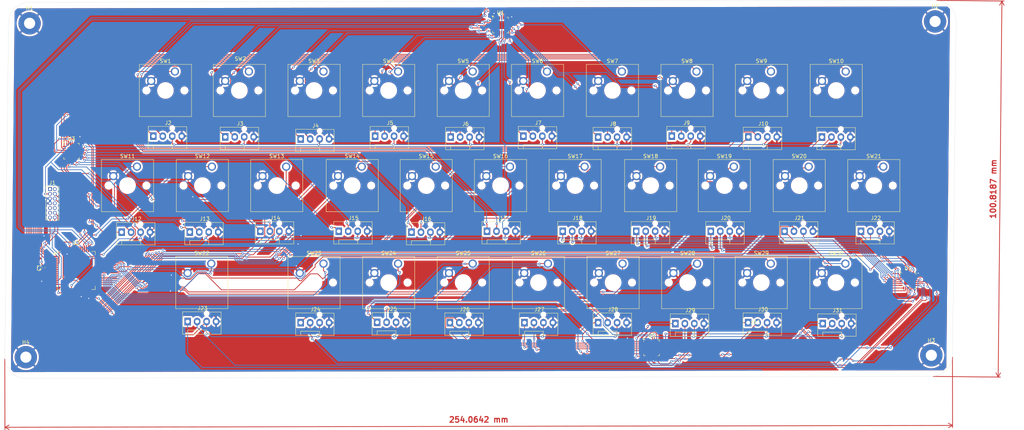
<source format=kicad_pcb>
(kicad_pcb (version 20240108) (generator "pcbnew") (generator_version "8.0")
  (layers (0 "F.Cu" signal) (31 "B.Cu" signal) (34 "B.Paste" user) (35 "F.Paste" user) (36 "B.SilkS" user "B.Silkscreen") (37 "F.SilkS" user "F.Silkscreen") (38 "B.Mask" user) (39 "F.Mask" user) (44 "Edge.Cuts" user))
  (net 0 "")
  (net 1 "GND")
  (net 2 "NRST")
  (net 5 "SWDIO")
  (net 7 "USART2_RX")
  (net 8 "SWCLK")
  (net 11 "USART2_TX")
  (net 13 "VCC")
  (net 14 "SD1")
  (net 15 "SC1")
  (net 16 "SD2")
  (net 17 "SC2")
  (net 18 "SC3")
  (net 19 "SD3")
  (net 20 "SC4")
  (net 21 "SD4")
  (net 22 "SD5")
  (net 23 "SC5")
  (net 24 "SC6")
  (net 25 "SD6")
  (net 26 "SC7")
  (net 27 "SD7")
  (net 28 "SC8")
  (net 29 "SD8")
  (net 30 "SC9")
  (net 31 "SD9")
  (net 32 "SD10")
  (net 33 "SC10")
  (net 34 "SD11")
  (net 35 "SC11")
  (net 36 "SD12")
  (net 37 "SC12")
  (net 38 "SD13")
  (net 39 "SC13")
  (net 40 "SC14")
  (net 41 "SD14")
  (net 42 "SC15")
  (net 43 "SD15")
  (net 44 "SC16")
  (net 45 "SD16")
  (net 46 "SC17")
  (net 47 "SD17")
  (net 48 "SD18")
  (net 49 "SC18")
  (net 50 "SC19")
  (net 51 "SD19")
  (net 52 "SC20")
  (net 53 "SD20")
  (net 54 "SC21")
  (net 55 "SD21")
  (net 56 "SC22")
  (net 57 "SD22")
  (net 58 "SC23")
  (net 59 "SD23")
  (net 60 "SD24")
  (net 61 "SC24")
  (net 62 "SC25")
  (net 63 "SD25")
  (net 64 "SC26")
  (net 65 "SD26")
  (net 66 "SC27")
  (net 67 "SD27")
  (net 68 "SC28")
  (net 69 "SD28")
  (net 70 "SC29")
  (net 71 "SD29")
  (net 72 "SD30")
  (net 73 "SC30")
  (net 74 "Switch1")
  (net 75 "Switch2")
  (net 76 "Switch3")
  (net 77 "Switch4")
  (net 78 "Switch5")
  (net 79 "Switch6")
  (net 80 "Switch7")
  (net 81 "Switch8")
  (net 82 "Switch9")
  (net 83 "Switch10")
  (net 84 "Switch11")
  (net 85 "Switch12")
  (net 86 "Switch13")
  (net 87 "Switch14")
  (net 88 "Switch15")
  (net 89 "Switch16")
  (net 90 "Switch17")
  (net 91 "Switch18")
  (net 92 "Switch19")
  (net 93 "Switch20")
  (net 94 "Switch21")
  (net 95 "Switch22")
  (net 96 "Switch23")
  (net 97 "Switch24")
  (net 98 "Switch25")
  (net 99 "Switch26")
  (net 100 "Switch27")
  (net 101 "Switch28")
  (net 102 "Switch29")
  (net 103 "Switch30")
  (net 105 "I2C1_SCL")
  (net 107 "I2C1_SDA")
  (net 114 "I2C2_SDA")
  (net 116 "I2C2_SCL")
  (net 119 "I2C3_SCL")
  (net 121 "I2C3_SDA")
  (net 123 "I2C4_SDA")
  (net 124 "I2C4_SCL")
  (footprint "Connector:FanPinHeader_1x04_P2.54mm_Vertical" (layer "F.Cu") (at 171.67 75)
    (property "Reference" "J8")
    (property "Value" "Conn_01x04")
  )
  (footprint "Connector:FanPinHeader_1x04_P2.54mm_Vertical" (layer "F.Cu") (at 231.88 125)
    (property "Reference" "J31")
    (property "Value" "Conn_01x04")
  )
  (footprint "Package_DFN_QFN:Texas_RGE0024C_VQFN-24-1EP_4x4mm_P0.5mm_EP2.1x2.1mm" (layer "F.Cu") (at 30.475 78.775)
    (property "Reference" "U3")
    (property "Value" "TCA9548AMRGER" (hide yes))
  )
  (footprint "Connector:FanPinHeader_1x04_P2.54mm_Vertical" (layer "F.Cu") (at 242.13 100.25)
    (property "Reference" "J22")
    (property "Value" "Conn_01x04")
  )
  (footprint "Connector:FanPinHeader_1x04_P2.54mm_Vertical" (layer "F.Cu") (at 91.92 124.75)
    (property "Reference" "J24")
    (property "Value" "Conn_01x04")
  )
  (footprint "Connector:FanPinHeader_1x04_P2.54mm_Vertical" (layer "F.Cu") (at 112.42 124.66)
    (property "Reference" "J25")
    (property "Value" "Conn_01x04")
  )
  (footprint "Package_DFN_QFN:Texas_RGE0024C_VQFN-24-1EP_4x4mm_P0.5mm_EP2.1x2.1mm" (layer "F.Cu") (at 254.775 113.525)
    (property "Reference" "U4")
    (property "Value" "TCA9548AMRGER" (hide yes))
  )
  (footprint "Button_Switch_Keyboard:SW_Cherry_MX_1.00u_PCB" (layer "F.Cu") (at 178.04 57.42)
    (property "Reference" "SW7")
    (property "Value" "CherryMX")
  )
  (footprint "Connector:FanPinHeader_1x04_P2.54mm_Vertical" (layer "F.Cu") (at 43.92 100.5)
    (property "Reference" "J12")
    (property "Value" "Conn_01x04")
  )
  (footprint "Button_Switch_Keyboard:SW_Cherry_MX_1.00u_PCB" (layer "F.Cu") (at 158.21 108.92)
    (property "Reference" "SW26")
    (property "Value" "CherryMX")
  )
  (footprint "Package_QFP:LQFP-64_10x10mm_P0.5mm" (layer "F.Cu") (at 31.75 110.75)
    (property "Reference" "U2")
    (property "Value" "STM32G474RETx")
  )
  (footprint "Button_Switch_Keyboard:SW_Cherry_MX_1.00u_PCB" (layer "F.Cu") (at 228.12 82.92)
    (property "Reference" "SW20")
    (property "Value" "CherryMX")
  )
  (footprint "Button_Switch_Keyboard:SW_Cherry_MX_1.00u_PCB" (layer "F.Cu") (at 148.04 82.92)
    (property "Reference" "SW16")
    (property "Value" "CherryMX")
  )
  (footprint "Connector:FanPinHeader_1x04_P2.54mm_Vertical" (layer "F.Cu") (at 171.67 124.75)
    (property "Reference" "J28")
    (property "Value" "Conn_01x04")
  )
  (footprint "Button_Switch_Keyboard:SW_Cherry_MX_1.00u_PCB" (layer "F.Cu") (at 48.04 82.92)
    (property "Reference" "SW11")
    (property "Value" "CherryMX")
  )
  (footprint "Connector:FanPinHeader_1x04_P2.54mm_Vertical" (layer "F.Cu") (at 211.95 74.95)
    (property "Reference" "J10")
    (property "Value" "Conn_01x04")
  )
  (footprint "Connector:FanPinHeader_1x04_P2.54mm_Vertical" (layer "F.Cu") (at 111.88 74.75)
    (property "Reference" "J5")
    (property "Value" "Conn_01x04")
  )
  (footprint "Button_Switch_Keyboard:SW_Cherry_MX_1.00u_PCB" (layer "F.Cu") (at 67.96 108.92)
    (property "Reference" "SW22")
    (property "Value" "CherryMX")
  )
  (footprint "Button_Switch_Keyboard:SW_Cherry_MX_1.00u_PCB" (layer "F.Cu") (at 58.21 57.42)
    (property "Reference" "SW1")
    (property "Value" "CherryMX")
  )
  (footprint "Button_Switch_Keyboard:SW_Cherry_MX_1.00u_PCB" (layer "F.Cu") (at 237.96 108.92)
    (property "Reference" "SW30")
    (property "Value" "CherryMX")
  )
  (footprint "Button_Switch_Keyboard:SW_Cherry_MX_1.00u_PCB" (layer "F.Cu") (at 188.29 82.92)
    (property "Reference" "SW18")
    (property "Value" "CherryMX")
  )
  (footprint "Button_Switch_Keyboard:SW_Cherry_MX_1.00u_PCB" (layer "F.Cu") (at 108.29 82.92)
    (property "Reference" "SW14")
    (property "Value" "CherryMX")
  )
  (footprint "Connector:FanPinHeader_1x04_P2.54mm_Vertical" (layer "F.Cu") (at 62.2 100.45)
    (property "Reference" "J13")
    (property "Value" "Conn_01x04")
  )
  (footprint "Button_Switch_Keyboard:SW_Cherry_MX_1.00u_PCB" (layer "F.Cu") (at 168.04 82.92)
    (property "Reference" "SW17")
    (property "Value" "CherryMX")
  )
  (footprint "MountingHole:MountingHole_3mm_Pad" (layer "F.Cu") (at 262 44)
    (property "Reference" "H2")
    (property "Value" "MountingHole_Pad")
  )
  (footprint "Connector:FanPinHeader_1x04_P2.54mm_Vertical" (layer "F.Cu") (at 91.92 75.5)
    (property "Reference" "J4")
    (property "Value" "Conn_01x04")
  )
  (footprint "Connector:FanPinHeader_1x04_P2.54mm_Vertical" (layer "F.Cu") (at 102.13 100.25)
    (property "Reference" "J15")
    (property "Value" "Conn_01x04")
  )
  (footprint "Button_Switch_Keyboard:SW_Cherry_MX_1.00u_PCB" (layer "F.Cu") (at 138.04 57.42)
    (property "Reference" "SW5")
    (property "Value" "CherryMX")
  )
  (footprint "Connector:FanPinHeader_1x04_P2.54mm_Vertical" (layer "F.Cu") (at 192.38 125)
    (property "Reference" "J29")
    (property "Value" "Conn_01x04")
  )
  (footprint "Button_Switch_Keyboard:SW_Cherry_MX_1.00u_PCB" (layer "F.Cu") (at 88.04 82.92)
    (property "Reference" "SW13")
    (property "Value" "CherryMX")
  )
  (footprint "Button_Switch_Keyboard:SW_Cherry_MX_1.00u_PCB" (layer "F.Cu") (at 198.21 108.92)
    (property "Reference" "SW28")
    (property "Value" "CherryMX")
  )
  (footprint "Connector:FanPinHeader_1x04_P2.54mm_Vertical" (layer "F.Cu") (at 231.67 75)
    (property "Reference" "J11")
    (property "Value" "Conn_01x04")
  )
  (footprint "Connector:FanPinHeader_1x04_P2.54mm_Vertical" (layer "F.Cu") (at 162.17 100.25)
    (property "Reference" "J18")
    (property "Value" "Conn_01x04")
  )
  (footprint "Package_DFN_QFN:Texas_RGE0024C_VQFN-24-1EP_4x4mm_P0.5mm_EP2.1x2.1mm" (layer "F.Cu") (at 145.525 44.975)
    (property "Reference" "U1")
    (property "Value" "TCA9548AMRGER" (hide yes))
  )
  (footprint "Button_Switch_Keyboard:SW_Cherry_MX_1.00u_PCB" (layer "F.Cu") (at 138.04 108.92)
    (property "Reference" "SW25")
    (property "Value" "CherryMX")
  )
  (footprint "Connector:FanPinHeader_1x04_P2.54mm_Vertical" (layer "F.Cu") (at 151.92 124.75)
    (property "Reference" "J27")
    (property "Value" "Conn_01x04")
  )
  (footprint "Connector:FanPinHeader_1x04_P2.54mm_Vertical" (layer "F.Cu") (at 71.7 74.95)
    (property "Reference" "J3")
    (property "Value" "Conn_01x04")
  )
  (footprint "Button_Switch_Keyboard:SW_Cherry_MX_1.00u_PCB" (layer "F.Cu") (at 118.04 57.42)
    (property "Reference" "SW4")
    (property "Value" "CherryMX")
  )
  (footprint "Connector:FanPinHeader_1x04_P2.54mm_Vertical" (layer "F.Cu") (at 141.88 100.25)
    (property "Reference" "J17")
    (property "Value" "Conn_01x04")
  )
  (footprint "MountingHole:MountingHole_3mm_Pad" (layer "F.Cu") (at 261 133.5)
    (property "Reference" "H3")
    (property "Value" "MountingHole_Pad")
  )
  (footprint "Connector:FanPinHeader_1x04_P2.54mm_Vertical" (layer "F.Cu") (at 132.13 75)
    (property "Reference" "J6")
    (property "Value" "Conn_01x04")
  )
  (footprint "Button_Switch_Keyboard:SW_Cherry_MX_1.00u_PCB" (layer "F.Cu") (at 157.96 57.42)
    (property "Reference" "SW6")
    (property "Value" "CherryMX")
  )
  (footprint "MountingHole:MountingHole_3mm_Pad" (layer "F.Cu") (at 19.25 44.5)
    (property "Reference" "H1")
    (property "Value" "MountingHole_Pad")
  )
  (footprint "Button_Switch_Keyboard:SW_Cherry_MX_1.00u_PCB" (layer "F.Cu") (at 98.04 108.92)
    (property "Reference" "SW23")
    (property "Value" "CherryMX")
  )
  (footprint "Connector:FanPinHeader_1x04_P2.54mm_Vertical" (layer "F.Cu") (at 191.42 74.75)
    (property "Reference" "J9")
    (property "Value" "Conn_01x04")
  )
  (footprint "Connector:FanPinHeader_1x04_P2.54mm_Vertical" (layer "F.Cu") (at 61.62 124.45)
    (property "Reference" "J23")
    (property "Value" "Conn_01x04")
  )
  (footprint "Connector:FanPinHeader_1x04_P2.54mm_Vertical" (layer "F.Cu") (at 81.13 100.25)
    (property "Reference" "J14")
    (property "Value" "Conn_01x04")
  )
  (footprint "Connector:FanPinHeader_1x04_P2.54mm_Vertical" (layer "F.Cu") (at 221.63 100.25)
    (property "Reference" "J21")
    (property "Value" "Conn_01x04")
  )
  (footprint "Connector:FanPinHeader_1x04_P2.54mm_Vertical" (layer "F.Cu") (at 181.88 100.25)
    (property "Reference" "J19")
    (property "Value" "Conn_01x04")
  )
  (footprint "Button_Switch_Keyboard:SW_Cherry_MX_1.00u_PCB" (layer "F.Cu") (at 248.12 82.92)
    (property "Reference" "SW21")
    (property "Value" "CherryMX")
  )
  (footprint "Capacitor_SMD:C_0402_1005Metric" (layer "F.Cu") (at 23 110 90)
    (property "Reference" "C1")
    (property "Value" "100n")
  )
  (footprint "Connector:FanPinHeader_1x04_P2.54mm_Vertical" (layer "F.Cu") (at 211.88 124.75)
    (property "Reference" "J30")
    (property "Value" "Conn_01x04")
  )
  (footprint "Button_Switch_Keyboard:SW_Cherry_MX_1.00u_PCB" (layer "F.Cu") (at 128.12 82.92)
    (property "Reference" "SW15")
    (property "Value" "CherryMX")
  )
  (footprint "Connector:FanPinHeader_1x04_P2.54mm_Vertical" (layer "F.Cu") (at 121.63 100.5)
    (property "Reference" "J16")
    (property "Value" "Conn_01x04")
  )
  (footprint "Button_Switch_Keyboard:SW_Cherry_MX_1.00u_PCB" (layer "F.Cu") (at 118.04 108.92)
    (property "Reference" "SW24")
    (property "Value" "CherryMX")
  )
  (footprint "Button_Switch_Keyboard:SW_Cherry_MX_1.00u_PCB" (layer "F.Cu") (at 98.04 57.42)
    (property "Reference" "SW3")
    (property "Value" "CherryMX")
  )
  (footprint "Button_Switch_Keyboard:SW_Cherry_MX_1.00u_PCB" (layer "F.Cu") (at 198.04 57.42)
    (property "Reference" "SW8")
    (property "Value" "CherryMX")
  )
  (footprint "Button_Switch_Keyboard:SW_Cherry_MX_1.00u_PCB" (layer "F.Cu") (at 217.96 108.92)
    (property "Reference" "SW29")
    (property "Value" "CherryMX")
  )
  (footprint "Connector:FanPinHeader_1x04_P2.54mm_Vertical" (layer "F.Cu") (at 52.42 74.75)
    (property "Reference" "J2")
    (property "Value" "Conn_01x04")
  )
  (footprint "Button_Switch_Keyboard:SW_Cherry_MX_1.00u_PCB" (layer "F.Cu") (at 208.04 82.92)
    (property "Reference" "SW19")
    (property "Value" "CherryMX")
  )
  (footprint "Button_Switch_Keyboard:SW_Cherry_MX_1.00u_PCB" (layer "F.Cu") (at 78.04 57.42)
    (property "Reference" "SW2")
    (property "Value" "CherryMX")
  )
  (footprint "Connector:FanPinHeader_1x04_P2.54mm_Vertical" (layer "F.Cu") (at 151.63 74.75)
    (property "Reference" "J7")
    (property "Value" "Conn_01x04")
  )
  (footprint "MountingHole:MountingHole_3mm_Pad" (layer "F.Cu") (at 18.25 134)
    (property "Reference" "H4")
    (property "Value" "MountingHole_Pad")
  )
  (footprint "Connector:FanPinHeader_1x04_P2.54mm_Vertical" (layer "F.Cu") (at 201.88 100.25)
    (property "Reference" "J20")
    (property "Value" "Conn_01x04")
  )
  (footprint "Package_DFN_QFN:Texas_RGE0024C_VQFN-24-1EP_4x4mm_P0.5mm_EP2.1x2.1mm" (layer "F.Cu") (at 186 131.5)
    (property "Reference" "U5")
    (property "Value" "TCA9548AMRGER")
  )
  (footprint "Connector:FanPinHeader_1x04_P2.54mm_Vertical" (layer "F.Cu") (at 131.92 124.75)
    (property "Reference" "J26")
    (property "Value" "Conn_01x04")
  )
  (footprint "Button_Switch_Keyboard:SW_Cherry_MX_1.00u_PCB" (layer "F.Cu") (at 238.04 57.42)
    (property "Reference" "SW10")
    (property "Value" "CherryMX")
  )
  (footprint "Connector_PinHeader_1.27mm:PinHeader_2x07_P1.27mm_Vertical" (layer "F.Cu") (at 24.73 88.94)
    (property "Reference" "J1")
    (property "Value" "Conn_ST_STDC14")
  )
  (footprint "Button_Switch_Keyboard:SW_Cherry_MX_1.00u_PCB" (layer "F.Cu") (at 68.12 82.92)
    (property "Reference" "SW12")
    (property "Value" "CherryMX")
  )
  (footprint "Button_Switch_Keyboard:SW_Cherry_MX_1.00u_PCB" (layer "F.Cu") (at 178.21 108.92)
    (property "Reference" "SW27")
    (property "Value" "CherryMX")
  )
  (footprint "Button_Switch_Keyboard:SW_Cherry_MX_1.00u_PCB" (layer "F.Cu") (at 218 57.41)
    (property "Reference" "SW9")
    (property "Value" "CherryMX")
  )
  (gr_line (start 12.593146 134) (end 13.593146 44.5) (stroke (width 0.05)) (layer "Edge.Cuts"))
  (gr_arc (start 18.25 139.656854) (mid 16.085216 139.226252) (end 14.25 138) (stroke (width 0.05)) (layer "Edge.Cuts"))
  (gr_arc (start 13.593146 44.5) (mid 14.023748 42.335216) (end 15.25 40.5) (stroke (width 0.05)) (layer "Edge.Cuts"))
  (gr_line (start 261 139.156854) (end 18.25 139.656854) (stroke (width 0.05)) (layer "Edge.Cuts"))
  (gr_arc (start 266.656854 133.5) (mid 266.226252 135.664784) (end 265 137.5) (stroke (width 0.05)) (layer "Edge.Cuts"))
  (gr_arc (start 262 38.343146) (mid 264.164784 38.773748) (end 266 40) (stroke (width 0.05)) (layer "Edge.Cuts"))
  (gr_arc (start 265 137.5) (mid 263.164784 138.726252) (end 261 139.156854) (stroke (width 0.05)) (layer "Edge.Cuts"))
  (gr_arc (start 15.25 40.5) (mid 17.085216 39.273748) (end 19.25 38.843146) (stroke (width 0.05)) (layer "Edge.Cuts"))
  (gr_arc (start 266 40) (mid 267.226252 41.835216) (end 267.656854 44) (stroke (width 0.05)) (layer "Edge.Cuts"))
  (gr_line (start 19.25 38.843146) (end 262 38.343146) (stroke (width 0.05)) (layer "Edge.Cuts"))
  (gr_arc (start 14.25 138) (mid 13.023748 136.164784) (end 12.593146 134) (stroke (width 0.05)) (layer "Edge.Cuts"))
  (gr_line (start 267.656854 44) (end 266.656854 133.5) (stroke (width 0.05)) (layer "Edge.Cuts"))
  (dimension (type aligned) (layer "F.Cu") (pts (xy 262 38.343146) (xy 261 139.156854)) (height -17.91716) (gr_text "100,8187 mm" (at 277.616368 88.909863 89.43168542) (layer "F.Cu") (effects (font (size 1.5 1.5) (thickness 0.3)))) (format (prefix "") (suffix "") (units 3) (units_format 1) (precision 4)) (style (thickness 0.2) (arrow_length 1.27) (text_position_mode 0) (extension_height 0.58642) (extension_offset 0.5) keep_text_aligned))
  (dimension (type aligned) (layer "F.Cu") (pts (xy 266.656854 133.5) (xy 12.593146 134)) (height -18.7992) (gr_text "254,0642 mm" (at 139.658455 150.749167 0.11275854) (layer "F.Cu") (effects (font (size 1.5 1.5) (thickness 0.3)))) (format (prefix "") (suffix "") (units 3) (units_format 1) (precision 4)) (style (thickness 0.2) (arrow_length 1.27) (text_position_mode 0) (extension_height 0.58642) (extension_offset 0.5) keep_text_aligned))
  (segment (start 67.162792 96.9) (end 69.82 99.557208) (width 0.2) (layer "F.Cu") (net 1))
  (segment (start 144.039386 41.85) (end 144.775 42.585614) (width 0.2) (layer "F.Cu") (net 1))
  (segment (start 61.61 111.46) (end 57.79 111.46) (width 0.2) (layer "F.Cu") (net 1))
  (segment (start 69.24 123.49) (end 69.24 124.45) (width 0.2) (layer "F.Cu") (net 1))
  (segment (start 87.5 101.4) (end 87.6 101.4) (width 0.2) (layer "F.Cu") (net 1))
  (segment (start 254.525 111.5875) (end 254.525 110.775) (width 0.2) (layer "F.Cu") (net 1))
  (segment (start 143.75 41.85) (end 144.039386 41.85) (width 0.2) (layer "F.Cu") (net 1))
  (segment (start 264.5625 115.6875) (end 264.5625 114.5625) (width 0.2) (layer "F.Cu") (net 1))
  (segment (start 33 117.65) (end 33.1 117.75) (width 0.2) (layer "F.Cu") (net 1))
  (segment (start 37.425 107.5) (end 35.6 107.5) (width 0.2) (layer "F.Cu") (net 1))
  (segment (start 185.75 134.303602) (end 186.473199 135.026801) (width 0.2) (layer "F.Cu") (net 1))
  (segment (start 144.775 42.585614) (end 144.775 43.0375) (width 0.2) (layer "F.Cu") (net 1))
  (segment (start 148.5 42.75) (end 148.4375 42.75) (width 0.2) (layer "F.Cu") (net 1))
  (segment (start 255.001471 117.6) (end 262.65 117.6) (width 0.2) (layer "F.Cu") (net 1))
  (segment (start 187.9375 127.673285) (end 187.9375 130.25) (width 0.2) (layer "F.Cu") (net 1))
  (segment (start 179.5 128.9) (end 179.5 128.25) (width 0.2) (layer "F.Cu") (net 1))
  (segment (start 35 116.425) (end 35 118.15) (width 0.2) (layer "F.Cu") (net 1))
  (segment (start 69.82 99.557208) (end 69.82 100.45) (width 0.2) (layer "F.Cu") (net 1))
  (segment (start 57.79 111.46) (end 57.25 112) (width 0.2) (layer "F.Cu") (net 1))
  (segment (start 185.75 133.4375) (end 185.75 134.303602) (width 0.2) (layer "F.Cu") (net 1))
  (segment (start 145.275 43.0375) (end 144.775 43.0375) (width 0.2) (layer "F.Cu") (net 1))
  (segment (start 29.251471 76.1) (end 28.9 75.748529) (width 0.2) (layer "F.Cu") (net 1))
  (segment (start 33.075 77.525) (end 32.4125 77.525) (width 0.2) (layer "F.Cu") (net 1))
  (segment (start 29.748529 76.813971) (end 29.748529 76.1) (width 0.2) (layer "F.Cu") (net 1))
  (segment (start 262.65 117.6) (end 264.5625 115.6875) (width 0.2) (layer "F.Cu") (net 1))
  (segment (start 145.275 47.725) (end 145 48) (width 0.2) (layer "F.Cu") (net 1))
  (segment (start 30.25 80.7375) (end 30.225 80.7125) (width 0.2) (layer "F.Cu") (net 1))
  (segment (start 257.4875 111.5) (end 256.7125 112.275) (width 0.2) (layer "F.Cu") (net 1))
  (segment (start 21.490735 109.950735) (end 22 110.46) (width 0.2) (layer "F.Cu") (net 1))
  (segment (start 29.748529 76.1) (end 29.251471 76.1) (width 0.2) (layer "F.Cu") (net 1))
  (segment (start 23.5 91.75) (end 23.5 101.1) (width 0.2) (layer "F.Cu") (net 1))
  (segment (start 148.4375 42.75) (end 147.4625 43.725) (width 0.2) (layer "F.Cu") (net 1))
  (segment (start 26.075 114) (end 22.84 114) (width 0.2) (layer "F.Cu") (net 1))
  (segment (start 179.5 128.25) (end 179.29 128.04) (width 0.2) (layer "F.Cu") (net 1))
  (segment (start 35 118.15) (end 35.1 118.25) (width 0.2) (layer "F.Cu") (net 1))
  (segment (start 22 110.46) (end 22.98 110.46) (width 0.2) (layer "F.Cu") (net 1))
  (segment (start 51.54 100.5) (end 55.14 96.9) (width 0.2) (layer "F.Cu") (net 1))
  (segment (start 28.9 75.251471) (end 29.251471 74.9) (width 0.2) (layer "F.Cu") (net 1))
  (segment (start 35.6 107.5) (end 35.5 107.6) (width 0.2) (layer "F.Cu") (net 1))
  (segment (start 261.5 111.5) (end 257.5 111.5) (width 0.2) (layer "F.Cu") (net 1))
  (segment (start 91.69 110.44) (end 91.69 111.46) (width 0.2) (layer "F.Cu") (net 1))
  (segment (start 257.5 111.5) (end 257.4875 111.5) (width 0.2) (layer "F.Cu") (net 1))
  (segment (start 61.77 85.46) (end 61.77 89.77) (width 0.2) (layer "F.Cu") (net 1))
  (segment (start 57 116.25) (end 62.14 121.39) (width 0.2) (layer "F.Cu") (net 1))
  (segment (start 29.251471 74.9) (end 32.75 74.9) (width 0.2) (layer "F.Cu") (net 1))
  (segment (start 22.84 114) (end 22.5 113.66) (width 0.2) (layer "F.Cu") (net 1))
  (segment (start 30.25 82.244911) (end 30.25 80.7375) (width 0.2) (layer "F.Cu") (net 1))
  (segment (start 55.14 96.9) (end 67.162792 96.9) (width 0.2) (layer "F.Cu") (net 1))
  (segment (start 145.275 46.9125) (end 145.275 47.725) (width 0.2) (layer "F.Cu") (net 1))
  (segment (start 185.014215 124.75) (end 187.9375 127.673285) (width 0.2) (layer "F.Cu") (net 1))
  (segment (start 24.73 91.48) (end 24.73 92.75) (width 0.2) (layer "F.Cu") (net 1))
  (segment (start 29.725 76.8375) (end 29.748529 76.813971) (width 0.2) (layer "F.Cu") (net 1))
  (segment (start 33 116.425) (end 33 117.65) (width 0.2) (layer "F.Cu") (net 1))
  (segment (start 33.5 77.1) (end 33.075 77.525) (width 0.2) (layer "F.Cu") (net 1))
  (segment (start 28.5 105.075) (end 28.5 105.88241) (width 0.2) (layer "F.Cu") (net 1))
  (segment (start 87.6 101.4) (end 88.75 100.25) (width 0.2) (layer "F.Cu") (net 1))
  (segment (start 92 102.9) (end 91.25 103.65) (width 0.2) (layer "F.Cu") (net 1))
  (segment (start 21.35 109.950735) (end 21.490735 109.950735) (width 0.2) (layer "F.Cu") (net 1))
  (segment (start 23.5 101.1) (end 23.1 101.5) (width 0.2) (layer "F.Cu") (net 1))
  (segment (start 90.75 109.5) (end 91.69 110.44) (width 0.2) (layer "F.Cu") (net 1))
  (segment (start 61.77 89.77) (end 63 91) (width 0.2) (layer "F.Cu") (net 1))
  (segment (start 22.98 110.46) (end 23 110.48) (width 0.2) (layer "F.Cu") (net 1))
  (segment (start 67.14 121.39) (end 69.24 123.49) (width 0.2) (layer "F.Cu") (net 1))
  (segment (start 179.29 128.04) (end 179.29 124.75) (width 0.2) (layer "F.Cu") (net 1))
  (segment (start 28.5 105.88241) (end 28.95953 106.34194) (width 0.2) (layer "F.Cu") (net 1))
  (segment (start 179.29 124.75) (end 185.014215 124.75) (width 0.2) (layer "F.Cu") (net 1))
  (segment (start 254.525 115.4625) (end 254.525 117.123529) (width 0.2) (layer "F.Cu") (net 1))
  (segment (start 62.14 121.39) (end 67.14 121.39) (width 0.2) (layer "F.Cu") (net 1))
  (segment (start 92 101.4) (end 92 102.9) (width 0.2) (layer "F.Cu") (net 1))
  (segment (start 254.525 110.775) (end 254.25 110.5) (width 0.2) (layer "F.Cu") (net 1))
  (segment (start 261.5 111.5) (end 264.5625 114.5625) (width 0.2) (layer "F.Cu") (net 1))
  (segment (start 28.9 75.748529) (end 28.9 75.251471) (width 0.2) (layer "F.Cu") (net 1))
  (segment (start 28.95953 106.34194) (end 29.30806 106.34194) (width 0.2) (layer "F.Cu") (net 1))
  (segment (start 254.525 117.123529) (end 255.001471 117.6) (width 0.2) (layer "F.Cu") (net 1))
  (via (at 33.5 77.1) (size 0.6) (drill 0.3) (layers "F.Cu" "B.Cu") (net 1))
  (via (at 92 101.4) (size 0.6) (drill 0.3) (layers "F.Cu" "B.Cu") (net 1))
  (via (at 186.473199 135.026801) (size 0.6) (drill 0.3) (layers "F.Cu" "B.Cu") (net 1))
  (via (at 30.25 82.244911) (size 0.6) (drill 0.3) (layers "F.Cu" "B.Cu") (net 1))
  (via (at 35.1 118.25) (size 0.6) (drill 0.3) (layers "F.Cu" "B.Cu") (net 1))
  (via (at 254.25 110.5) (size 0.6) (drill 0.3) (layers "F.Cu" "B.Cu") (net 1))
  (via (at 145 48) (size 0.6) (drill 0.3) (layers "F.Cu" "B.Cu") (net 1))
  (via (at 90.75 109.5) (size 0.6) (drill 0.3) (layers "F.Cu" "B.Cu") (net 1))
  (via (at 22 110.46) (size 0.6) (drill 0.3) (layers "F.Cu" "B.Cu") (net 1))
  (via (at 33.1 117.75) (size 0.6) (drill 0.3) (layers "F.Cu" "B.Cu") (net 1))
  (via (at 22.5 113.66) (size 0.6) (drill 0.3) (layers "F.Cu" "B.Cu") (net 1))
  (via (at 87.5 101.4) (size 0.6) (drill 0.3) (layers "F.Cu" "B.Cu") (net 1))
  (via (at 23.1 101.5) (size 0.6) (drill 0.3) (layers "F.Cu" "B.Cu") (net 1))
  (via (at 179.5 128.9) (size 0.6) (drill 0.3) (layers "F.Cu" "B.Cu") (net 1))
  (via (at 57 116.25) (size 0.6) (drill 0.3) (layers "F.Cu" "B.Cu") (net 1))
  (via (at 63 91) (size 0.6) (drill 0.3) (layers "F.Cu" "B.Cu") (net 1))
  (via (at 91.25 103.65) (size 0.6) (drill 0.3) (layers "F.Cu" "B.Cu") (net 1))
  (via (at 148.5 42.75) (size 0.6) (drill 0.3) (layers "F.Cu" "B.Cu") (net 1))
  (via (at 29.30806 106.34194) (size 0.6) (drill 0.3) (layers "F.Cu" "B.Cu") (net 1))
  (via (at 35.5 107.6) (size 0.6) (drill 0.3) (layers "F.Cu" "B.Cu") (net 1))
  (via (at 32.75 74.9) (size 0.6) (drill 0.3) (layers "F.Cu" "B.Cu") (net 1))
  (via (at 23.5 91.75) (size 0.6) (drill 0.3) (layers "F.Cu" "B.Cu") (net 1))
  (via (at 143.75 41.85) (size 0.6) (drill 0.3) (layers "F.Cu" "B.Cu") (net 1))
  (via (at 21.35 109.950735) (size 0.6) (drill 0.3) (layers "F.Cu" "B.Cu") (net 1))
  (via (at 257.5 111.5) (size 0.6) (drill 0.3) (layers "F.Cu" "B.Cu") (net 1))
  (via (at 57.25 112) (size 0.6) (drill 0.3) (layers "F.Cu" "B.Cu") (net 1))
  (segment (start 145 43.1) (end 143.75 41.85) (width 0.2) (layer "B.Cu") (net 1))
  (segment (start 21.35 103.25) (end 21.35 109.950735) (width 0.2) (layer "B.Cu") (net 1))
  (segment (start 255.25 111.5) (end 257.5 111.5) (width 0.2) (layer "B.Cu") (net 1))
  (segment (start 23.1 101.5) (end 21.35 103.25) (width 0.2) (layer "B.Cu") (net 1))
  (segment (start 254.25 110.5) (end 255.25 111.5) (width 0.2) (layer "B.Cu") (net 1))
  (segment (start 33.5 77.1) (end 33.5 77.25) (width 0.2) (layer "B.Cu") (net 1))
  (segment (start 144.1 41.5) (end 147.25 41.5) (width 0.2) (layer "B.Cu") (net 1))
  (segment (start 143.75 41.85) (end 144.1 41.5) (width 0.2) (layer "B.Cu") (net 1))
  (segment (start 25.081471 100.65) (end 25.578529 100.65) (width 0.2) (layer "B.Cu") (net 1))
  (segment (start 35.5 107.6) (end 34.24194 106.34194) (width 0.2) (layer "B.Cu") (net 1))
  (segment (start 33.5 77.25) (end 30.25 80.5) (width 0.2) (layer "B.Cu") (net 1))
  (segment (start 87.5 101.4) (end 92 101.4) (width 0.2) (layer "B.Cu") (net 1))
  (segment (start 23.77 91.48) (end 23.5 91.75) (width 0.2) (layer "B.Cu") (net 1))
  (segment (start 35.1 118.25) (end 33.6 118.25) (width 0.2) (layer "B.Cu") (net 1))
  (segment (start 182.428272 135.026801) (end 179.5 132.098529) (width 0.2) (layer "B.Cu") (net 1))
  (segment (start 24.73 91.48) (end 23.77 91.48) (width 0.2) (layer "B.Cu") (net 1))
  (segment (start 33.6 118.25) (end 33.1 117.75) (width 0.2) (layer "B.Cu") (net 1))
  (segment (start 30.25 80.5) (end 30.25 82.244911) (width 0.2) (layer "B.Cu") (net 1))
  (segment (start 63 91) (end 69.82 97.82) (width 0.2) (layer "B.Cu") (net 1))
  (segment (start 21.9 103.831471) (end 25.081471 100.65) (width 0.2) (layer "B.Cu") (net 1))
  (segment (start 186.473199 135.026801) (end 182.428272 135.026801) (width 0.2) (layer "B.Cu") (net 1))
  (segment (start 147.25 41.5) (end 148.5 42.75) (width 0.2) (layer "B.Cu") (net 1))
  (segment (start 91.25 109) (end 90.75 109.5) (width 0.2) (layer "B.Cu") (net 1))
  (segment (start 29.30806 104.379531) (end 29.30806 106.34194) (width 0.2) (layer "B.Cu") (net 1))
  (segment (start 69.82 97.82) (end 69.82 100.45) (width 0.2) (layer "B.Cu") (net 1))
  (segment (start 22 112.5) (end 22 110.46) (width 0.2) (layer "B.Cu") (net 1))
  (segment (start 34.24194 106.34194) (end 29.30806 106.34194) (width 0.2) (layer "B.Cu") (net 1))
  (segment (start 22.5 113.66) (end 22.5 113) (width 0.2) (layer "B.Cu") (net 1))
  (segment (start 57.25 112.5) (end 57 112.75) (width 0.2) (layer "B.Cu") (net 1))
  (segment (start 21.9 110.36) (end 21.9 103.831471) (width 0.2) (layer "B.Cu") (net 1))
  (segment (start 33.5 77.1) (end 32.75 76.35) (width 0.2) (layer "B.Cu") (net 1))
  (segment (start 91.25 103.65) (end 91.25 109) (width 0.2) (layer "B.Cu") (net 1))
  (segment (start 33.1 117.75) (end 26.59 117.75) (width 0.2) (layer "B.Cu") (net 1))
  (segment (start 26.59 117.75) (end 22.5 113.66) (width 0.2) (layer "B.Cu") (net 1))
  (segment (start 179.5 132.098529) (end 179.5 128.9) (width 0.2) (layer "B.Cu") (net 1))
  (segment (start 145 48) (end 145 43.1) (width 0.2) (layer "B.Cu") (net 1))
  (segment (start 32.75 76.35) (end 32.75 74.9) (width 0.2) (layer "B.Cu") (net 1))
  (segment (start 57.25 112) (end 57.25 112.5) (width 0.2) (layer "B.Cu") (net 1))
  (segment (start 57 112.75) (end 57 116.25) (width 0.2) (layer "B.Cu") (net 1))
  (segment (start 22.5 113) (end 22 112.5) (width 0.2) (layer "B.Cu") (net 1))
  (segment (start 22 110.46) (end 21.9 110.36) (width 0.2) (layer "B.Cu") (net 1))
  (segment (start 25.578529 100.65) (end 29.30806 104.379531) (width 0.2) (layer "B.Cu") (net 1))
  (segment (start 26.075 110) (end 23.48 110) (width 0.2) (layer "F.Cu") (net 2))
  (segment (start 26 95.29) (end 26.8 96.09) (width 0.2) (layer "F.Cu") (net 2))
  (segment (start 26.8 96.09) (end 26.8 100.74194) (width 0.2) (layer "F.Cu") (net 2))
  (segment (start 22.5 109.02) (end 23 109.52) (width 0.2) (layer "F.Cu") (net 2))
  (segment (start 22.5 108.5) (end 22.5 109.02) (width 0.2) (layer "F.Cu") (net 2))
  (segment (start 26.8 100.74194) (end 23.1 104.44194) (width 0.2) (layer "F.Cu") (net 2))
  (segment (start 23.48 110) (end 23 109.52) (width 0.2) (layer "F.Cu") (net 2))
  (via (at 23.1 104.44194) (size 0.6) (drill 0.3) (layers "F.Cu" "B.Cu") (net 2))
  (via (at 22.5 108.5) (size 0.6) (drill 0.3) (layers "F.Cu" "B.Cu") (net 2))
  (segment (start 23.1 104.44194) (end 22.5 105.04194) (width 0.2) (layer "B.Cu") (net 2))
  (segment (start 22.5 105.04194) (end 22.5 108.5) (width 0.2) (layer "B.Cu") (net 2))
  (segment (start 33.950735 98.160735) (end 33.950735 100.450735) (width 0.2) (layer "F.Cu") (net 5))
  (segment (start 26 90.21) (end 33.950735 98.160735) (width 0.2) (layer "F.Cu") (net 5))
  (segment (start 35.5 104) (end 35.5 105.075) (width 0.2) (layer "F.Cu") (net 5))
  (segment (start 36 103.5) (end 35.5 104) (width 0.2) (layer "F.Cu") (net 5))
  (via (at 36 103.5) (size 0.6) (drill 0.3) (layers "F.Cu" "B.Cu") (net 5))
  (via (at 33.950735 100.450735) (size 0.6) (drill 0.3) (layers "F.Cu" "B.Cu") (net 5))
  (segment (start 36 103.5) (end 36 103) (width 0.2) (layer "B.Cu") (net 5))
  (segment (start 36 103) (end 33.950735 100.950735) (width 0.2) (layer "B.Cu") (net 5))
  (segment (start 33.950735 100.950735) (end 33.950735 100.450735) (width 0.2) (layer "B.Cu") (net 5))
  (segment (start 27 116.75) (end 27.675 116.75) (width 0.2) (layer "F.Cu") (net 7))
  (segment (start 24.73 101.96341) (end 23.221705 103.471705) (width 0.2) (layer "F.Cu") (net 7))
  (segment (start 27.675 116.75) (end 28 116.425) (width 0.2) (layer "F.Cu") (net 7))
  (segment (start 24.73 96.56) (end 24.73 101.96341) (width 0.2) (layer "F.Cu") (net 7))
  (via (at 23.221705 103.471705) (size 0.6) (drill 0.3) (layers "F.Cu" "B.Cu") (net 7))
  (via (at 27 116.75) (size 0.6) (drill 0.3) (layers "F.Cu" "B.Cu") (net 7))
  (segment (start 23.221705 103.471705) (end 27 107.25) (width 0.2) (layer "B.Cu") (net 7))
  (segment (start 27 107.25) (end 27 116.75) (width 0.2) (layer "B.Cu") (net 7))
  (segment (start 32.75 98.23) (end 32.75 101) (width 0.2) (layer "F.Cu") (net 8))
  (segment (start 26 91.48) (end 32.75 98.23) (width 0.2) (layer "F.Cu") (net 8))
  (segment (start 35.241051 103.247017) (end 35.1 103.388068) (width 0.2) (layer "F.Cu") (net 8))
  (segment (start 32.75 101) (end 33 101.25) (width 0.2) (layer "F.Cu") (net 8))
  (segment (start 35.1 103.388068) (end 35.1 104.16759) (width 0.2) (layer "F.Cu") (net 8))
  (segment (start 35.1 104.16759) (end 35 104.26759) (width 0.2) (layer "F.Cu") (net 8))
  (segment (start 35 104.26759) (end 35 105.075) (width 0.2) (layer "F.Cu") (net 8))
  (via (at 33 101.25) (size 0.6) (drill 0.3) (layers "F.Cu" "B.Cu") (net 8))
  (via (at 35.241051 103.247017) (size 0.6) (drill 0.3) (layers "F.Cu" "B.Cu") (net 8))
  (segment (start 34.898488 103.247017) (end 35.241051 103.247017) (width 0.2) (layer "B.Cu") (net 8))
  (segment (start 33 101.348529) (end 34.898488 103.247017) (width 0.2) (layer "B.Cu") (net 8))
  (segment (start 33 101.25) (end 33 101.348529) (width 0.2) (layer "B.Cu") (net 8))
  (segment (start 26.88241 113.5) (end 27.75 112.63241) (width 0.2) (layer "F.Cu") (net 11))
  (segment (start 25.33 100.92) (end 26 100.25) (width 0.2) (layer "F.Cu") (net 11))
  (segment (start 27.75 112.63241) (end 27.75 112.5) (width 0.2) (layer "F.Cu") (net 11))
  (segment (start 26 100.25) (end 26 96.56) (width 0.2) (layer "F.Cu") (net 11))
  (segment (start 25.33 101.25) (end 25.33 100.92) (width 0.2) (layer "F.Cu") (net 11))
  (segment (start 26.075 113.5) (end 26.88241 113.5) (width 0.2) (layer "F.Cu") (net 11))
  (via (at 25.33 101.25) (size 0.6) (drill 0.3) (layers "F.Cu" "B.Cu") (net 11))
  (via (at 27.75 112.5) (size 0.6) (drill 0.3) (layers "F.Cu" "B.Cu") (net 11))
  (segment (start 27.75 107.151471) (end 25.33 104.731471) (width 0.2) (layer "B.Cu") (net 11))
  (segment (start 27.75 112.5) (end 27.75 107.151471) (width 0.2) (layer "B.Cu") (net 11))
  (segment (start 25.33 104.731471) (end 25.33 101.25) (width 0.2) (layer "B.Cu") (net 11))
  (segment (start 185.25 129.5625) (end 186.25 129.5625) (width 0.2) (layer "F.Cu") (net 13))
  (segment (start 57.75 77) (end 58 77) (width 0.2) (layer "F.Cu") (net 13))
  (segment (start 206.96 100.25) (end 206.96 101.96) (width 0.2) (layer "F.Cu") (net 13))
  (segment (start 23.5 90.25) (end 24.69 90.25) (width 0.2) (layer "F.Cu") (net 13))
  (segment (start 176.75 124.75) (end 176.75 128) (width 0.2) (layer "F.Cu") (net 13))
  (segment (start 236.75 75) (end 236.75 76.75) (width 0.2) (layer "F.Cu") (net 13))
  (segment (start 255.075 110.673529) (end 255.025 110.723529) (width 0.2) (layer "F.Cu") (net 13))
  (segment (start 137.21 76.71) (end 137.5 77) (width 0.2) (layer "F.Cu") (net 13))
  (segment (start 57.5 74.75) (end 57.5 76.75) (width 0.2) (layer "F.Cu") (net 13))
  (segment (start 217.03 75.97) (end 216 77) (width 0.2) (layer "F.Cu") (net 13))
  (segment (start 185.75 129.5625) (end 186.25 129.5625) (width 0.2) (layer "F.Cu") (net 13))
  (segment (start 28.25 106.75) (end 28.25 112.151471) (width 0.2) (layer "F.Cu") (net 13))
  (segment (start 47.25 128) (end 63.15 128) (width 0.2) (layer "F.Cu") (net 13))
  (segment (start 157 128.25) (end 156.75 128.5) (width 0.2) (layer "F.Cu") (net 13))
  (segment (start 226.71 101.96) (end 226.75 102) (width 0.2) (layer "F.Cu") (net 13))
  (segment (start 253.5 109.775) (end 254.025 109.25) (width 0.2) (layer "F.Cu") (net 13))
  (segment (start 185.75 129.5625) (end 185.25 129.5625) (width 0.2) (layer "F.Cu") (net 13))
  (segment (start 236.96 125) (end 236.96 128.46) (width 0.2) (layer "F.Cu") (net 13))
  (segment (start 167.25 100.25) (end 167.25 101.75) (width 0.2) (layer "F.Cu") (net 13))
  (segment (start 28 106.5) (end 28.25 106.75) (width 0.2) (layer "F.Cu") (net 13))
  (segment (start 116.96 74.75) (end 116.96 76.79) (width 0.2) (layer "F.Cu") (net 13))
  (segment (start 35.23241 115.35) (end 35.5 115.61759) (width 0.2) (layer "F.Cu") (net 13))
  (segment (start 28.35 112.251471) (end 28.35 112.748529) (width 0.2) (layer "F.Cu") (net 13))
  (segment (start 35.5 116.425) (end 37.325 118.25) (width 0.2) (layer "F.Cu") (net 13))
  (segment (start 206.96 101.96) (end 207 102) (width 0.2) (layer "F.Cu") (net 13))
  (segment (start 31.76482 113.38241) (end 34 115.61759) (width 0.2) (layer "F.Cu") (net 13))
  (segment (start 117.5 124.66) (end 117.5 128) (width 0.2) (layer "F.Cu") (net 13))
  (segment (start 146.75 100.46) (end 146.96 100.25) (width 0.2) (layer "F.Cu") (net 13))
  (segment (start 254.025 109.275) (end 254.9 110.15) (width 0.2) (layer "F.Cu") (net 13))
  (segment (start 107.21 100.25) (end 107.21 101.79) (width 0.2) (layer "F.Cu") (net 13))
  (segment (start 197.46 125) (end 197.46 128.29) (width 0.2) (layer "F.Cu") (net 13))
  (segment (start 145.775 43.0375) (end 145.775 42.2) (width 0.2) (layer "F.Cu") (net 13))
  (segment (start 186.96 101.71) (end 187.25 102) (width 0.2) (layer "F.Cu") (net 13))
  (segment (start 30.225 76.8375) (end 30.225 76.375) (width 0.2) (layer "F.Cu") (net 13))
  (segment (start 97 124.75) (end 97 128) (width 0.2) (layer "F.Cu") (net 13))
  (segment (start 28 105.075) (end 28 106.5) (width 0.2) (layer "F.Cu") (net 13))
  (segment (start 28.25 112.151471) (end 28.35 112.251471) (width 0.2) (layer "F.Cu") (net 13))
  (segment (start 97 76.75) (end 96.75 77) (width 0.2) (layer "F.Cu") (net 13))
  (segment (start 30.225 76.8375) (end 30.725 76.8375) (width 0.2) (layer "F.Cu") (net 13))
  (segment (start 107.21 101.79) (end 107 102) (width 0.2) (layer "F.Cu") (net 13))
  (segment (start 247 102) (end 247 100.46) (width 0.2) (layer "F.Cu") (net 13))
  (segment (start 253.5 110.610614) (end 253.5 109.775) (width 0.2) (layer "F.Cu") (net 13))
  (segment (start 86.21 100.25) (end 86.21 101.29) (width 0.2) (layer "F.Cu") (net 13))
  (segment (start 67.28 100.45) (end 67.28 101.22) (width 0.2) (layer "F.Cu") (net 13))
  (segment (start 186.25 128.75) (end 186 128.5) (width 0.2) (layer "F.Cu") (net 13))
  (segment (start 236.96 128.46) (end 237 128.5) (width 0.2) (layer "F.Cu") (net 13))
  (segment (start 196.5 76.25) (end 195.75 77) (width 0.2) (layer "F.Cu") (net 13))
  (segment (start 216.96 128.29) (end 216.75 128.5) (width 0.2) (layer "F.Cu") (net 13))
  (segment (start 236.75 76.75) (end 236.5 77) (width 0.2) (layer "F.Cu") (net 13))
  (segment (start 30.225 76.375) (end 30.5 76.1) (width 0.2) (layer "F.Cu") (net 13))
  (segment (start 76.78 76.72) (end 76.5 77) (width 0.2) (layer "F.Cu") (net 13))
  (segment (start 197.46 128.29) (end 197.25 128.5) (width 0.2) (layer "F.Cu") (net 13))
  (segment (start 27.75 114.5) (end 26.075 114.5) (width 0.2) (layer "F.Cu") (net 13))
  (segment (start 76.78 74.95) (end 76.78 76.72) (width 0.2) (layer "F.Cu") (net 13))
  (segment (start 126.71 100.5) (end 126.71 101.79) (width 0.2) (layer "F.Cu") (net 13))
  (segment (start 216.96 124.75) (end 216.96 128.29) (width 0.2) (layer "F.Cu") (net 13))
  (segment (start 49 100.25) (end 49 100.5) (width 0.2) (layer "F.Cu") (net 13))
  (segment (start 126.71 101.79) (end 126.5 102) (width 0.2) (layer "F.Cu") (net 13))
  (segment (start 57.5 76.75) (end 57.75 77) (width 0.2) (layer "F.Cu") (net 13))
  (segment (start 226.71 100.25) (end 226.71 101.96) (width 0.2) (layer "F.Cu") (net 13))
  (segment (start 31.76482 113.38241) (end 28.86759 113.38241) (width 0.2) (layer "F.Cu") (net 13))
  (segment (start 146.75 102) (end 146.75 100.46) (width 0.2) (layer "F.Cu") (net 13))
  (segment (start 145.775 42.2) (end 145.675 42.1) (width 0.2) (layer "F.Cu") (net 13))
  (segment (start 137 124.75) (end 137 128) (width 0.2) (layer "F.Cu") (net 13))
  (segment (start 28.5 113.75) (end 27.75 114.5) (width 0.2) (layer "F.Cu") (net 13))
  (segment (start 254.025 109.25) (end 254.025 109.275) (width 0.2) (layer "F.Cu") (net 13))
  (segment (start 116.96 76.79) (end 116.75 77) (width 0.2) (layer "F.Cu") (net 13))
  (segment (start 34 116.425) (end 34 115.61759) (width 0.2) (layer "F.Cu") (net 13))
  (segment (start 254.025 109.025) (end 247 102) (width 0.2) (layer "F.Cu") (net 13))
  (segment (start 196.5 74.75) (end 196.5 76.25) (width 0.2) (layer "F.Cu") (net 13))
  (segment (start 254.9 110.498529) (end 255.075 110.673529) (width 0.2) (layer "F.Cu") (net 13))
  (segment (start 254.025 111.5875) (end 254.025 111.135614) (width 0.2) (layer "F.Cu") (net 13))
  (segment (start 37.925 106.5) (end 37.425 107) (width 0.2) (layer "F.Cu") (net 13))
  (segment (start 63.15 128) (end 66.7 124.45) (width 0.2) (layer "F.Cu") (net 13))
  (segment (start 254.025 111.135614) (end 253.5 110.610614) (width 0.2) (layer "F.Cu") (net 13))
  (segment (start 217.03 74.95) (end 217.03 75.97) (width 0.2) (layer "F.Cu") (net 13))
  (segment (start 24.69 90.25) (end 24.73 90.21) (width 0.2) (layer "F.Cu") (net 13))
  (segment (start 47.5 98.75) (end 49 100.25) (width 0.2) (layer "F.Cu") (net 13))
  (segment (start 176.75 128) (end 176.25 128.5) (width 0.2) (layer "F.Cu") (net 13))
  (segment (start 28.25 112.848529) (end 28.25 113.5) (width 0.2) (layer "F.Cu") (net 13))
  (segment (start 66.7 124.45) (end 66.7 127.7) (width 0.2) (layer "F.Cu") (net 13))
  (segment (start 247 100.46) (end 247.21 100.25) (width 0.2) (layer "F.Cu") (net 13))
  (segment (start 49 100.5) (end 49 102) (width 0.2) (layer "F.Cu") (net 13))
  (segment (start 37.325 118.25) (end 37.75 118.25) (width 0.2) (layer "F.Cu") (net 13))
  (segment (start 41.299265 122.049265) (end 47.25 128) (width 0.2) (layer "F.Cu") (net 13))
  (segment (start 28.35 112.748529) (end 28.25 112.848529) (width 0.2) (layer "F.Cu") (net 13))
  (segment (start 39 106.5) (end 37.925 106.5) (width 0.2) (layer "F.Cu") (net 13))
  (segment (start 186.96 100.25) (end 186.96 101.71) (width 0.2) (layer "F.Cu") (net 13))
  (segment (start 67.28 101.22) (end 66.5 102) (width 0.2) (layer "F.Cu") (net 13))
  (segment (start 97 75.5) (end 97 76.75) (width 0.2) (layer "F.Cu") (net 13))
  (segment (start 34 115.61759) (end 34.26759 115.35) (width 0.2) (layer "F.Cu") (net 13))
  (segment (start 28.5 107) (end 28.25 106.75) (width 0.2) (layer "F.Cu") (net 13))
  (segment (start 35.5 115.61759) (end 35.5 116.425) (width 0.2) (layer "F.Cu") (net 13))
  (segment (start 176.75 75) (end 176.75 77) (width 0.2) (layer "F.Cu") (net 13))
  (segment (start 37.425 107) (end 28.5 107) (width 0.2) (layer "F.Cu") (net 13))
  (segment (start 255.025 110.723529) (end 255.025 111.5875) (width 0.2) (layer "F.Cu") (net 13))
  (segment (start 137.21 75) (end 137.21 76.71) (width 0.2) (layer "F.Cu") (net 13))
  (segment (start 156.71 76.96) (end 156.71 74.75) (width 0.2) (layer "F.Cu") (net 13))
  (segment (start 97 128) (end 96.5 128.5) (width 0.2) (layer "F.Cu") (net 13))
  (segment (start 254.9 110.15) (end 254.9 110.498529) (width 0.2) (layer "F.Cu") (net 13))
  (segment (start 186.25 129.5625) (end 186.25 128.75) (width 0.2) (layer "F.Cu") (net 13))
  (segment (start 28.86759 113.38241) (end 28.5 113.75) (width 0.2) (layer "F.Cu") (net 13))
  (segment (start 66.7 127.7) (end 66.75 127.75) (width 0.2) (layer "F.Cu") (net 13))
  (segment (start 156.75 77) (end 156.71 76.96) (width 0.2) (layer "F.Cu") (net 13))
  (segment (start 157 124.75) (end 157 128.25) (width 0.2) (layer "F.Cu") (net 13))
  (segment (start 254.025 109.25) (end 254.025 109.025) (width 0.2) (layer "F.Cu") (net 13))
  (segment (start 34.26759 115.35) (end 35.23241 115.35) (width 0.2) (layer "F.Cu") (net 13))
  (segment (start 86.21 101.29) (end 85.5 102) (width 0.2) (layer "F.Cu") (net 13))
  (segment (start 28.25 113.5) (end 28.5 113.75) (width 0.2) (layer "F.Cu") (net 13))
  (segment (start 167.25 101.75) (end 167 102) (width 0.2) (layer "F.Cu") (net 13))
  (segment (start 137 128) (end 136.5 128.5) (width 0.2) (layer "F.Cu") (net 13))
  (segment (start 117.5 128) (end 117 128.5) (width 0.2) (layer "F.Cu") (net 13))
  (via (at 66.75 127.75) (size 0.6) (drill 0.3) (layers "F.Cu" "B.Cu") (net 13))
  (via (at 207 102) (size 0.6) (drill 0.3) (layers "F.Cu" "B.Cu") (net 13))
  (via (at 85.5 102) (size 0.6) (drill 0.3) (layers "F.Cu" "B.Cu") (net 13))
  (via (at 195.75 77) (size 0.6) (drill 0.3) (layers "F.Cu" "B.Cu") (net 13))
  (via (at 176.75 77) (size 0.6) (drill 0.3) (layers "F.Cu" "B.Cu") (net 13))
  (via (at 186 128.5) (size 0.6) (drill 0.3) (layers "F.Cu" "B.Cu") (net 13))
  (via (at 187.25 102) (size 0.6) (drill 0.3) (layers "F.Cu" "B.Cu") (net 13))
  (via (at 96.75 77) (size 0.6) (drill 0.3) (layers "F.Cu" "B.Cu") (net 13))
  (via (at 247 102) (size 0.6) (drill 0.3) (layers "F.Cu" "B.Cu") (net 13))
  (via (at 146.75 102) (size 0.6) (drill 0.3) (layers "F.Cu" "B.Cu") (net 13))
  (via (at 236.5 77) (size 0.6) (drill 0.3) (layers "F.Cu" "B.Cu") (net 13))
  (via (at 137.5 77) (size 0.6) (drill 0.3) (layers "F.Cu" "B.Cu") (net 13))
  (via (at 41.299265 122.049265) (size 0.6) (drill 0.3) (layers "F.Cu" "B.Cu") (net 13))
  (via (at 226.75 102) (size 0.6) (drill 0.3) (layers "F.Cu" "B.Cu") (net 13))
  (via (at 49 102) (size 0.6) (drill 0.3) (layers "F.Cu" "B.Cu") (net 13))
  (via (at 47.5 98.75) (size 0.6) (drill 0.3) (layers "F.Cu" "B.Cu") (net 13))
  (via (at 96.5 128.5) (size 0.6) (drill 0.3) (layers "F.Cu" "B.Cu") (net 13))
  (via (at 30.5 76.1) (size 0.6) (drill 0.3) (layers "F.Cu" "B.Cu") (net 13))
  (via (at 216 77) (size 0.6) (drill 0.3) (layers "F.Cu" "B.Cu") (net 13))
  (via (at 136.5 128.5) (size 0.6) (drill 0.3) (layers "F.Cu" "B.Cu") (net 13))
  (via (at 216.75 128.5) (size 0.6) (drill 0.3) (layers "F.Cu" "B.Cu") (net 13))
  (via (at 66.5 102) (size 0.6) (drill 0.3) (layers "F.Cu" "B.Cu") (net 13))
  (via (at 176.25 128.5) (size 0.6) (drill 0.3) (layers "F.Cu" "B.Cu") (net 13))
  (via (at 107 102) (size 0.6) (drill 0.3) (layers "F.Cu" "B.Cu") (net 13))
  (via (at 156.75 128.5) (size 0.6) (drill 0.3) (layers "F.Cu" "B.Cu") (net 13))
  (via (at 23.5 90.25) (size 0.6) (drill 0.3) (layers "F.Cu" "B.Cu") (net 13))
  (via (at 237 128.5) (size 0.6) (drill 0.3) (layers "F.Cu" "B.Cu") (net 13))
  (via (at 126.5 102) (size 0.6) (drill 0.3) (layers "F.Cu" "B.Cu") (net 13))
  (via (at 145.675 42.1) (size 0.6) (drill 0.3) (layers "F.Cu" "B.Cu") (net 13))
  (via (at 76.5 77) (size 0.6) (drill 0.3) (layers "F.Cu" "B.Cu") (net 13))
  (via (at 117 128.5) (size 0.6) (drill 0.3) (layers "F.Cu" "B.Cu") (net 13))
  (via (at 37.75 118.25) (size 0.6) (drill 0.3) (layers "F.Cu" "B.Cu") (net 13))
  (via (at 156.75 77) (size 0.6) (drill 0.3) (layers "F.Cu" "B.Cu") (net 13))
  (via (at 58 77) (size 0.6) (drill 0.3) (layers "F.Cu" "B.Cu") (net 13))
  (via (at 116.75 77) (size 0.6) (drill 0.3) (layers "F.Cu" "B.Cu") (net 13))
  (via (at 197.25 128.5) (size 0.6) (drill 0.3) (layers "F.Cu" "B.Cu") (net 13))
  (via (at 39 106.5) (size 0.6) (drill 0.3) (layers "F.Cu" "B.Cu") (net 13))
  (via (at 167 102) (size 0.6) (drill 0.3) (layers "F.Cu" "B.Cu") (net 13))
  (segment (start 185.8 128.3) (end 186 128.5) (width 0.2) (layer "B.Cu") (net 13))
  (segment (start 176.25 128.5) (end 176.45 128.3) (width 0.2) (layer "B.Cu") (net 13))
  (segment (start 236.5 77) (end 236.75 77) (width 0.2) (layer "B.Cu") (net 13))
  (segment (start 67.25 127.75) (end 68 128.5) (width 0.2) (layer "B.Cu") (net 13))
  (segment (start 33.204617 83.75) (end 47.5 98.045383) (width 0.2) (layer "B.Cu") (net 13))
  (segment (start 50.5 103.5) (end 65 103.5) (width 0.2) (layer "B.Cu") (net 13))
  (segment (start 176.75 77) (end 195.75 77) (width 0.2) (layer "B.Cu") (net 13))
  (segment (start 156.75 128.5) (end 176.25 128.5) (width 0.2) (layer "B.Cu") (net 13))
  (segment (start 176.45 128.3) (end 185.8 128.3) (width 0.2) (layer "B.Cu") (net 13))
  (segment (start 96.5 128.5) (end 117 128.5) (width 0.2) (layer "B.Cu") (net 13))
  (segment (start 145.852983 76) (end 146.852983 77) (width 0.2) (layer "B.Cu") (net 13))
  (segment (start 85.5 102) (end 107 102) (width 0.2) (layer "B.Cu") (net 13))
  (segment (start 49 102) (end 48.75 102.25) (width 0.2) (layer "B.Cu") (net 13))
  (segment (start 24.925 81.675) (end 27 83.75) (width 0.2) (layer "B.Cu") (net 13))
  (segment (start 197.25 128.5) (end 216.75 128.5) (width 0.2) (layer "B.Cu") (net 13))
  (segment (start 186 128.5) (end 197.25 128.5) (width 0.2) (layer "B.Cu") (net 13))
  (segment (start 146.75 102) (end 167 102) (width 0.2) (layer "B.Cu") (net 13))
  (segment (start 146.75 100.46) (end 146.96 100.25) (width 0.2) (layer "B.Cu") (net 13))
  (segment (start 137.5 77) (end 116.75 77) (width 0.2) (layer "B.Cu") (net 13))
  (segment (start 65 103.5) (end 66.5 102) (width 0.2) (layer "B.Cu") (net 13))
  (segment (start 126.5 102) (end 146.75 102) (width 0.2) (layer "B.Cu") (net 13))
  (segment (start 187.25 102) (end 207 102) (width 0.2) (layer "B.Cu") (net 13))
  (segment (start 195.75 77) (end 216 77) (width 0.2) (layer "B.Cu") (net 13))
  (segment (start 43.25 102.25) (end 39 106.5) (width 0.2) (layer "B.Cu") (net 13))
  (segment (start 68 128.5) (end 96.5 128.5) (width 0.2) (layer "B.Cu") (net 13))
  (segment (start 216.75 128.5) (end 237 128.5) (width 0.2) (layer "B.Cu") (net 13))
  (segment (start 146.06 99.35) (end 146.96 100.25) (width 0.2) (layer "B.Cu") (net 13))
  (segment (start 147.85 95.927208) (end 146.06 97.717208) (width 0.2) (layer "B.Cu") (net 13))
  (segment (start 41.299265 121.799265) (end 41.299265 122.049265) (width 0.2) (layer "B.Cu") (net 13))
  (segment (start 146.64 77.212983) (end 146.64 85.816598) (width 0.2) (layer "B.Cu") (net 13))
  (segment (start 167 102) (end 187.25 102) (width 0.2) (layer "B.Cu") (net 13))
  (segment (start 146.852983 77) (end 146.64 77.212983) (width 0.2) (layer "B.Cu") (net 13))
  (segment (start 37.75 118.25) (end 41.299265 121.799265) (width 0.2) (layer "B.Cu") (net 13))
  (segment (start 49 102) (end 50.5 103.5) (width 0.2) (layer "B.Cu") (net 13))
  (segment (start 156.75 77) (end 176.75 77) (width 0.2) (layer "B.Cu") (net 13))
  (segment (start 145.852983 42.277983) (end 145.852983 76) (width 0.2) (layer "B.Cu") (net 13))
  (segment (start 116.75 77) (end 96.75 77) (width 0.2) (layer "B.Cu") (net 13))
  (segment (start 67.25 102.75) (end 84.75 102.75) (width 0.2) (layer "B.Cu") (net 13))
  (segment (start 107 102) (end 126.5 102) (width 0.2) (layer "B.Cu") (net 13))
  (segment (start 23.5 83.1) (end 23.5 90.25) (width 0.2) (layer "B.Cu") (net 13))
  (segment (start 136.5 128.5) (end 156.75 128.5) (width 0.2) (layer "B.Cu") (net 13))
  (segment (start 117 128.5) (end 136.5 128.5) (width 0.2) (layer "B.Cu") (net 13))
  (segment (start 48.75 102.25) (end 43.25 102.25) (width 0.2) (layer "B.Cu") (net 13))
  (segment (start 146.06 97.717208) (end 146.06 99.35) (width 0.2) (layer "B.Cu") (net 13))
  (segment (start 145.675 42.1) (end 145.852983 42.277983) (width 0.2) (layer "B.Cu") (net 13))
  (segment (start 156.75 77) (end 137.5 77) (width 0.2) (layer "B.Cu") (net 13))
  (segment (start 147.85 87.026598) (end 147.85 95.927208) (width 0.2) (layer "B.Cu") (net 13))
  (segment (start 84.75 102.75) (end 85.5 102) (width 0.2) (layer "B.Cu") (net 13))
  (segment (start 66.75 127.75) (end 67.25 127.75) (width 0.2) (layer "B.Cu") (net 13))
  (segment (start 24.925 81.675) (end 23.5 83.1) (width 0.2) (layer "B.Cu") (net 13))
  (segment (start 247.25 102) (end 247 102) (width 0.2) (layer "B.Cu") (net 13))
  (segment (start 27 83.75) (end 33.204617 83.75) (width 0.2) (layer "B.Cu") (net 13))
  (segment (start 47.5 98.045383) (end 47.5 98.75) (width 0.2) (layer "B.Cu") (net 13))
  (segment (start 76.5 77) (end 58 77) (width 0.2) (layer "B.Cu") (net 13))
  (segment (start 66.5 102) (end 67.25 102.75) (width 0.2) (layer "B.Cu") (net 13))
  (segment (start 226.75 102) (end 247 102) (width 0.2) (layer "B.Cu") (net 13))
  (segment (start 216 77) (end 236.5 77) (width 0.2) (layer "B.Cu") (net 13))
  (segment (start 30.5 76.1) (end 24.925 81.675) (width 0.2) (layer "B.Cu") (net 13))
  (segment (start 96.75 77) (end 76.5 77) (width 0.2) (layer "B.Cu") (net 13))
  (segment (start 146.64 85.816598) (end 147.85 87.026598) (width 0.2) (layer "B.Cu") (net 13))
  (segment (start 146.852983 77) (end 156.75 77) (width 0.2) (layer "B.Cu") (net 13))
  (segment (start 207 102) (end 226.75 102) (width 0.2) (layer "B.Cu") (net 13))
  (segment (start 142.25 43.75) (end 143.5625 43.75) (width 0.2) (layer "F.Cu") (net 14))
  (segment (start 52.42 74.75) (end 48.25 70.58) (width 0.2) (layer "F.Cu") (net 14))
  (segment (start 48.25 70.58) (end 48.25 58.25) (width 0.2) (layer "F.Cu") (net 14))
  (segment (start 143.5625 43.75) (end 143.5875 43.725) (width 0.2) (layer "F.Cu") (net 14))
  (via (at 48.25 58.25) (size 0.6) (drill 0.3) (layers "F.Cu" "B.Cu") (net 14))
  (via (at 142.25 43.75) (size 0.6) (drill 0.3) (layers "F.Cu" "B.Cu") (net 14))
  (segment (start 48.25 58.25) (end 62.567157 43.932843) (width 0.2) (layer "B.Cu") (net 14))
  (segment (start 142.067157 43.932843) (end 142.25 43.75) (width 0.2) (layer "B.Cu") (net 14))
  (segment (start 62.567157 43.932843) (end 142.067157 43.932843) (width 0.2) (layer "B.Cu") (net 14))
  (segment (start 141.307843 44.225) (end 141.876471 44.225) (width 0.2) (layer "F.Cu") (net 15))
  (segment (start 141.876471 44.225) (end 142.001471 44.35) (width 0.2) (layer "F.Cu") (net 15))
  (segment (start 54.96 74.75) (end 54.81 74.75) (width 0.2) (layer "F.Cu") (net 15))
  (segment (start 49.25 69.19) (end 49.25 58.25) (width 0.2) (layer "F.Cu") (net 15))
  (segment (start 141 44.532843) (end 141.307843 44.225) (width 0.2) (layer "F.Cu") (net 15))
  (segment (start 54.81 74.75) (end 49.25 69.19) (width 0.2) (layer "F.Cu") (net 15))
  (segment (start 142.498529 44.35) (end 142.623529 44.225) (width 0.2) (layer "F.Cu") (net 15))
  (segment (start 142.623529 44.225) (end 143.5875 44.225) (width 0.2) (layer "F.Cu") (net 15))
  (segment (start 142.001471 44.35) (end 142.498529 44.35) (width 0.2) (layer "F.Cu") (net 15))
  (via (at 49.25 58.25) (size 0.6) (drill 0.3) (layers "F.Cu" "B.Cu") (net 15))
  (via (at 141 44.532843) (size 0.6) (drill 0.3) (layers "F.Cu" "B.Cu") (net 15))
  (segment (start 62.967157 44.532843) (end 141 44.532843) (width 0.2) (layer "B.Cu") (net 15))
  (segment (start 49.25 58.25) (end 62.967157 44.532843) (width 0.2) (layer "B.Cu") (net 15))
  (segment (start 141.367157 45.132843) (end 141.75 44.75) (width 0.2) (layer "F.Cu") (net 16))
  (segment (start 68 71.25) (end 68 57.75) (width 0.2) (layer "F.Cu") (net 16))
  (segment (start 71.7 74.95) (end 68 71.25) (width 0.2) (layer "F.Cu") (net 16))
  (segment (start 141.75 44.75) (end 143.5625 44.75) (width 0.2) (layer "F.Cu") (net 16))
  (segment (start 143.5625 44.75) (end 143.5875 44.725) (width 0.2) (layer "F.Cu") (net 16))
  (segment (start 139.25 45.132843) (end 141.367157 45.132843) (width 0.2) (layer "F.Cu") (net 16))
  (via (at 68 57.75) (size 0.6) (drill 0.3) (layers "F.Cu" "B.Cu") (net 16))
  (via (at 139.25 45.132843) (size 0.6) (drill 0.3) (layers "F.Cu" "B.Cu") (net 16))
  (segment (start 80.617157 45.132843) (end 139.25 45.132843) (width 0.2) (layer "B.Cu") (net 16))
  (segment (start 68 57.75) (end 80.617157 45.132843) (width 0.2) (layer "B.Cu") (net 16))
  (segment (start 137.75 45.732843) (end 141.332843 45.732843) (width 0.2) (layer "F.Cu") (net 17))
  (segment (start 141.840686 45.225) (end 143.5875 45.225) (width 0.2) (layer "F.Cu") (net 17))
  (segment (start 74.24 74.95) (end 73.09 73.8) (width 0.2) (layer "F.Cu") (net 17))
  (segment (start 73.09 58.66) (end 74 57.75) (width 0.2) (layer "F.Cu") (net 17))
  (segment (start 73.09 73.8) (end 73.09 58.66) (width 0.2) (layer "F.Cu") (net 17))
  (segment (start 141.332843 45.732843) (end 141.840686 45.225) (width 0.2) (layer "F.Cu") (net 17))
  (via (at 137.75 45.732843) (size 0.6) (drill 0.3) (layers "F.Cu" "B.Cu") (net 17))
  (via (at 74 57.75) (size 0.6) (drill 0.3) (layers "F.Cu" "B.Cu") (net 17))
  (segment (start 74 57.75) (end 86.217157 45.532843) (width 0.2) (layer "B.Cu") (net 17))
  (segment (start 137.55 45.532843) (end 137.75 45.732843) (width 0.2) (layer "B.Cu") (net 17))
  (segment (start 137.25 45.532843) (end 137.55 45.532843) (width 0.2) (layer "B.Cu") (net 17))
  (segment (start 86.217157 45.532843) (end 137.25 45.532843) (width 0.2) (layer "B.Cu") (net 17))
  (segment (start 94.46 75.5) (end 93.15 74.19) (width 0.2) (layer "F.Cu") (net 18))
  (segment (start 93.15 74.19) (end 93.15 58.35) (width 0.2) (layer "F.Cu") (net 18))
  (segment (start 93.15 58.35) (end 94.75 56.75) (width 0.2) (layer "F.Cu") (net 18))
  (segment (start 143.263235 46.549265) (end 143.5875 46.225) (width 0.2) (layer "F.Cu") (net 18))
  (segment (start 142.049265 46.549265) (end 143.263235 46.549265) (width 0.2) (layer "F.Cu") (net 18))
  (via (at 94.75 56.75) (size 0.6) (drill 0.3) (layers "F.Cu" "B.Cu") (net 18))
  (via (at 142.049265 46.549265) (size 0.6) (drill 0.3) (layers "F.Cu" "B.Cu") (net 18))
  (segment (start 141.49853 47.1) (end 142.049265 46.549265) (width 0.2) (layer "B.Cu") (net 18))
  (segment (start 104.4 47.1) (end 141.49853 47.1) (width 0.2) (layer "B.Cu") (net 18))
  (segment (start 94.75 56.75) (end 104.4 47.1) (width 0.2) (layer "B.Cu") (net 18))
  (segment (start 91.92 75.5) (end 89.22 72.8) (width 0.2) (layer "F.Cu") (net 19))
  (segment (start 89.22 72.8) (end 89.22 57.03) (width 0.2) (layer "F.Cu") (net 19))
  (segment (start 141.25 46.5) (end 142.025 45.725) (width 0.2) (layer "F.Cu") (net 19))
  (segment (start 91.92 75.5) (end 91.75 75.5) (width 0.2) (layer "F.Cu") (net 19))
  (segment (start 89.22 57.03) (end 90 56.25) (width 0.2) (layer "F.Cu") (net 19))
  (segment (start 139.75 46.5) (end 141.25 46.5) (width 0.2) (layer "F.Cu") (net 19))
  (segment (start 142.025 45.725) (end 143.5875 45.725) (width 0.2) (layer "F.Cu") (net 19))
  (via (at 90 56.25) (size 0.6) (drill 0.3) (layers "F.Cu" "B.Cu") (net 19))
  (via (at 139.75 46.5) (size 0.6) (drill 0.3) (layers "F.Cu" "B.Cu") (net 19))
  (segment (start 90 56.25) (end 99.75 46.5) (width 0.2) (layer "B.Cu") (net 19))
  (segment (start 99.75 46.5) (end 139.75 46.5) (width 0.2) (layer "B.Cu") (net 19))
  (segment (start 144.775 47.364386) (end 143.789386 48.35) (width 0.2) (layer "F.Cu") (net 20))
  (segment (start 143.789386 48.35) (end 143.226826 48.35) (width 0.2) (layer "F.Cu") (net 20))
  (segment (start 117.85 63.473402) (end 114.42 66.903402) (width 0.2) (layer "F.Cu") (net 20))
  (segment (start 144.775 46.9125) (end 144.775 47.364386) (width 0.2) (layer "F.Cu") (net 20))
  (segment (start 115.75 57.5) (end 117.85 59.6) (width 0.2) (layer "F.Cu") (net 20))
  (segment (start 117.85 59.6) (end 117.85 63.473402) (width 0.2) (layer "F.Cu") (net 20))
  (segment (start 114.42 66.903402) (end 114.42 74.75) (width 0.2) (layer "F.Cu") (net 20))
  (via (at 115.75 57.5) (size 0.6) (drill 0.3) (layers "F.Cu" "B.Cu") (net 20))
  (via (at 143.226826 48.35) (size 0.6) (drill 0.3) (layers "F.Cu" "B.Cu") (net 20))
  (segment (start 143.226826 48.35) (end 125.130101 48.35) (width 0.2) (layer "B.Cu") (net 20))
  (segment (start 125.130101 48.35) (end 115.980101 57.5) (width 0.2) (layer "B.Cu") (net 20))
  (segment (start 115.980101 57.5) (end 115.75 57.5) (width 0.2) (layer "B.Cu") (net 20))
  (segment (start 111.88 74.75) (end 111.88 62.796598) (width 0.2) (layer "F.Cu") (net 21))
  (segment (start 111.88 62.796598) (end 113.75 60.926598) (width 0.2) (layer "F.Cu") (net 21))
  (segment (start 143.4375 47.75) (end 144.275 46.9125) (width 0.2) (layer "F.Cu") (net 21))
  (segment (start 142.5 47.75) (end 143.4375 47.75) (width 0.2) (layer "F.Cu") (net 21))
  (segment (start 113.75 60.926598) (end 113.75 57.25) (width 0.2) (layer "F.Cu") (net 21))
  (via (at 113.75 57.25) (size 0.6) (drill 0.3) (layers "F.Cu" "B.Cu") (net 21))
  (via (at 142.5 47.75) (size 0.6) (drill 0.3) (layers "F.Cu" "B.Cu") (net 21))
  (segment (start 113.75 57.25) (end 123.25 47.75) (width 0.2) (layer "B.Cu") (net 21))
  (segment (start 123.25 47.75) (end 142.5 47.75) (width 0.2) (layer "B.Cu") (net 21))
  (segment (start 145.775 48.224501) (end 145.775 46.9125) (width 0.2) (layer "F.Cu") (net 22))
  (segment (start 134.75 59) (end 132.13 61.62) (width 0.2) (layer "F.Cu") (net 22))
  (segment (start 145.013857 48.985644) (end 145.775 48.224501) (width 0.2) (layer "F.Cu") (net 22))
  (segment (start 132.13 61.62) (end 132.13 75) (width 0.2) (layer "F.Cu") (net 22))
  (via (at 145.013857 48.985644) (size 0.6) (drill 0.3) (layers "F.Cu" "B.Cu") (net 22))
  (via (at 134.75 59) (size 0.6) (drill 0.3) (layers "F.Cu" "B.Cu") (net 22))
  (segment (start 145.013857 48.985644) (end 144.494457 48.985644) (width 0.2) (layer "B.Cu") (net 22))
  (segment (start 134.75 58.730101) (end 134.75 59) (width 0.2) (layer "B.Cu") (net 22))
  (segment (start 144.494457 48.985644) (end 134.75 58.730101) (width 0.2) (layer "B.Cu") (net 22))
  (segment (start 146.275 48.626471) (end 146.275 46.9125) (width 0.2) (layer "F.Cu") (net 23))
  (segment (start 139.5 61.882944) (end 139.5 60.5) (width 0.2) (layer "F.Cu") (net 23))
  (segment (start 145.25 49.651471) (end 146.275 48.626471) (width 0.2) (layer "F.Cu") (net 23))
  (segment (start 134.67 75) (end 134.67 66.712944) (width 0.2) (layer "F.Cu") (net 23))
  (segment (start 145.25 49.75) (end 145.25 49.651471) (width 0.2) (layer "F.Cu") (net 23))
  (segment (start 134.67 66.712944) (end 139.5 61.882944) (width 0.2) (layer "F.Cu") (net 23))
  (via (at 145.25 49.75) (size 0.6) (drill 0.3) (layers "F.Cu" "B.Cu") (net 23))
  (via (at 139.5 60.5) (size 0.6) (drill 0.3) (layers "F.Cu" "B.Cu") (net 23))
  (segment (start 145.25 54.75) (end 145.25 49.75) (width 0.2) (layer "B.Cu") (net 23))
  (segment (start 139.5 60.5) (end 145.25 54.75) (width 0.2) (layer "B.Cu") (net 23))
  (segment (start 148 49.25) (end 148 46.7625) (width 0.2) (layer "F.Cu") (net 24))
  (segment (start 154.17 74.75) (end 152.5 73.08) (width 0.2) (layer "F.Cu") (net 24))
  (segment (start 148 46.7625) (end 147.4625 46.225) (width 0.2) (layer "F.Cu") (net 24))
  (segment (start 152.5 73.08) (end 152.5 62.25) (width 0.2) (layer "F.Cu") (net 24))
  (via (at 148 49.25) (size 0.6) (drill 0.3) (layers "F.Cu" "B.Cu") (net 24))
  (via (at 152.5 62.25) (size 0.6) (drill 0.3) (layers "F.Cu" "B.Cu") (net 24))
  (segment (start 153.01 61.74) (end 153.01 54.26) (width 0.2) (layer "B.Cu") (net 24))
  (segment (start 153.01 54.26) (end 148 49.25) (width 0.2) (layer "B.Cu") (net 24))
  (segment (start 152.5 62.25) (end 153.01 61.74) (width 0.2) (layer "B.Cu") (net 24))
  (segment (start 148 71.12) (end 151.63 74.75) (width 0.2) (layer "F.Cu") (net 25))
  (segment (start 148 60.25) (end 148 71.12) (width 0.2) (layer "F.Cu") (net 25))
  (segment (start 146.775 46.9125) (end 146.775 48.975) (width 0.2) (layer "F.Cu") (net 25))
  (segment (start 146.775 48.975) (end 146.5 49.25) (width 0.2) (layer "F.Cu") (net 25))
  (via (at 148 60.25) (size 0.6) (drill 0.3) (layers "F.Cu" "B.Cu") (net 25))
  (via (at 146.5 49.25) (size 0.6) (drill 0.3) (layers "F.Cu" "B.Cu") (net 25))
  (segment (start 146.5 58.75) (end 148 60.25) (width 0.2) (layer "B.Cu") (net 25))
  (segment (start 146.5 49.25) (end 146.5 58.75) (width 0.2) (layer "B.Cu") (net 25))
  (segment (start 174.21 75) (end 174.21 68.71) (width 0.2) (layer "F.Cu") (net 26))
  (segment (start 149.018958 45.981042) (end 148.262916 45.225) (width 0.2) (layer "F.Cu") (net 26))
  (segment (start 148.262916 45.225) (end 147.4625 45.225) (width 0.2) (layer "F.Cu") (net 26))
  (segment (start 174.21 68.71) (end 166.25 60.75) (width 0.2) (layer "F.Cu") (net 26))
  (via (at 149.018958 45.981042) (size 0.6) (drill 0.3) (layers "F.Cu" "B.Cu") (net 26))
  (via (at 166.25 60.75) (size 0.6) (drill 0.3) (layers "F.Cu" "B.Cu") (net 26))
  (segment (start 166.25 60.75) (end 163.6 58.1) (width 0.2) (layer "B.Cu") (net 26))
  (segment (start 149.066627 45.981042) (end 149.018958 45.981042) (width 0.2) (layer "B.Cu") (net 26))
  (segment (start 161.185585 58.1) (end 149.066627 45.981042) (width 0.2) (layer "B.Cu") (net 26))
  (segment (start 163.6 58.1) (end 161.185585 58.1) (width 0.2) (layer "B.Cu") (net 26))
  (segment (start 147.914386 45.725) (end 148.6 46.410614) (width 0.2) (layer "F.Cu") (net 27))
  (segment (start 165.5 61.5) (end 167 63) (width 0.2) (layer "F.Cu") (net 27))
  (segment (start 167 70.33) (end 171.67 75) (width 0.2) (layer "F.Cu") (net 27))
  (segment (start 147.4625 45.725) (end 147.914386 45.725) (width 0.2) (layer "F.Cu") (net 27))
  (segment (start 167 63) (end 167 70.33) (width 0.2) (layer "F.Cu") (net 27))
  (segment (start 148.6 46.410614) (end 148.6 47.019934) (width 0.2) (layer "F.Cu") (net 27))
  (via (at 165.5 61.5) (size 0.6) (drill 0.3) (layers "F.Cu" "B.Cu") (net 27))
  (via (at 148.6 47.019934) (size 0.6) (drill 0.3) (layers "F.Cu" "B.Cu") (net 27))
  (segment (start 161.019899 58.5) (end 149.539833 47.019934) (width 0.2) (layer "B.Cu") (net 27))
  (segment (start 165.5 61.5) (end 162.5 58.5) (width 0.2) (layer "B.Cu") (net 27))
  (segment (start 162.5 58.5) (end 161.019899 58.5) (width 0.2) (layer "B.Cu") (net 27))
  (segment (start 149.539833 47.019934) (end 148.6 47.019934) (width 0.2) (layer "B.Cu") (net 27))
  (segment (start 193.96 64.342944) (end 188.617056 59) (width 0.2) (layer "F.Cu") (net 28))
  (segment (start 150.333949 44.225) (end 151.008949 44.9) (width 0.2) (layer "F.Cu") (net 28))
  (segment (start 188.617056 59) (end 188.25 59) (width 0.2) (layer "F.Cu") (net 28))
  (segment (start 193.96 74.75) (end 193.96 64.342944) (width 0.2) (layer "F.Cu") (net 28))
  (segment (start 147.4625 44.225) (end 150.333949 44.225) (width 0.2) (layer "F.Cu") (net 28))
  (via (at 151.008949 44.9) (size 0.6) (drill 0.3) (layers "F.Cu" "B.Cu") (net 28))
  (via (at 188.25 59) (size 0.6) (drill 0.3) (layers "F.Cu" "B.Cu") (net 28))
  (segment (start 161.9 44.9) (end 151.008949 44.9) (width 0.2) (layer "B.Cu") (net 28))
  (segment (start 188.25 59) (end 176 59) (width 0.2) (layer "B.Cu") (net 28))
  (segment (start 176 59) (end 161.9 44.9) (width 0.2) (layer "B.Cu") (net 28))
  (segment (start 150.25 45.5) (end 149.475 44.725) (width 0.2) (layer "F.Cu") (net 29))
  (segment (start 191.42 74.75) (end 191.42 65.67) (width 0.2) (layer "F.Cu") (net 29))
  (segment (start 191.42 65.67) (end 187 61.25) (width 0.2) (layer "F.Cu") (net 29))
  (segment (start 149.475 44.725) (end 147.4625 44.725) (width 0.2) (layer "F.Cu") (net 29))
  (via (at 187 61.25) (size 0.6) (drill 0.3) (layers "F.Cu" "B.Cu") (net 29))
  (via (at 150.25 45.5) (size 0.6) (drill 0.3) (layers "F.Cu" "B.Cu") (net 29))
  (segment (start 187 61.25) (end 177.573402 61.25) (width 0.2) (layer "B.Cu") (net 29))
  (segment (start 177.573402 61.25) (end 174.023402 57.7) (width 0.2) (layer "B.Cu") (net 29))
  (segment (start 161.351271 57.7) (end 150.25 46.598729) (width 0.2) (layer "B.Cu") (net 29))
  (segment (start 150.25 46.598729) (end 150.25 45.5) (width 0.2) (layer "B.Cu") (net 29))
  (segment (start 174.023402 57.7) (end 161.351271 57.7) (width 0.2) (layer "B.Cu") (net 29))
  (segment (start 50.165686 77.6) (end 206.82 77.6) (width 0.2) (layer "F.Cu") (net 30))
  (segment (start 28.5375 78.025) (end 28.085614 78.025) (width 0.2) (layer "F.Cu") (net 30))
  (segment (start 206.82 77.6) (end 210.785 73.635) (width 0.2) (layer "F.Cu") (net 30))
  (segment (start 40.665686 68.1) (end 50.165686 77.6) (width 0.2) (layer "F.Cu") (net 30))
  (segment (start 210.785 73.635) (end 213.175 73.635) (width 0.2) (layer "F.Cu") (net 30))
  (segment (start 28.834314 68.1) (end 40.665686 68.1) (width 0.2) (layer "F.Cu") (net 30))
  (segment (start 27.8 69.134314) (end 28.834314 68.1) (width 0.2) (layer "F.Cu") (net 30))
  (segment (start 27.8 77.739386) (end 27.8 69.134314) (width 0.2) (layer "F.Cu") (net 30))
  (segment (start 28.085614 78.025) (end 27.8 77.739386) (width 0.2) (layer "F.Cu") (net 30))
  (segment (start 213.175 73.635) (end 214.49 74.95) (width 0.2) (layer "F.Cu") (net 30))
  (segment (start 208.9 78) (end 211.95 74.95) (width 0.2) (layer "F.Cu") (net 31))
  (segment (start 28.5 77.4875) (end 28.5 69) (width 0.2) (layer "F.Cu") (net 31))
  (segment (start 40.5 68.5) (end 50 78) (width 0.2) (layer "F.Cu") (net 31))
  (segment (start 28.5375 77.525) (end 28.5 77.4875) (width 0.2) (layer "F.Cu") (net 31))
  (segment (start 50 78) (end 208.9 78) (width 0.2) (layer "F.Cu") (net 31))
  (segment (start 29 68.5) (end 40.5 68.5) (width 0.2) (layer "F.Cu") (net 31))
  (segment (start 28.5 69) (end 29 68.5) (width 0.2) (layer "F.Cu") (net 31))
  (segment (start 26.5 78.5) (end 26.525 78.525) (width 0.2) (layer "F.Cu") (net 32))
  (segment (start 231.67 75) (end 228.27 78.4) (width 0.2) (layer "F.Cu") (net 32))
  (segment (start 49.834314 78.4) (end 40.434314 69) (width 0.2) (layer "F.Cu") (net 32))
  (segment (start 40.434314 69) (end 29.34853 69) (width 0.2) (layer "F.Cu") (net 32))
  (segment (start 50 78.4) (end 49.834314 78.4) (width 0.2) (layer "F.Cu") (net 32))
  (segment (start 26.525 78.525) (end 28.5375 78.525) (width 0.2) (layer "F.Cu") (net 32))
  (segment (start 228.27 78.4) (end 50 78.4) (width 0.2) (layer "F.Cu") (net 32))
  (segment (start 29.34853 69) (end 29.124265 69.224265) (width 0.2) (layer "F.Cu") (net 32))
  (via (at 29.124265 69.224265) (size 0.6) (drill 0.3) (layers "F.Cu" "B.Cu") (net 32))
  (via (at 26.5 78.5) (size 0.6) (drill 0.3) (layers "F.Cu" "B.Cu") (net 32))
  (segment (start 29.124265 69.224265) (end 26.5 71.84853) (width 0.2) (layer "B.Cu") (net 32))
  (segment (start 26.5 71.84853) (end 26.5 78.5) (width 0.2) (layer "B.Cu") (net 32))
  (segment (start 49.668628 78.8) (end 230.41 78.8) (width 0.2) (layer "F.Cu") (net 33))
  (segment (start 29.5 75.5) (end 46.368628 75.5) (width 0.2) (layer "F.Cu") (net 33))
  (segment (start 28.5375 79.025) (end 28.4625 79.1) (width 0.2) (layer "F.Cu") (net 33))
  (segment (start 25.9 76.8) (end 27.2 75.5) (width 0.2) (layer "F.Cu") (net 33))
  (segment (start 46.368628 75.5) (end 49.668628 78.8) (width 0.2) (layer "F.Cu") (net 33))
  (segment (start 26.251471 79.1) (end 25.9 78.748529) (width 0.2) (layer "F.Cu") (net 33))
  (segment (start 25.9 78.748529) (end 25.9 76.8) (width 0.2) (layer "F.Cu") (net 33))
  (segment (start 230.41 78.8) (end 234.21 75) (width 0.2) (layer "F.Cu") (net 33))
  (segment (start 28.4625 79.1) (end 26.251471 79.1) (width 0.2) (layer "F.Cu") (net 33))
  (via (at 29.5 75.5) (size 0.6) (drill 0.3) (layers "F.Cu" "B.Cu") (net 33))
  (via (at 27.2 75.5) (size 0.6) (drill 0.3) (layers "F.Cu" "B.Cu") (net 33))
  (segment (start 27.2 75.5) (end 29.5 75.5) (width 0.2) (layer "B.Cu") (net 33))
  (segment (start 28.5375 79.525) (end 28.085614 79.525) (width 0.2) (layer "F.Cu") (net 34))
  (segment (start 28.085614 79.525) (end 27.8 79.810614) (width 0.2) (layer "F.Cu") (net 34))
  (segment (start 37.25 98.75) (end 39 100.5) (width 0.2) (layer "F.Cu") (net 34))
  (segment (start 39 100.5) (end 43.92 100.5) (width 0.2) (layer "F.Cu") (net 34))
  (segment (start 27.8 79.810614) (end 27.8 83.8) (width 0.2) (layer "F.Cu") (net 34))
  (segment (start 35.35 91.35) (end 35.35 97.75) (width 0.2) (layer "F.Cu") (net 34))
  (segment (start 27.8 83.8) (end 35.35 91.35) (width 0.2) (layer "F.Cu") (net 34))
  (via (at 37.25 98.75) (size 0.6) (drill 0.3) (layers "F.Cu" "B.Cu") (net 34))
  (via (at 35.35 97.75) (size 0.6) (drill 0.3) (layers "F.Cu" "B.Cu") (net 34))
  (segment (start 36.25 97.75) (end 37.25 98.75) (width 0.2) (layer "B.Cu") (net 34))
  (segment (start 35.35 97.75) (end 36.25 97.75) (width 0.2) (layer "B.Cu") (net 34))
  (segment (start 28.5375 80.025) (end 28.5375 83.688973) (width 0.2) (layer "F.Cu") (net 35))
  (segment (start 28.5375 83.688973) (end 35.35 90.501473) (width 0.2) (layer "F.Cu") (net 35))
  (segment (start 39.46 93.5) (end 46.46 100.5) (width 0.2) (layer "F.Cu") (net 35))
  (segment (start 37.25 93.5) (end 39.46 93.5) (width 0.2) (layer "F.Cu") (net 35))
  (via (at 37.25 93.5) (size 0.6) (drill 0.3) (layers "F.Cu" "B.Cu") (net 35))
  (via (at 35.35 90.501473) (size 0.6) (drill 0.3) (layers "F.Cu" "B.Cu") (net 35))
  (segment (start 35.35 90.501473) (end 35.35 91.6) (width 0.2) (layer "B.Cu") (net 35))
  (segment (start 35.35 91.6) (end 37.25 93.5) (width 0.2) (layer "B.Cu") (net 35))
  (segment (start 30.164213 84.75) (end 35.25 84.75) (width 0.2) (layer "F.Cu") (net 36))
  (segment (start 61 99.25) (end 62.2 100.45) (width 0.2) (layer "F.Cu") (net 36))
  (segment (start 29.225 80.7125) (end 29.225 83.810787) (width 0.2) (layer "F.Cu") (net 36))
  (segment (start 60 99.25) (end 61 99.25) (width 0.2) (layer "F.Cu") (net 36))
  (segment (start 29.225 83.810787) (end 30.164213 84.75) (width 0.2) (layer "F.Cu") (net 36))
  (via (at 60 99.25) (size 0.6) (drill 0.3) (layers "F.Cu" "B.Cu") (net 36))
  (via (at 35.25 84.75) (size 0.6) (drill 0.3) (layers "F.Cu" "B.Cu") (net 36))
  (segment (start 58.19 97.44) (end 60 99.25) (width 0.2) (layer "B.Cu") (net 36))
  (segment (start 35.25 84.75) (end 47.94 97.44) (width 0.2) (layer "B.Cu") (net 36))
  (segment (start 47.94 97.44) (end 58.19 97.44) (width 0.2) (layer "B.Cu") (net 36))
  (segment (start 29.825 83) (end 29.65 82.825) (width 0.2) (layer "F.Cu") (net 37))
  (segment (start 64.74 100.45) (end 61.79 97.5) (width 0.2) (layer "F.Cu") (net 37))
  (segment (start 29.65 82.825) (end 29.65 80.7875) (width 0.2) (layer "F.Cu") (net 37))
  (segment (start 61.79 97.5) (end 60.25 97.5) (width 0.2) (layer "F.Cu") (net 37))
  (segment (start 29.65 80.7875) (end 29.725 80.7125) (width 0.2) (layer "F.Cu") (net 37))
  (via (at 60.25 97.5) (size 0.6) (drill 0.3) (layers "F.Cu" "B.Cu") (net 37))
  (via (at 29.825 83) (size 0.6) (drill 0.3) (layers "F.Cu" "B.Cu") (net 37))
  (segment (start 29.825 83) (end 34.5 83) (width 0.2) (layer "B.Cu") (net 37))
  (segment (start 41.62 87.502944) (end 41.62 87.62) (width 0.2) (layer "B.Cu") (net 37))
  (segment (start 59.79 97.04) (end 60.25 97.5) (width 0.2) (layer "B.Cu") (net 37))
  (segment (start 51.04 97.04) (end 59.79 97.04) (width 0.2) (layer "B.Cu") (net 37))
  (segment (start 38.3 86.8) (end 40.917056 86.8) (width 0.2) (layer "B.Cu") (net 37))
  (segment (start 34.5 83) (end 38.3 86.8) (width 0.2) (layer "B.Cu") (net 37))
  (segment (start 41.62 87.62) (end 51.04 97.04) (width 0.2) (layer "B.Cu") (net 37))
  (segment (start 40.917056 86.8) (end 41.62 87.502944) (width 0.2) (layer "B.Cu") (net 37))
  (segment (start 31.199645 82.346027) (end 31.199645 82.4) (width 0.2) (layer "F.Cu") (net 38))
  (segment (start 31.75 82.4) (end 31.199645 82.4) (width 0.2) (layer "F.Cu") (net 38))
  (segment (start 81.13 100.25) (end 72.63 91.75) (width 0.2) (layer "F.Cu") (net 38))
  (segment (start 30.725 80.7125) (end 30.725 81.871382) (width 0.2) (layer "F.Cu") (net 38))
  (segment (start 30.725 81.871382) (end 31.199645 82.346027) (width 0.2) (layer "F.Cu") (net 38))
  (segment (start 72.63 91.75) (end 52 91.75) (width 0.2) (layer "F.Cu") (net 38))
  (via (at 31.75 82.4) (size 0.6) (drill 0.3) (layers "F.Cu" "B.Cu") (net 38))
  (via (at 52 91.75) (size 0.6) (drill 0.3) (layers "F.Cu" "B.Cu") (net 38))
  (segment (start 52 91.75) (end 52 91.176598) (width 0.2) (layer "B.Cu") (net 38))
  (segment (start 52 91.176598) (end 43.223402 82.4) (width 0.2) (layer "B.Cu") (net 38))
  (segment (start 43.223402 82.4) (end 31.75 82.4) (width 0.2) (layer "B.Cu") (net 38))
  (segment (start 83.67 97.92) (end 83.67 100.25) (width 0.2) (layer "F.Cu") (net 39))
  (segment (start 83.5 97.75) (end 83.67 97.92) (width 0.2) (layer "F.Cu") (net 39))
  (segment (start 31.225 80.7125) (end 31.225 81.225) (width 0.2) (layer "F.Cu") (net 39))
  (segment (start 31.8 81.8) (end 32.5 81.8) (width 0.2) (layer "F.Cu") (net 39))
  (segment (start 31.225 81.225) (end 31.8 81.8) (width 0.2) (layer "F.Cu") (net 39))
  (via (at 32.5 81.8) (size 0.6) (drill 0.3) (layers "F.Cu" "B.Cu") (net 39))
  (via (at 83.5 97.75) (size 0.6) (drill 0.3) (layers "F.Cu" "B.Cu") (net 39))
  (segment (start 43.189088 81.8) (end 48.139088 86.75) (width 0.2) (layer "B.Cu") (net 39))
  (segment (start 32.5 81.8) (end 43.189088 81.8) (width 0.2) (layer "B.Cu") (net 39))
  (segment (start 61 86.75) (end 72 97.75) (width 0.2) (layer "B.Cu") (net 39))
  (segment (start 48.139088 86.75) (end 61 86.75) (width 0.2) (layer "B.Cu") (net 39))
  (segment (start 72 97.75) (end 83.5 97.75) (width 0.2) (layer "B.Cu") (net 39))
  (segment (start 33.390686 80.025) (end 32.4125 80.025) (width 0.2) (layer "F.Cu") (net 40))
  (segment (start 104.25 98.25) (end 104.67 98.67) (width 0.2) (layer "F.Cu") (net 40))
  (segment (start 34.742784 80.6) (end 34.642784 80.5) (width 0.2) (layer "F.Cu") (net 40))
  (segment (start 104.25 98) (end 104.25 98.25) (width 0.2) (layer "F.Cu") (net 40))
  (segment (start 104.67 98.67) (end 104.67 100.25) (width 0.2) (layer "F.Cu") (net 40))
  (segment (start 34.642784 80.5) (end 33.865686 80.5) (width 0.2) (layer "F.Cu") (net 40))
  (segment (start 33.865686 80.5) (end 33.390686 80.025) (width 0.2) (layer "F.Cu") (net 40))
  (via (at 104.25 98) (size 0.6) (drill 0.3) (layers "F.Cu" "B.Cu") (net 40))
  (via (at 34.742784 80.6) (size 0.6) (drill 0.3) (layers "F.Cu" "B.Cu") (net 40))
  (segment (start 87.699899 80.6) (end 104.25 97.150101) (width 0.2) (layer "B.Cu") (net 40))
  (segment (start 34.742784 80.6) (end 87.699899 80.6) (width 0.2) (layer "B.Cu") (net 40))
  (segment (start 104.25 97.150101) (end 104.25 98) (width 0.2) (layer "B.Cu") (net 40))
  (segment (start 101.13 99.25) (end 102.13 100.25) (width 0.2) (layer "F.Cu") (net 41))
  (segment (start 100.25 99.25) (end 101.13 99.25) (width 0.2) (layer "F.Cu") (net 41))
  (segment (start 34 81.2) (end 33.387501 80.587501) (width 0.2) (layer "F.Cu") (net 41))
  (segment (start 33.387501 80.587501) (end 31.849999 80.587501) (width 0.2) (layer "F.Cu") (net 41))
  (segment (start 31.849999 80.587501) (end 31.725 80.7125) (width 0.2) (layer "F.Cu") (net 41))
  (via (at 100.25 99.25) (size 0.6) (drill 0.3) (layers "F.Cu" "B.Cu") (net 41))
  (via (at 34 81.2) (size 0.6) (drill 0.3) (layers "F.Cu" "B.Cu") (net 41))
  (segment (start 100.073402 99.25) (end 100.25 99.25) (width 0.2) (layer "B.Cu") (net 41))
  (segment (start 34 81.2) (end 82.023402 81.2) (width 0.2) (layer "B.Cu") (net 41))
  (segment (start 82.023402 81.2) (end 100.073402 99.25) (width 0.2) (layer "B.Cu") (net 41))
  (segment (start 34.531421 79.138311) (end 34.419732 79.25) (width 0.2) (layer "F.Cu") (net 42))
  (segment (start 34.419732 79.25) (end 34.065686 79.25) (width 0.2) (layer "F.Cu") (net 42))
  (segment (start 124.25 98) (end 124.17 98.08) (width 0.2) (layer "F.Cu") (net 42))
  (segment (start 124.17 98.08) (end 124.17 100.5) (width 0.2) (layer "F.Cu") (net 42))
  (segment (start 34.065686 79.25) (end 33.840686 79.025) (width 0.2) (layer "F.Cu") (net 42))
  (segment (start 33.840686 79.025) (end 32.4125 79.025) (width 0.2) (layer "F.Cu") (net 42))
  (via (at 34.531421 79.138311) (size 0.6) (drill 0.3) (layers "F.Cu" "B.Cu") (net 42))
  (via (at 124.25 98) (size 0.6) (drill 0.3) (layers "F.Cu" "B.Cu") (net 42))
  (segment (start 107.053895 79.138311) (end 124.25 96.334416) (width 0.2) (layer "B.Cu") (net 42))
  (segment (start 34.531421 79.138311) (end 107.053895 79.138311) (width 0.2) (layer "B.Cu") (net 42))
  (segment (start 124.25 96.334416) (end 124.25 98) (width 0.2) (layer "B.Cu") (net 42))
  (segment (start 33.75 79.5) (end 32.25069 79.5) (width 0.2) (layer "F.Cu") (net 43))
  (segment (start 121.63 98.88) (end 121.63 100.5) (width 0.2) (layer "F.Cu") (net 43))
  (segment (start 34.125 79.875) (end 33.75 79.5) (width 0.2) (layer "F.Cu") (net 43))
  (segment (start 120.75 98) (end 121.63 98.88) (width 0.2) (layer "F.Cu") (net 43))
  (via (at 34.28681 79.9) (size 0.6) (drill 0.3) (layers "F.Cu" "B.Cu") (net 43))
  (via (at 120.75 98) (size 0.6) (drill 0.3) (layers "F.Cu" "B.Cu") (net 43))
  (segment (start 107.186053 79.836154) (end 120.75 93.400101) (width 0.2) (layer "B.Cu") (net 43))
  (segment (start 120.75 93.400101) (end 120.75 98) (width 0.2) (layer "B.Cu") (net 43))
  (segment (start 34.350656 79.836154) (end 107.186053 79.836154) (width 0.2) (layer "B.Cu") (net 43))
  (segment (start 34.28681 79.9) (end 34.350656 79.836154) (width 0.2) (layer "B.Cu") (net 43))
  (segment (start 33.725 78.025) (end 34.25 77.5) (width 0.2) (layer "F.Cu") (net 44))
  (segment (start 144.42 99.08) (end 144.42 100.25) (width 0.2) (layer "F.Cu") (net 44))
  (segment (start 144.5 99) (end 144.42 99.08) (width 0.2) (layer "F.Cu") (net 44))
  (segment (start 32.4125 78.025) (end 33.725 78.025) (width 0.2) (layer "F.Cu") (net 44))
  (segment (start 144.5 98.25) (end 144.5 99) (width 0.2) (layer "F.Cu") (net 44))
  (via (at 144.5 98.25) (size 0.6) (drill 0.3) (layers "F.Cu" "B.Cu") (net 44))
  (via (at 34.25 77.5) (size 0.6) (drill 0.3) (layers "F.Cu" "B.Cu") (net 44))
  (segment (start 125.6 77.6) (end 144.5 96.5) (width 0.2) (layer "B.Cu") (net 44))
  (segment (start 34.35 77.6) (end 125.6 77.6) (width 0.2) (layer "B.Cu") (net 44))
  (segment (start 34.25 77.5) (end 34.35 77.6) (width 0.2) (layer "B.Cu") (net 44))
  (segment (start 144.5 96.5) (end 144.5 98.25) (width 0.2) (layer "B.Cu") (net 44))
  (segment (start 141.75 97.75) (end 141.75 98.25) (width 0.2) (layer "F.Cu") (net 45))
  (segment (start 141.75 98.25) (end 141.88 98.38) (width 0.2) (layer "F.Cu") (net 45))
  (segment (start 34.647048 78.525) (end 34.790594 78.381454) (width 0.2) (layer "F.Cu") (net 45))
  (segment (start 32.4125 78.525) (end 34.647048 78.525) (width 0.2) (layer "F.Cu") (net 45))
  (segment (start 141.88 98.38) (end 141.88 100.25) (width 0.2) (layer "F.Cu") (net 45))
  (via (at 141.75 97.75) (size 0.6) (drill 0.3) (layers "F.Cu" "B.Cu") (net 45))
  (via (at 34.790594 78.381454) (size 0.6) (drill 0.3) (layers "F.Cu" "B.Cu") (net 45))
  (segment (start 34.790594 78.381454) (end 125.561353 78.381454) (width 0.2) (layer "B.Cu") (net 45))
  (segment (start 125.561353 78.381454) (end 141.75 94.570101) (width 0.2) (layer "B.Cu") (net 45))
  (segment (start 141.75 94.570101) (end 141.75 97.75) (width 0.2) (layer "B.Cu") (net 45))
  (segment (start 164.71 103.16) (end 164.71 100.25) (width 0.2) (layer "F.Cu") (net 46))
  (segment (start 164.75 103.2) (end 164.71 103.16) (width 0.2) (layer "F.Cu") (net 46))
  (segment (start 251.17647 112.775) (end 252.8375 112.775) (width 0.2) (layer "F.Cu") (net 46))
  (segment (start 250.450735 112.049265) (end 251.17647 112.775) (width 0.2) (layer "F.Cu") (net 46))
  (via (at 250.450735 112.049265) (size 0.6) (drill 0.3) (layers "F.Cu" "B.Cu") (net 46))
  (via (at 164.75 103.2) (size 0.6) (drill 0.3) (layers "F.Cu" "B.Cu") (net 46))
  (segment (start 250.450735 112.049265) (end 250.450735 112.049264) (width 0.2) (layer "B.Cu") (net 46))
  (segment (start 250.450735 112.049264) (end 241.401471 103) (width 0.2) (layer "B.Cu") (net 46))
  (segment (start 164.95 103) (end 164.75 103.2) (width 0.2) (layer "B.Cu") (net 46))
  (segment (start 241.401471 103) (end 164.95 103) (width 0.2) (layer "B.Cu") (net 46))
  (segment (start 162.17 102.43) (end 162 102.6) (width 0.2) (layer "F.Cu") (net 47))
  (segment (start 162.17 100.25) (end 162.17 102.43) (width 0.2) (layer "F.Cu") (net 47))
  (segment (start 250.85 111.6) (end 252.1625 111.6) (width 0.2) (layer "F.Cu") (net 47))
  (segment (start 250.5 111.25) (end 250.85 111.6) (width 0.2) (layer "F.Cu") (net 47))
  (segment (start 252.1625 111.6) (end 252.8375 112.275) (width 0.2) (layer "F.Cu") (net 47))
  (via (at 162 102.6) (size 0.6) (drill 0.3) (layers "F.Cu" "B.Cu") (net 47))
  (via (at 250.5 111.25) (size 0.6) (drill 0.3) (layers "F.Cu" "B.Cu") (net 47))
  (segment (start 241.567157 102.6) (end 162 102.6) (width 0.2) (layer "B.Cu") (net 47))
  (segment (start 250.217157 111.25) (end 241.567157 102.6) (width 0.2) (layer "B.Cu") (net 47))
  (segment (start 250.5 111.25) (end 250.217157 111.25) (width 0.2) (layer "B.Cu") (net 47))
  (segment (start 182 100.25) (end 182 103.35) (width 0.2) (layer "F.Cu") (net 48))
  (segment (start 181.88 100.25) (end 182 100.25) (width 0.2) (layer "F.Cu") (net 48))
  (segment (start 249.151471 111.598529) (end 250.952945 113.400003) (width 0.2) (layer "F.Cu") (net 48))
  (segment (start 251.723532 113.175) (end 252.175 113.175) (width 0.2) (layer "F.Cu") (net 48))
  (segment (start 252.175 113.175) (end 252.275 113.275) (width 0.2) (layer "F.Cu") (net 48))
  (segment (start 250.952945 113.400003) (end 251.498529 113.400003) (width 0.2) (layer "F.Cu") (net 48))
  (segment (start 182 103.35) (end 182.25 103.6) (width 0.2) (layer "F.Cu") (net 48))
  (segment (start 251.498529 113.400003) (end 251.723532 113.175) (width 0.2) (layer "F.Cu") (net 48))
  (segment (start 252.275 113.275) (end 252.8375 113.275) (width 0.2) (layer "F.Cu") (net 48))
  (via (at 249.151471 111.598529) (size 0.6) (drill 0.3) (layers "F.Cu" "B.Cu") (net 48))
  (via (at 182.25 103.6) (size 0.6) (drill 0.3) (layers "F.Cu" "B.Cu") (net 48))
  (segment (start 241.435785 103.6) (end 249.151471 111.315686) (width 0.2) (layer "B.Cu") (net 48))
  (segment (start 249.151471 111.315686) (end 249.151471 111.598529) (width 0.2) (layer "B.Cu") (net 48))
  (segment (start 182.25 103.6) (end 241.435785 103.6) (width 0.2) (layer "B.Cu") (net 48))
  (segment (start 250.392555 113.800003) (end 248.970299 112.377747) (width 0.2) (layer "F.Cu") (net 49))
  (segment (start 252.8375 113.775) (end 252.812497 113.800003) (width 0.2) (layer "F.Cu") (net 49))
  (segment (start 252.812497 113.800003) (end 250.392555 113.800003) (width 0.2) (layer "F.Cu") (net 49))
  (segment (start 184.75 104.2) (end 184.42 103.87) (width 0.2) (layer "F.Cu") (net 49))
  (segment (start 184.42 103.87) (end 184.42 100.25) (width 0.2) (layer "F.Cu") (net 49))
  (via (at 184.75 104.2) (size 0.6) (drill 0.3) (layers "F.Cu" "B.Cu") (net 49))
  (via (at 248.970299 112.377747) (size 0.6) (drill 0.3) (layers "F.Cu" "B.Cu") (net 49))
  (segment (start 241.45 104.2) (end 184.75 104.2) (width 0.2) (layer "B.Cu") (net 49))
  (segment (start 248.970299 112.377747) (end 248.551471 111.958919) (width 0.2) (layer "B.Cu") (net 49))
  (segment (start 248.551471 111.301471) (end 241.45 104.2) (width 0.2) (layer "B.Cu") (net 49))
  (segment (start 248.551471 111.958919) (end 248.551471 111.301471) (width 0.2) (layer "B.Cu") (net 49))
  (segment (start 248.322746 113.427253) (end 249.670493 114.775) (width 0.2) (layer "F.Cu") (net 50))
  (segment (start 204.42 104.82) (end 205 105.4) (width 0.2) (layer "F.Cu") (net 50))
  (segment (start 249.670493 114.775) (end 252.8375 114.775) (width 0.2) (layer "F.Cu") (net 50))
  (segment (start 204.42 100.25) (end 204.42 104.82) (width 0.2) (layer "F.Cu") (net 50))
  (via (at 248.322746 113.427253) (size 0.6) (drill 0.3) (layers "F.Cu" "B.Cu") (net 50))
  (via (at 205 105.4) (size 0.6) (drill 0.3) (layers "F.Cu" "B.Cu") (net 50))
  (segment (start 247.482328 112.586835) (end 248.322746 113.427253) (width 0.2) (layer "B.Cu") (net 50))
  (segment (start 241.518628 105.4) (end 247.482328 111.3637) (width 0.2) (layer "B.Cu") (net 50))
  (segment (start 247.482328 111.3637) (end 247.482328 112.586835) (width 0.2) (layer "B.Cu") (net 50))
  (segment (start 205 105.4) (end 241.518628 105.4) (width 0.2) (layer "B.Cu") (net 50))
  (segment (start 248.082328 112.338305) (end 250.019023 114.275) (width 0.2) (layer "F.Cu") (net 51))
  (segment (start 201.88 104.43) (end 202.25 104.8) (width 0.2) (layer "F.Cu") (net 51))
  (segment (start 250.019023 114.275) (end 252.8375 114.275) (width 0.2) (layer "F.Cu") (net 51))
  (segment (start 201.88 100.25) (end 201.88 104.43) (width 0.2) (layer "F.Cu") (net 51))
  (via (at 202.25 104.8) (size 0.6) (drill 0.3) (layers "F.Cu" "B.Cu") (net 51))
  (via (at 248.082328 112.338305) (size 0.6) (drill 0.3) (layers "F.Cu" "B.Cu") (net 51))
  (segment (start 241.484314 104.8) (end 248.082328 111.398014) (width 0.2) (layer "B.Cu") (net 51))
  (segment (start 248.082328 111.398014) (end 248.082328 112.338305) (width 0.2) (layer "B.Cu") (net 51))
  (segment (start 202.25 104.8) (end 241.484314 104.8) (width 0.2) (layer "B.Cu") (net 51))
  (segment (start 223.77 98.935) (end 220.465 98.935) (width 0.2) (layer "F.Cu") (net 52))
  (segment (start 220.465 101.565) (end 221.9 103) (width 0.2) (layer "F.Cu") (net 52))
  (segment (start 224.17 100.25) (end 224.17 99.335) (width 0.2) (layer "F.Cu") (net 52))
  (segment (start 227.802944 103) (end 241.002944 116.2) (width 0.2) (layer "F.Cu") (net 52))
  (segment (start 241.002944 116.2) (end 253.889386 116.2) (width 0.2) (layer "F.Cu") (net 52))
  (segment (start 220.465 98.935) (end 220.465 101.565) (width 0.2) (layer "F.Cu") (net 52))
  (segment (start 254.025 116.064386) (end 254.025 115.4625) (width 0.2) (layer "F.Cu") (net 52))
  (segment (start 224.17 99.335) (end 223.77 98.935) (width 0.2) (layer "F.Cu") (net 52))
  (segment (start 253.889386 116.2) (end 254.025 116.064386) (width 0.2) (layer "F.Cu") (net 52))
  (segment (start 221.9 103) (end 227.802944 103) (width 0.2) (layer "F.Cu") (net 52))
  (segment (start 234.6 102.6) (end 247.4625 115.4625) (width 0.2) (layer "F.Cu") (net 53))
  (segment (start 221.63 100.25) (end 223.98 102.6) (width 0.2) (layer "F.Cu") (net 53))
  (segment (start 247.4625 115.4625) (end 253.525 115.4625) (width 0.2) (layer "F.Cu") (net 53))
  (segment (start 223.98 102.6) (end 234.6 102.6) (width 0.2) (layer "F.Cu") (net 53))
  (segment (start 255.625 116.288119) (end 255.525 116.188119) (width 0.2) (layer "F.Cu") (net 54))
  (segment (start 244.67 100.25) (end 244.67 103.072405) (width 0.2) (layer "F.Cu") (net 54))
  (segment (start 244.67 103.072405) (end 252.060997 110.463402) (width 0.2) (layer "F.Cu") (net 54))
  (segment (start 255.525 116.188119) (end 255.525 115.4625) (width 0.2) (layer "F.Cu") (net 54))
  (via (at 255.625 116.288119) (size 0.6) (drill 0.3) (layers "F.Cu" "B.Cu") (net 54))
  (via (at 252.060997 110.463402) (size 0.6) (drill 0.3) (layers "F.Cu" "B.Cu") (net 54))
  (segment (start 252.060997 110.463402) (end 252.060997 112.724116) (width 0.2) (layer "B.Cu") (net 54))
  (segment (start 252.060997 112.724116) (end 255.625 116.288119) (width 0.2) (layer "B.Cu") (net 54))
  (segment (start 242.13 101.098091) (end 242.13 100.25) (width 0.2) (layer "F.Cu") (net 55))
  (segment (start 251.375 110.875) (end 251.375 110.343091) (width 0.2) (layer "F.Cu") (net 55))
  (segment (start 255.25 117) (end 255.025 116.775) (width 0.2) (layer "F.Cu") (net 55))
  (segment (start 251.375 110.343091) (end 242.13 101.098091) (width 0.2) (layer "F.Cu") (net 55))
  (segment (start 255.025 116.775) (end 255.025 115.4625) (width 0.2) (layer "F.Cu") (net 55))
  (via (at 251.375 110.875) (size 0.6) (drill 0.3) (layers "F.Cu" "B.Cu") (net 55))
  (via (at 255.25 117) (size 0.6) (drill 0.3) (layers "F.Cu" "B.Cu") (net 55))
  (segment (start 251.25 117) (end 252.25 118) (width 0.2) (layer "B.Cu") (net 55))
  (segment (start 251.25 111) (end 251.25 117) (width 0.2) (layer "B.Cu") (net 55))
  (segment (start 251.375 110.875) (end 251.25 111) (width 0.2) (layer "B.Cu") (net 55))
  (segment (start 254.25 118) (end 255.25 117) (width 0.2) (layer "B.Cu") (net 55))
  (segment (start 252.25 118) (end 254.25 118) (width 0.2) (layer "B.Cu") (net 55))
  (segment (start 240.55 136.15) (end 258.5 118.2) (width 0.2) (layer "F.Cu") (net 56))
  (segment (start 256.7375 114.75) (end 256.7125 114.775) (width 0.2) (layer "F.Cu") (net 56))
  (segment (start 258 114.75) (end 256.7375 114.75) (width 0.2) (layer "F.Cu") (net 56))
  (segment (start 236.5 136.15) (end 240.55 136.15) (width 0.2) (layer "F.Cu") (net 56))
  (via (at 236.5 136.15) (size 0.6) (drill 0.3) (layers "F.Cu" "B.Cu") (net 56))
  (via (at 258 114.75) (size 0.6) (drill 0.3) (layers "F.Cu" "B.Cu") (net 56))
  (via (at 258.5 118.2) (size 0.6) (drill 0.3) (layers "F.Cu" "B.Cu") (net 56))
  (segment (start 258.5 115.25) (end 258 114.75) (width 0.2) (layer "B.Cu") (net 56))
  (segment (start 64.16 124.45) (end 64.16 126.008529) (width 0.2) (layer "B.Cu") (net 56))
  (segment (start 258.5 118.2) (end 258.5 115.25) (width 0.2) (layer "B.Cu") (net 56))
  (segment (start 74.301471 136.15) (end 236.5 136.15) (width 0.2) (layer "B.Cu") (net 56))
  (segment (start 64.16 126.008529) (end 74.301471 136.15) (width 0.2) (layer "B.Cu") (net 56))
  (segment (start 256.025 115.4625) (end 256.5 115.9375) (width 0.2) (layer "F.Cu") (net 57))
  (segment (start 256.5 115.9375) (end 256.5 117) (width 0.2) (layer "F.Cu") (net 57))
  (via (at 256.5 117) (size 0.6) (drill 0.3) (layers "F.Cu" "B.Cu") (net 57))
  (segment (start 236.75 136.75) (end 65.5 136.75) (width 0.2) (layer "B.Cu") (net 57))
  (segment (start 61.62 132.87) (end 61.62 124.45) (width 0.2) (layer "B.Cu") (net 57))
  (segment (start 65.5 136.75) (end 61.62 132.87) (width 0.2) (layer "B.Cu") (net 57))
  (segment (start 256.5 117) (end 236.75 136.75) (width 0.2) (layer "B.Cu") (net 57))
  (segment (start 94.46 127.96) (end 94.46 124.75) (width 0.2) (layer "F.Cu") (net 58))
  (segment (start 95 129.1) (end 95 128.5) (width 0.2) (layer "F.Cu") (net 58))
  (segment (start 259.25 113.75) (end 260 114.5) (width 0.2) (layer "F.Cu") (net 58))
  (segment (start 236.75 134.5) (end 236.5 134.75) (width 0.2) (layer "F.Cu") (net 58))
  (segment (start 256.7375 113.75) (end 259.25 113.75) (width 0.2) (layer "F.Cu") (net 58))
  (segment (start 95 128.5) (end 94.46 127.96) (width 0.2) (layer "F.Cu") (net 58))
  (segment (start 260 114.5) (end 260 115) (width 0.2) (layer "F.Cu") (net 58))
  (segment (start 239.5 134.5) (end 236.75 134.5) (width 0.2) (layer "F.Cu") (net 58))
  (segment (start 240 135) (end 239.5 134.5) (width 0.2) (layer "F.Cu") (net 58))
  (segment (start 256.7125 113.775) (end 256.7375 113.75) (width 0.2) (layer "F.Cu") (net 58))
  (via (at 260 115) (size 0.6) (drill 0.3) (layers "F.Cu" "B.Cu") (net 58))
  (via (at 240 135) (size 0.6) (drill 0.3) (layers "F.Cu" "B.Cu") (net 58))
  (via (at 95 129.1) (size 0.6) (drill 0.3) (layers "F.Cu" "B.Cu") (net 58))
  (via (at 236.5 134.75) (size 0.6) (drill 0.3) (layers "F.Cu" "B.Cu") (net 58))
  (segment (start 260.6 119.9) (end 245.5 135) (width 0.2) (layer "B.Cu") (net 58))
  (segment (start 101.65 135.75) (end 95 129.1) (width 0.2) (layer "B.Cu") (net 58))
  (segment (start 236.5 134.75) (end 235.5 135.75) (width 0.2) (layer "B.Cu") (net 58))
  (segment (start 245.5 135) (end 240 135) (width 0.2) (layer "B.Cu") (net 58))
  (segment (start 260 115) (end 260.6 115.6) (width 0.2) (layer "B.Cu") (net 58))
  (segment (start 260.6 115.6) (end 260.6 119.9) (width 0.2) (layer "B.Cu") (net 58))
  (segment (start 235.5 135.75) (end 101.65 135.75) (width 0.2) (layer "B.Cu") (net 58))
  (segment (start 91.92 124.75) (end 95.07 121.6) (width 0.2) (layer "F.Cu") (net 59))
  (segment (start 240.515686 136.75) (end 258.465686 118.8) (width 0.2) (layer "F.Cu") (net 59))
  (segment (start 259 114.5) (end 258.65 114.15) (width 0.2) (layer "F.Cu") (net 59))
  (segment (start 221.101471 121.6) (end 236.251471 136.75) (width 0.2) (layer "F.Cu") (net 59))
  (segment (start 258.65 114.15) (end 257.751471 114.15) (width 0.2) (layer "F.Cu") (net 59))
  (segment (start 95.07 121.6) (end 221.101471 121.6) (width 0.2) (layer "F.Cu") (net 59))
  (segment (start 236.251471 136.75) (end 240.515686 136.75) (width 0.2) (layer "F.Cu") (net 59))
  (segment (start 259.45 118.8) (end 260 118.25) (width 0.2) (layer "F.Cu") (net 59))
  (segment (start 257.626471 114.275) (end 256.7125 114.275) (width 0.2) (layer "F.Cu") (net 59))
  (segment (start 257.751471 114.15) (end 257.626471 114.275) (width 0.2) (layer "F.Cu") (net 59))
  (segment (start 258.465686 118.8) (end 259.45 118.8) (width 0.2) (layer "F.Cu") (net 59))
  (via (at 260 118.25) (size 0.6) (drill 0.3) (layers "F.Cu" "B.Cu") (net 59))
  (via (at 259 114.5) (size 0.6) (drill 0.3) (layers "F.Cu" "B.Cu") (net 59))
  (segment (start 260 118.25) (end 259 117.25) (width 0.2) (layer "B.Cu") (net 59))
  (segment (start 259 117.25) (end 259 114.5) (width 0.2) (layer "B.Cu") (net 59))
  (segment (start 257.875 113.275) (end 256.7125 113.275) (width 0.2) (layer "F.Cu") (net 60))
  (segment (start 112.42 124.66) (end 110.01 122.25) (width 0.2) (layer "F.Cu") (net 60))
  (segment (start 111.75 119) (end 256 119) (width 0.2) (layer "F.Cu") (net 60))
  (segment (start 110 120.75) (end 111.75 119) (width 0.2) (layer "F.Cu") (net 60))
  (segment (start 258 113.15) (end 257.875 113.275) (width 0.2) (layer "F.Cu") (net 60))
  (segment (start 110.01 122.25) (end 110 122.25) (width 0.2) (layer "F.Cu") (net 60))
  (via (at 110 122.25) (size 0.6) (drill 0.3) (layers "F.Cu" "B.Cu") (net 60))
  (via (at 256 119) (size 0.6) (drill 0.3) (layers "F.Cu" "B.Cu") (net 60))
  (via (at 110 120.75) (size 0.6) (drill 0.3) (layers "F.Cu" "B.Cu") (net 60))
  (via (at 258 113.15) (size 0.6) (drill 0.3) (layers "F.Cu" "B.Cu") (net 60))
  (segment (start 256 119) (end 257.4 117.6) (width 0.2) (layer "B.Cu") (net 60))
  (segment (start 110 122.25) (end 110 120.75) (width 0.2) (layer "B.Cu") (net 60))
  (segment (start 257.4 113.75) (end 258 113.15) (width 0.2) (layer "B.Cu") (net 60))
  (segment (start 257.4 117.6) (end 257.4 113.75) (width 0.2) (layer "B.Cu") (net 60))
  (segment (start 258.615686 112.55) (end 262.450735 116.385049) (width 0.2) (layer "F.Cu") (net 61))
  (segment (start 262.450735 116.385049) (end 262.450735 116.950735) (width 0.2) (layer "F.Cu") (net 61))
  (segment (start 231.567157 131.5) (end 221.267157 121.2) (width 0.2) (layer "F.Cu") (net 61))
  (segment (start 257.389386 112.55) (end 258.615686 112.55) (width 0.2) (layer "F.Cu") (net 61))
  (segment (start 257.164386 112.775) (end 257.389386 112.55) (width 0.2) (layer "F.Cu") (net 61))
  (segment (start 243.75 131.5) (end 231.567157 131.5) (width 0.2) (layer "F.Cu") (net 61))
  (segment (start 221.267157 121.2) (end 115.2 121.2) (width 0.2) (layer "F.Cu") (net 61))
  (segment (start 115.2 121.2) (end 115 121) (width 0.2) (layer "F.Cu") (net 61))
  (segment (start 256.7125 112.775) (end 257.164386 112.775) (width 0.2) (layer "F.Cu") (net 61))
  (segment (start 250 131.5) (end 247 131.5) (width 0.2) (layer "F.Cu") (net 61))
  (via (at 247 131.5) (size 0.6) (drill 0.3) (layers "F.Cu" "B.Cu") (net 61))
  (via (at 262.450735 116.950735) (size 0.6) (drill 0.3) (layers "F.Cu" "B.Cu") (net 61))
  (via (at 250 131.5) (size 0.6) (drill 0.3) (layers "F.Cu" "B.Cu") (net 61))
  (via (at 243.75 131.5) (size 0.6) (drill 0.3) (layers "F.Cu" "B.Cu") (net 61))
  (via (at 115 121) (size 0.6) (drill 0.3) (layers "F.Cu" "B.Cu") (net 61))
  (segment (start 262.450735 119.049265) (end 250 131.5) (width 0.2) (layer "B.Cu") (net 61))
  (segment (start 115 121) (end 114.96 121.04) (width 0.2) (layer "B.Cu") (net 61))
  (segment (start 114.96 121.04) (end 114.96 124.66) (width 0.2) (layer "B.Cu") (net 61))
  (segment (start 262.450735 116.950735) (end 262.450735 119.049265) (width 0.2) (layer "B.Cu") (net 61))
  (segment (start 247 131.5) (end 243.75 131.5) (width 0.2) (layer "B.Cu") (net 61))
  (segment (start 135.44 130.75) (end 184.0625 130.75) (width 0.2) (layer "F.Cu") (net 62))
  (segment (start 130.755 126.065) (end 135.44 130.75) (width 0.2) (layer "F.Cu") (net 62))
  (segment (start 133.145 123.435) (end 130.755 123.435) (width 0.2) (layer "F.Cu") (net 62))
  (segment (start 130.755 123.435) (end 130.755 126.065) (width 0.2) (layer "F.Cu") (net 62))
  (segment (start 134.46 124.75) (end 133.145 123.435) (width 0.2) (layer "F.Cu") (net 62))
  (segment (start 137.401471 130.25) (end 184.0625 130.25) (width 0.2) (layer "F.Cu") (net 63))
  (segment (start 131.92 124.75) (end 131.92 124.768529) (width 0.2) (layer "F.Cu") (net 63))
  (segment (start 131.92 124.768529) (end 137.401471 130.25) (width 0.2) (layer "F.Cu") (net 63))
  (segment (start 156 132) (end 156.25 131.75) (width 0.2) (layer "F.Cu") (net 64))
  (segment (start 154.46 129.06) (end 154.5 129.1) (width 0.2) (layer "F.Cu") (net 64))
  (segment (start 156.25 131.75) (end 184.0625 131.75) (width 0.2) (layer "F.Cu") (net 64))
  (segment (start 154.46 124.75) (end 154.46 129.06) (width 0.2) (layer "F.Cu") (net 64))
  (segment (start 155.25 132) (end 156 132) (width 0.2) (layer "F.Cu") (net 64))
  (via (at 154.5 129.1) (size 0.6) (drill 0.3) (layers "F.Cu" "B.Cu") (net 64))
  (via (at 155.25 132) (size 0.6) (drill 0.3) (layers "F.Cu" "B.Cu") (net 64))
  (segment (start 154.5 131.25) (end 155.25 132) (width 0.2) (layer "B.Cu") (net 64))
  (segment (start 154.5 129.1) (end 154.5 131.25) (width 0.2) (layer "B.Cu") (net 64))
  (segment (start 151.92 124.75) (end 151.92 129.48) (width 0.2) (layer "F.Cu") (net 65))
  (segment (start 152 131.35) (end 152.1 131.25) (width 0.2) (layer "F.Cu") (net 65))
  (segment (start 151.92 129.48) (end 151.75 129.65) (width 0.2) (layer "F.Cu") (net 65))
  (segment (start 152.1 131.25) (end 184.0625 131.25) (width 0.2) (layer "F.Cu") (net 65))
  (via (at 151.75 129.65) (size 0.6) (drill 0.3) (layers "F.Cu" "B.Cu") (net 65))
  (via (at 152 131.35) (size 0.6) (drill 0.3) (layers "F.Cu" "B.Cu") (net 65))
  (segment (start 151.75 129.65) (end 151.75 131.1) (width 0.2) (layer "B.Cu") (net 65))
  (segment (start 151.75 131.1) (end 152 131.35) (width 0.2) (layer "B.Cu") (net 65))
  (segment (start 174.21 124.75) (end 174.21 123.835) (width 0.2) (layer "F.Cu") (net 66))
  (segment (start 172.375 122) (end 171.94 122) (width 0.2) (layer "F.Cu") (net 66))
  (segment (start 166.25 127.69) (end 166.25 129.5) (width 0.2) (layer "F.Cu") (net 66))
  (segment (start 174.21 123.835) (end 172.375 122) (width 0.2) (layer "F.Cu") (net 66))
  (segment (start 167.6 133.1) (end 183.7125 133.1) (width 0.2) (layer "F.Cu") (net 66))
  (segment (start 167 132.5) (end 167.6 133.1) (width 0.2) (layer "F.Cu") (net 66))
  (segment (start 171.94 122) (end 166.25 127.69) (width 0.2) (layer "F.Cu") (net 66))
  (segment (start 183.7125 133.1) (end 184.0625 132.75) (width 0.2) (layer "F.Cu") (net 66))
  (via (at 166.25 129.5) (size 0.6) (drill 0.3) (layers "F.Cu" "B.Cu") (net 66))
  (via (at 167 132.5) (size 0.6) (drill 0.3) (layers "F.Cu" "B.Cu") (net 66))
  (segment (start 166.25 129.5) (end 166.25 131.75) (width 0.2) (layer "B.Cu") (net 66))
  (segment (start 166.25 131.75) (end 167 132.5) (width 0.2) (layer "B.Cu") (net 66))
  (segment (start 171.67 124.75) (end 170.605 124.75) (width 0.2) (layer "F.Cu") (net 67))
  (segment (start 169.75 132.25) (end 184.0625 132.25) (width 0.2) (layer "F.Cu") (net 67))
  (segment (start 168.75 132.5) (end 169.5 132.5) (width 0.2) (layer "F.Cu") (net 67))
  (segment (start 170.605 124.75) (end 167.5 127.855) (width 0.2) (layer "F.Cu") (net 67))
  (segment (start 167.5 127.855) (end 167.5 129.65) (width 0.2) (layer "F.Cu") (net 67))
  (segment (start 169.5 132.5) (end 169.75 132.25) (width 0.2) (layer "F.Cu") (net 67))
  (via (at 168.75 132.5) (size 0.6) (drill 0.3) (layers "F.Cu" "B.Cu") (net 67))
  (via (at 167.5 129.65) (size 0.6) (drill 0.3) (layers "F.Cu" "B.Cu") (net 67))
  (segment (start 167.5 129.65) (end 168.75 130.9) (width 0.2) (layer "B.Cu") (net 67))
  (segment (start 168.75 130.9) (end 168.75 132.5) (width 0.2) (layer "B.Cu") (net 67))
  (segment (start 185.25 133.4375) (end 185.25 135.25) (width 0.2) (layer "F.Cu") (net 68))
  (segment (start 194.92 132.83) (end 194.92 125) (width 0.2) (layer "F.Cu") (net 68))
  (segment (start 191.5 136.25) (end 194.92 132.83) (width 0.2) (layer "F.Cu") (net 68))
  (segment (start 185.25 135.25) (end 186.25 136.25) (width 0.2) (layer "F.Cu") (net 68))
  (segment (start 186.25 136.25) (end 191.5 136.25) (width 0.2) (layer "F.Cu") (net 68))
  (segment (start 184.4375 133.75) (end 182 133.75) (width 0.2) (layer "F.Cu") (net 69))
  (segment (start 182 129) (end 185 126) (width 0.2) (layer "F.Cu") (net 69))
  (segment (start 185 126) (end 185 125.75) (width 0.2) (layer "F.Cu") (net 69))
  (segment (start 184.75 133.4375) (end 184.4375 133.75) (width 0.2) (layer "F.Cu") (net 69))
  (via (at 182 129) (size 0.6) (drill 0.3) (layers "F.Cu" "B.Cu") (net 69))
  (via (at 182 133.75) (size 0.6) (drill 0.3) (layers "F.Cu" "B.Cu") (net 69))
  (via (at 185 125.75) (size 0.6) (drill 0.3) (layers "F.Cu" "B.Cu") (net 69))
  (segment (start 185 125.75) (end 185.75 125) (width 0.2) (layer "B.Cu") (net 69))
  (segment (start 182 133.75) (end 182 129) (width 0.2) (layer "B.Cu") (net 69))
  (segment (start 185.75 125) (end 192.38 125) (width 0.2) (layer "B.Cu") (net 69))
  (segment (start 186.75 133.889386) (end 187.260614 134.4) (width 0.2) (layer "F.Cu") (net 70))
  (segment (start 187.260614 134.4) (end 192.5 134.4) (width 0.2) (layer "F.Cu") (net 70))
  (segment (start 204.696472 134.473528) (end 214.42 124.75) (width 0.2) (layer "F.Cu") (net 70))
  (segment (start 194.973529 134.473528) (end 204.696472 134.473528) (width 0.2) (layer "F.Cu") (net 70))
  (segment (start 186.75 133.4375) (end 186.75 133.889386) (width 0.2) (layer "F.Cu") (net 70))
  (via (at 194.973529 134.473528) (size 0.6) (drill 0.3) (layers "F.Cu" "B.Cu") (net 70))
  (via (at 192.5 134.4) (size 0.6) (drill 0.3) (layers "F.Cu" "B.Cu") (net 70))
  (segment (start 192.5 134.4) (end 192.573528 134.473528) (width 0.2) (layer "B.Cu") (net 70))
  (segment (start 192.573528 134.473528) (end 194.973529 134.473528) (width 0.2) (layer "B.Cu") (net 70))
  (segment (start 211.88 124.75) (end 203.848527 124.75) (width 0.2) (layer "F.Cu") (net 71))
  (segment (start 187.094928 134.8) (end 186.25 133.955072) (width 0.2) (layer "F.Cu") (net 71))
  (segment (start 203.848527 124.75) (end 193.448527 135.15) (width 0.2) (layer "F.Cu") (net 71))
  (segment (start 187.3 134.8) (end 187.094928 134.8) (width 0.2) (layer "F.Cu") (net 71))
  (segment (start 190.55 135.85) (end 188.35 135.85) (width 0.2) (layer "F.Cu") (net 71))
  (segment (start 186.25 133.955072) (end 186.25 133.4375) (width 0.2) (layer "F.Cu") (net 71))
  (segment (start 191.25 135.15) (end 190.55 135.85) (width 0.2) (layer "F.Cu") (net 71))
  (segment (start 188.35 135.85) (end 187.3 134.8) (width 0.2) (layer "F.Cu") (net 71))
  (via (at 193.448527 135.15) (size 0.6) (drill 0.3) (layers "F.Cu" "B.Cu") (net 71))
  (via (at 191.25 135.15) (size 0.6) (drill 0.3) (layers "F.Cu" "B.Cu") (net 71))
  (segment (start 191.4 135) (end 191.25 135.15) (width 0.2) (layer "B.Cu") (net 71))
  (segment (start 193.448527 135.15) (end 193.298527 135) (width 0.2) (layer "B.Cu") (net 71))
  (segment (start 193.298527 135) (end 191.4 135) (width 0.2) (layer "B.Cu") (net 71))
  (segment (start 195.973529 133.473528) (end 204.776472 133.473528) (width 0.2) (layer "F.Cu") (net 72))
  (segment (start 187.375 133.5625) (end 193.33897 133.5625) (width 0.2) (layer "F.Cu") (net 72))
  (segment (start 206.759265 133.259265) (end 220.240735 133.259265) (width 0.2) (layer "F.Cu") (net 72))
  (segment (start 204.776472 133.473528) (end 205 133.25) (width 0.2) (layer "F.Cu") (net 72))
  (segment (start 187.25 133.4375) (end 187.375 133.5625) (width 0.2) (layer "F.Cu") (net 72))
  (segment (start 193.33897 133.5625) (end 193.450735 133.450735) (width 0.2) (layer "F.Cu") (net 72))
  (segment (start 220.240735 133.259265) (end 226 127.5) (width 0.2) (layer "F.Cu") (net 72))
  (via (at 205 133.25) (size 0.6) (drill 0.3) (layers "F.Cu" "B.Cu") (net 72))
  (via (at 195.973529 133.473528) (size 0.6) (drill 0.3) (layers "F.Cu" "B.Cu") (net 72))
  (via (at 206.759265 133.259265) (size 0.6) (drill 0.3) (layers "F.Cu" "B.Cu") (net 72))
  (via (at 226 127.5) (size 0.6) (drill 0.3) (layers "F.Cu" "B.Cu") (net 72))
  (via (at 193.450735 133.450735) (size 0.6) (drill 0.3) (layers "F.Cu" "B.Cu") (net 72))
  (segment (start 226 127.5) (end 228.5 125) (width 0.2) (layer "B.Cu") (net 72))
  (segment (start 206.75 133.25) (end 206.759265 133.259265) (width 0.2) (layer "B.Cu") (net 72))
  (segment (start 228.5 125) (end 231.88 125) (width 0.2) (layer "B.Cu") (net 72))
  (segment (start 195.950736 133.450735) (end 195.973529 133.473528) (width 0.2) (layer "B.Cu") (net 72))
  (segment (start 205 133.25) (end 206.75 133.25) (width 0.2) (layer "B.Cu") (net 72))
  (segment (start 193.450735 133.450735) (end 195.950736 133.450735) (width 0.2) (layer "B.Cu") (net 72))
  (segment (start 234.42 125) (end 232.111421 127.308579) (width 0.2) (layer "F.Cu") (net 73))
  (segment (start 188.389386 132.75) (end 187.9375 132.75) (width 0.2) (layer "F.Cu") (net 73))
  (segment (start 228.224265 127.308579) (end 228.082843 127.167157) (width 0.2) (layer "F.Cu") (net 73))
  (segment (start 189.75 131.389386) (end 188.389386 132.75) (width 0.2) (layer "F.Cu") (net 73))
  (segment (start 189.75 127.75) (end 189.75 131.389386) (width 0.2) (layer "F.Cu") (net 73))
  (segment (start 232.111421 127.308579) (end 228.224265 127.308579) (width 0.2) (layer "F.Cu") (net 73))
  (via (at 228.082843 127.167157) (size 0.6) (drill 0.3) (layers "F.Cu" "B.Cu") (net 73))
  (via (at 189.75 127.75) (size 0.6) (drill 0.3) (layers "F.Cu" "B.Cu") (net 73))
  (segment (start 216.848529 127.75) (end 189.75 127.75) (width 0.2) (layer "B.Cu") (net 73))
  (segment (start 227.15 128.1) (end 217.198529 128.1) (width 0.2) (layer "B.Cu") (net 73))
  (segment (start 217.198529 128.1) (end 216.848529 127.75) (width 0.2) (layer "B.Cu") (net 73))
  (segment (start 228.082843 127.167157) (end 227.15 128.1) (width 0.2) (layer "B.Cu") (net 73))
  (segment (start 22.5 72.625) (end 37.705 57.42) (width 0.2) (layer "F.Cu") (net 74))
  (segment (start 25.26759 107.5) (end 26.075 107.5) (width 0.2) (layer "F.Cu") (net 74))
  (segment (start 22.5 72.625) (end 22.5 104.73241) (width 0.2) (layer "F.Cu") (net 74))
  (segment (start 37.705 57.42) (end 58.21 57.42) (width 0.2) (layer "F.Cu") (net 74))
  (segment (start 22.5 104.73241) (end 25.26759 107.5) (width 0.2) (layer "F.Cu") (net 74))
  (segment (start 58.21 57.42) (end 58.13 57.5) (width 0.2) (layer "F.Cu") (net 74))
  (segment (start 22.1 104.898096) (end 22.1 72.459314) (width 0.2) (layer "F.Cu") (net 75))
  (segment (start 38.539314 56.02) (end 76.64 56.02) (width 0.2) (layer "F.Cu") (net 75))
  (segment (start 26.075 108) (end 25.201904 108) (width 0.2) (layer "F.Cu") (net 75))
  (segment (start 22.1 72.459314) (end 38.539314 56.02) (width 0.2) (layer "F.Cu") (net 75))
  (segment (start 76.64 56.02) (end 78.04 57.42) (width 0.2) (layer "F.Cu") (net 75))
  (segment (start 25.201904 108) (end 22.1 104.898096) (width 0.2) (layer "F.Cu") (net 75))
  (segment (start 21.7 105.063782) (end 21.7 72.175) (width 0.2) (layer "F.Cu") (net 76))
  (segment (start 26.075 108.5) (end 25.136218 108.5) (width 0.2) (layer "F.Cu") (net 76))
  (segment (start 21.7 72.175) (end 38.255 55.62) (width 0.2) (layer "F.Cu") (net 76))
  (segment (start 25.136218 108.5) (end 21.7 105.063782) (width 0.2) (layer "F.Cu") (net 76))
  (segment (start 96.24 55.62) (end 98.04 57.42) (width 0.2) (layer "F.Cu") (net 76))
  (segment (start 38.255 55.62) (end 96.24 55.62) (width 0.2) (layer "F.Cu") (net 76))
  (segment (start 115.84 55.22) (end 118.04 57.42) (width 0.2) (layer "F.Cu") (net 77))
  (segment (start 38.03 55.22) (end 115.84 55.22) (width 0.2) (layer "F.Cu") (net 77))
  (segment (start 21.25 72) (end 38.03 55.22) (width 0.2) (layer "F.Cu") (net 77))
  (segment (start 21.25 105.48241) (end 21.25 72) (width 0.2) (layer "F.Cu") (net 77))
  (segment (start 25.26759 109.5) (end 21.25 105.48241) (width 0.2) (layer "F.Cu") (net 77))
  (segment (start 26.075 109.5) (end 25.26759 109.5) (width 0.2) (layer "F.Cu") (net 77))
  (segment (start 20.75 110.25) (end 21.56 111.06) (width 0.2) (layer "F.Cu") (net 78))
  (segment (start 20.75 71.75) (end 37.68 54.82) (width 0.2) (layer "F.Cu") (net 78))
  (segment (start 20.75 71.75) (end 20.75 110.25) (width 0.2) (layer "F.Cu") (net 78))
  (segment (start 23.356134 111.06) (end 23.916134 110.5) (width 0.2) (layer "F.Cu") (net 78))
  (segment (start 21.56 111.06) (end 23.356134 111.06) (width 0.2) (layer "F.Cu") (net 78))
  (segment (start 23.916134 110.5) (end 26.075 110.5) (width 0.2) (layer "F.Cu") (net 78))
  (segment (start 135.44 54.82) (end 138.04 57.42) (width 0.2) (layer "F.Cu") (net 78))
  (segment (start 37.68 54.82) (end 135.44 54.82) (width 0.2) (layer "F.Cu") (net 78))
  (segment (start 21.394314 111.46) (end 20.25 110.315686) (width 0.2) (layer "F.Cu") (net 79))
  (segment (start 26.075 111) (end 23.98182 111) (width 0.2) (layer "F.Cu") (net 79))
  (segment (start 154.96 54.42) (end 157.96 57.42) (width 0.2) (layer "F.Cu") (net 79))
  (segment (start 20.25 110.315686) (end 20.25 71.5) (width 0.2) (layer "F.Cu") (net 79))
  (segment (start 37.33 54.42) (end 154.96 54.42) (width 0.2) (layer "F.Cu") (net 79))
  (segment (start 20.25 71.5) (end 37.33 54.42) (width 0.2) (layer "F.Cu") (net 79))
  (segment (start 23.52182 111.46) (end 21.394314 111.46) (width 0.2) (layer "F.Cu") (net 79))
  (segment (start 23.98182 111) (end 23.52182 111.46) (width 0.2) (layer "F.Cu") (net 79))
  (segment (start 23.687506 111.86) (end 21.228628 111.86) (width 0.2) (layer "F.Cu") (net 80))
  (segment (start 24.047506 111.5) (end 23.687506 111.86) (width 0.2) (layer "F.Cu") (net 80))
  (segment (start 19.75 110.381372) (end 19.75 71.25) (width 0.2) (layer "F.Cu") (net 80))
  (segment (start 174.64 54.02) (end 178.04 57.42) (width 0.2) (layer "F.Cu") (net 80))
  (segment (start 21.228628 111.86) (end 19.75 110.381372) (width 0.2) (layer "F.Cu") (net 80))
  (segment (start 26.075 111.5) (end 24.047506 111.5) (width 0.2) (layer "F.Cu") (net 80))
  (segment (start 19.75 71.25) (end 36.98 54.02) (width 0.2) (layer "F.Cu") (net 80))
  (segment (start 36.98 54.02) (end 174.64 54.02) (width 0.2) (layer "F.Cu") (net 80))
  (segment (start 24.113192 112) (end 23.853192 112.26) (width 0.2) (layer "F.Cu") (net 81))
  (segment (start 26.075 112) (end 24.113192 112) (width 0.2) (layer "F.Cu") (net 81))
  (segment (start 19.35 71.084315) (end 36.814315 53.62) (width 0.2) (layer "F.Cu") (net 81))
  (segment (start 21.062942 112.26) (end 19.35 110.547058) (width 0.2) (layer "F.Cu") (net 81))
  (segment (start 194.24 53.62) (end 198.04 57.42) (width 0.2) (layer "F.Cu") (net 81))
  (segment (start 23.853192 112.26) (end 21.062942 112.26) (width 0.2) (layer "F.Cu") (net 81))
  (segment (start 19.35 110.547058) (end 19.35 71.084315) (width 0.2) (layer "F.Cu") (net 81))
  (segment (start 36.814315 53.62) (end 194.24 53.62) (width 0.2) (layer "F.Cu") (net 81))
  (segment (start 18.95 70.918629) (end 36.648629 53.22) (width 0.2) (layer "F.Cu") (net 82))
  (segment (start 213.81 53.22) (end 218 57.41) (width 0.2) (layer "F.Cu") (net 82))
  (segment (start 20.897256 112.66) (end 18.95 110.712744) (width 0.2) (layer "F.Cu") (net 82))
  (segment (start 18.95 110.712744) (end 18.95 70.918629) (width 0.2) (layer "F.Cu") (net 82))
  (segment (start 36.648629 53.22) (end 213.81 53.22) (width 0.2) (layer "F.Cu") (net 82))
  (segment (start 24.018878 112.66) (end 20.897256 112.66) (width 0.2) (layer "F.Cu") (net 82))
  (segment (start 26.075 112.5) (end 24.178878 112.5) (width 0.2) (layer "F.Cu") (net 82))
  (segment (start 24.178878 112.5) (end 24.018878 112.66) (width 0.2) (layer "F.Cu") (net 82))
  (segment (start 18.5 110.82843) (end 18.5 70.75) (width 0.2) (layer "F.Cu") (net 83))
  (segment (start 36.43 52.82) (end 233.44 52.82) (width 0.2) (layer "F.Cu") (net 83))
  (segment (start 18.5 70.75) (end 36.43 52.82) (width 0.2) (layer "F.Cu") (net 83))
  (segment (start 24.184564 113.06) (end 20.73157 113.06) (width 0.2) (layer "F.Cu") (net 83))
  (segment (start 233.44 52.82) (end 238.04 57.42) (width 0.2) (layer "F.Cu") (net 83))
  (segment (start 24.244564 113) (end 24.184564 113.06) (width 0.2) (layer "F.Cu") (net 83))
  (segment (start 20.73157 113.06) (end 18.5 110.82843) (width 0.2) (layer "F.Cu") (net 83))
  (segment (start 26.075 113) (end 24.244564 113) (width 0.2) (layer "F.Cu") (net 83))
  (segment (start 39.25 108) (end 37.425 108) (width 0.2) (layer "F.Cu") (net 84))
  (segment (start 47.625 101.132559) (end 41.757559 107) (width 0.2) (layer "F.Cu") (net 84))
  (segment (start 47.625 99.867441) (end 47.625 101.132559) (width 0.2) (layer "F.Cu") (net 84))
  (segment (start 46.484366 82.92) (end 42 87.404366) (width 0.2) (layer "F.Cu") (net 84))
  (segment (start 42 87.404366) (end 42 94.242441) (width 0.2) (layer "F.Cu") (net 84))
  (segment (start 42 94.242441) (end 47.625 99.867441) (width 0.2) (layer "F.Cu") (net 84))
  (segment (start 48.04 82.92) (end 46.484366 82.92) (width 0.2) (layer "F.Cu") (net 84))
  (segment (start 40.25 107) (end 39.25 108) (width 0.2) (layer "F.Cu") (net 84))
  (segment (start 41.757559 107) (end 40.25 107) (width 0.2) (layer "F.Cu") (net 84))
  (segment (start 37 101.25) (end 36.151471 101.25) (width 0.2) (layer "F.Cu") (net 85))
  (segment (start 59.58 82.92) (end 45.553044 96.946956) (width 0.2) (layer "F.Cu") (net 85))
  (segment (start 36.151471 101.25) (end 33.75 103.651471) (width 0.2) (layer "F.Cu") (net 85))
  (segment (start 33.75 103.651471) (end 33.75 104) (width 0.2) (layer "F.Cu") (net 85))
  (segment (start 34 104.25) (end 34 105.075) (width 0.2) (layer "F.Cu") (net 85))
  (segment (start 68.12 82.92) (end 59.58 82.92) (width 0.2) (layer "F.Cu") (net 85))
  (segment (start 33.75 104) (end 34 104.25) (width 0.2) (layer "F.Cu") (net 85))
  (via (at 37 101.25) (size 0.6) (drill 0.3) (layers "F.Cu" "B.Cu") (net 85))
  (via (at 45.553044 96.946956) (size 0.6) (drill 0.3) (layers "F.Cu" "B.Cu") (net 85))
  (segment (start 41.303044 96.946956) (end 45.553044 96.946956) (width 0.2) (layer "B.Cu") (net 85))
  (segment (start 37 101.25) (end 41.303044 96.946956) (width 0.2) (layer "B.Cu") (net 85))
  (segment (start 54.98 107.52) (end 39.5 123) (width 0.2) (layer "F.Cu") (net 86))
  (segment (start 30.25 123) (end 28.5 121.25) (width 0.2) (layer "F.Cu") (net 86))
  (segment (start 39.5 123) (end 30.25 123) (width 0.2) (layer "F.Cu") (net 86))
  (segment (start 88.04 88.783402) (end 82.295 94.528402) (width 0.2) (layer "F.Cu") (net 86))
  (segment (start 82.295 94.528402) (end 82.295 101.455) (width 0.2) (layer "F.Cu") (net 86))
  (segment (start 82.295 101.455) (end 76.23 107.52) (width 0.2) (layer "F.Cu") (net 86))
  (segment (start 28.5 121.25) (end 28.5 116.425) (width 0.2) (layer "F.Cu") (net 86))
  (segment (start 76.23 107.52) (end 54.98 107.52) (width 0.2) (layer "F.Cu") (net 86))
  (segment (start 88.04 82.92) (end 88.04 88.783402) (width 0.2) (layer "F.Cu") (net 86))
  (segment (start 28.9 121) (end 28.9 121.084314) (width 0.2) (layer "F.Cu") (net 87))
  (segment (start 30.407843 122.592157) (end 30.415686 122.6) (width 0.2) (layer "F.Cu") (net 87))
  (segment (start 103.4 86.85) (end 107.33 82.92) (width 0.2) (layer "F.Cu") (net 87))
  (segment (start 39.25 122.6) (end 39.334314 122.6) (width 0.2) (layer "F.Cu") (net 87))
  (segment (start 29 117.6) (end 28.9 117.7) (width 0.2) (layer "F.Cu") (net 87))
  (segment (start 29 116.425) (end 29 117.6) (width 0.2) (layer "F.Cu") (net 87))
  (segment (start 28.9 121.084314) (end 30.407843 122.592157) (width 0.2) (layer "F.Cu") (net 87))
  (segment (start 83.725735 107.174265) (end 103.4 87.5) (width 0.2) (layer "F.Cu") (net 87))
  (segment (start 39.334314 122.6) (end 55.014314 106.92) (width 0.2) (layer "F.Cu") (net 87))
  (segment (start 107.33 82.92) (end 108.29 82.92) (width 0.2) (layer "F.Cu") (net 87))
  (segment (start 55.014314 106.92) (end 75.950735 106.92) (width 0.2) (layer "F.Cu") (net 87))
  (segment (start 103.4 87.5) (end 103.4 86.85) (width 0.2) (layer "F.Cu") (net 87))
  (segment (start 77.424265 107.174265) (end 83.725735 107.174265) (width 0.2) (layer "F.Cu") (net 87))
  (segment (start 30.415686 122.6) (end 39.25 122.6) (width 0.2) (layer "F.Cu") (net 87))
  (segment (start 28.9 117.7) (end 28.9 121) (width 0.2) (layer "F.Cu") (net 87))
  (via (at 77.424265 107.174265) (size 0.6) (drill 0.3) (layers "F.Cu" "B.Cu") (net 87))
  (via (at 75.950735 106.92) (size 0.6) (drill 0.3) (layers "F.Cu" "B.Cu") (net 87))
  (segment (start 75.950735 106.92) (end 77.17 106.92) (width 0.2) (layer "B.Cu") (net 87))
  (segment (start 77.17 106.92) (end 77.424265 107.174265) (width 0.2) (layer "B.Cu") (net 87))
  (segment (start 29.5 117.665686) (end 29.5 116.425) (width 0.2) (layer "F.Cu") (net 88))
  (segment (start 79.168294 106.549265) (end 78.049265 106.549265) (width 0.2) (layer "F.Cu") (net 88))
  (segment (start 29.3 120.918628) (end 29.3 117.865686) (width 0.2) (layer "F.Cu") (net 88))
  (segment (start 29.3 117.865686) (end 29.5 117.665686) (width 0.2) (layer "F.Cu") (net 88))
  (segment (start 84.835 98.192208) (end 84.835 100.882559) (width 0.2) (layer "F.Cu") (net 88))
  (segment (start 101.507208 81.52) (end 84.835 98.192208) (width 0.2) (layer "F.Cu") (net 88))
  (segment (start 76.414971 106.268472) (end 55.100156 106.268472) (width 0.2) (layer "F.Cu") (net 88))
  (segment (start 126.72 81.52) (end 101.507208 81.52) (width 0.2) (layer "F.Cu") (net 88))
  (segment (start 55.100156 106.268472) (end 39.168628 122.2) (width 0.2) (layer "F.Cu") (net 88))
  (segment (start 128.12 82.92) (end 126.72 81.52) (width 0.2) (layer "F.Cu") (net 88))
  (segment (start 30.581372 122.2) (end 29.3 120.918628) (width 0.2) (layer "F.Cu") (net 88))
  (segment (start 84.835 100.882559) (end 79.168294 106.549265) (width 0.2) (layer "F.Cu") (net 88))
  (segment (start 39.168628 122.2) (end 30.581372 122.2) (width 0.2) (layer "F.Cu") (net 88))
  (via (at 78.049265 106.549265) (size 0.6) (drill 0.3) (layers "F.Cu" "B.Cu") (net 88))
  (via (at 76.414971 106.268472) (size 0.6) (drill 0.3) (layers "F.Cu" "B.Cu") (net 88))
  (segment (start 77.768472 106.268472) (end 76.414971 106.268472) (width 0.2) (layer "B.Cu") (net 88))
  (segment (start 78.049265 106.549265) (end 77.768472 106.268472) (width 0.2) (layer "B.Cu") (net 88))
  (segment (start 32.55 121.8) (end 38.865718 121.8) (width 0.2) (layer "F.Cu") (net 89))
  (segment (start 87.75 104.25) (end 86.25 105.75) (width 0.2) (layer "F.Cu") (net 89))
  (segment (start 133.983402 82.92) (end 112.653402 104.25) (width 0.2) (layer "F.Cu") (net 89))
  (segment (start 30 116.425) (end 30 119.25) (width 0.2) (layer "F.Cu") (net 89))
  (segment (start 148.04 82.92) (end 133.983402 82.92) (width 0.2) (layer "F.Cu") (net 89))
  (segment (start 38.865718 121.8) (end 54.986355 105.679363) (width 0.2) (layer "F.Cu") (net 89))
  (segment (start 30 119.25) (end 32.55 121.8) (width 0.2) (layer "F.Cu") (net 89))
  (segment (start 112.653402 104.25) (end 87.75 104.25) (width 0.2) (layer "F.Cu") (net 89))
  (via (at 54.986355 105.679363) (size 0.6) (drill 0.3) (layers "F.Cu" "B.Cu") (net 89))
  (via (at 86.25 105.75) (size 0.6) (drill 0.3) (layers "F.Cu" "B.Cu") (net 89))
  (segment (start 86.25 105.75) (end 86.168472 105.668472) (width 0.2) (layer "B.Cu") (net 89))
  (segment (start 55.056992 105.75) (end 54.986355 105.679363) (width 0.2) (layer "B.Cu") (net 89))
  (segment (start 76.166442 105.668472) (end 76.084914 105.75) (width 0.2) (layer "B.Cu") (net 89))
  (segment (start 86.168472 105.668472) (end 76.166442 105.668472) (width 0.2) (layer "B.Cu") (net 89))
  (segment (start 76.084914 105.75) (end 55.056992 105.75) (width 0.2) (layer "B.Cu") (net 89))
  (segment (start 53.364716 106.618572) (end 53.198616 106.618572) (width 0.2) (layer "F.Cu") (net 90))
  (segment (start 142.939899 90) (end 143.289899 90.35) (width 0.2) (layer "F.Cu") (net 90))
  (segment (start 31 119.25) (end 31 116.425) (width 0.2) (layer "F.Cu") (net 90))
  (segment (start 168.04 82.92) (end 153.962944 82.92) (width 0.2) (layer "F.Cu") (net 90))
  (segment (start 53.908594 106.074694) (end 53.364716 106.618572) (width 0.2) (layer "F.Cu") (net 90))
  (segment (start 127.469088 90) (end 112.819088 104.65) (width 0.2) (layer "F.Cu") (net 90))
  (segment (start 53.908594 105.908594) (end 53.908594 106.074694) (width 0.2) (layer "F.Cu") (net 90))
  (segment (start 112.819088 104.65) (end 88.198529 104.65) (width 0.2) (layer "F.Cu") (net 90))
  (segment (start 153.962944 82.92) (end 149.38 87.502944) (width 0.2) (layer "F.Cu") (net 90))
  (segment (start 143.289899 90.35) (end 147.527056 90.35) (width 0.2) (layer "F.Cu") (net 90))
  (segment (start 85.581528 106.35) (end 85.5 106.268472) (width 0.2) (layer "F.Cu") (net 90))
  (segment (start 33.15 121.4) (end 31 119.25) (width 0.2) (layer "F.Cu") (net 90))
  (segment (start 147.527056 90.35) (end 149.38 88.497056) (width 0.2) (layer "F.Cu") (net 90))
  (segment (start 142.939899 90) (end 127.469088 90) (width 0.2) (layer "F.Cu") (net 90))
  (segment (start 149.38 87.502944) (end 149.38 88.497056) (width 0.2) (layer "F.Cu") (net 90))
  (segment (start 53.198616 106.618572) (end 38.417188 121.4) (width 0.2) (layer "F.Cu") (net 90))
  (segment (start 86.498529 106.35) (end 85.581528 106.35) (width 0.2) (layer "F.Cu") (net 90))
  (segment (start 38.417188 121.4) (end 33.15 121.4) (width 0.2) (layer "F.Cu") (net 90))
  (segment (start 88.198529 104.65) (end 86.498529 106.35) (width 0.2) (layer "F.Cu") (net 90))
  (via (at 53.908594 105.908594) (size 0.6) (drill 0.3) (layers "F.Cu" "B.Cu") (net 90))
  (via (at 85.5 106.268472) (size 0.6) (drill 0.3) (layers "F.Cu" "B.Cu") (net 90))
  (segment (start 74.461569 106.279363) (end 75.956471 107.774265) (width 0.2) (layer "B.Cu") (net 90))
  (segment (start 75.956471 107.774265) (end 83.994207 107.774265) (width 0.2) (layer "B.Cu") (net 90))
  (segment (start 54.279363 106.279363) (end 74.461569 106.279363) (width 0.2) (layer "B.Cu") (net 90))
  (segment (start 53.908594 105.908594) (end 54.279363 106.279363) (width 0.2) (layer "B.Cu") (net 90))
  (segment (start 83.994207 107.774265) (end 85.5 106.268472) (width 0.2) (layer "B.Cu") (net 90))
  (segment (start 31.5 119.184314) (end 31.5 116.425) (width 0.2) (layer "F.Cu") (net 91))
  (segment (start 38.251502 121) (end 33.315686 121) (width 0.2) (layer "F.Cu") (net 91))
  (segment (start 128.7 105.05) (end 137 96.75) (width 0.2) (layer "F.Cu") (net 91))
  (segment (start 137 96.75) (end 153.426598 96.75) (width 0.2) (layer "F.Cu") (net 91))
  (segment (start 86.664215 106.75) (end 88.364215 105.05) (width 0.2) (layer "F.Cu") (net 91))
  (segment (start 88.364215 105.05) (end 128.7 105.05) (width 0.2) (layer "F.Cu") (net 91))
  (segment (start 33.315686 121) (end 31.5 119.184314) (width 0.2) (layer "F.Cu") (net 91))
  (segment (start 153.426598 96.75) (end 164.526598 85.65) (width 0.2) (layer "F.Cu") (net 91))
  (segment (start 164.526598 85.65) (end 167.35 85.65) (width 0.2) (layer "F.Cu") (net 91))
  (segment (start 53.116187 106.018572) (end 53.116187 106.135315) (width 0.2) (layer "F.Cu") (net 91))
  (segment (start 167.35 85.65) (end 170.08 82.92) (width 0.2) (layer "F.Cu") (net 91))
  (segment (start 85.524263 107.092738) (end 85.867001 106.75) (width 0.2) (layer "F.Cu") (net 91))
  (segment (start 85.867001 106.75) (end 86.664215 106.75) (width 0.2) (layer "F.Cu") (net 91))
  (segment (start 170.08 82.92) (end 188.29 82.92) (width 0.2) (layer "F.Cu") (net 91))
  (segment (start 53.116187 106.135315) (end 38.251502 121) (width 0.2) (layer "F.Cu") (net 91))
  (via (at 53.116187 106.018572) (size 0.6) (drill 0.3) (layers "F.Cu" "B.Cu") (net 91))
  (via (at 85.524263 107.092738) (size 0.6) (drill 0.3) (layers "F.Cu" "B.Cu") (net 91))
  (segment (start 84.442736 108.174265) (end 85.524263 107.092738) (width 0.2) (layer "B.Cu") (net 91))
  (segment (start 75.790785 108.174265) (end 84.442736 108.174265) (width 0.2) (layer "B.Cu") (net 91))
  (segment (start 74.295883 106.679363) (end 75.790785 108.174265) (width 0.2) (layer "B.Cu") (net 91))
  (segment (start 53.776978 106.679363) (end 74.295883 106.679363) (width 0.2) (layer "B.Cu") (net 91))
  (segment (start 53.116187 106.018572) (end 53.776978 106.679363) (width 0.2) (layer "B.Cu") (net 91))
  (segment (start 208.08 82.92) (end 208.5 82.5) (width 0.2) (layer "F.Cu") (net 92))
  (segment (start 207.256598 82.92) (end 203.235126 86.941472) (width 0.2) (layer "F.Cu") (net 92))
  (segment (start 203.235126 86.941472) (end 201.058528 86.941472) (width 0.2) (layer "F.Cu") (net 92))
  (segment (start 208.04 82.92) (end 208.08 82.92) (width 0.2) (layer "F.Cu") (net 92))
  (segment (start 208.08 82.92) (end 207.256598 82.92) (width 0.2) (layer "F.Cu") (net 92))
  (segment (start 157.25 97) (end 148.8 105.45) (width 0.2) (layer "F.Cu") (net 92))
  (segment (start 33.481372 120.6) (end 32 119.118628) (width 0.2) (layer "F.Cu") (net 92))
  (segment (start 32 119.118628) (end 32 116.425) (width 0.2) (layer "F.Cu") (net 92))
  (segment (start 201.058528 86.941472) (end 200.917056 86.8) (width 0.2) (layer "F.Cu") (net 92))
  (segment (start 88.529901 105.45) (end 86.479901 107.5) (width 0.2) (layer "F.Cu") (net 92))
  (segment (start 184 97) (end 157.25 97) (width 0.2) (layer "F.Cu") (net 92))
  (segment (start 194.2 86.8) (end 184 97) (width 0.2) (layer "F.Cu") (net 92))
  (segment (start 52.176885 106.226087) (end 52.176884 106.226087) (width 0.2) (layer "F.Cu") (net 92))
  (segment (start 148.8 105.45) (end 88.529901 105.45) (width 0.2) (layer "F.Cu") (net 92))
  (segment (start 200.917056 86.8) (end 194.2 86.8) (width 0.2) (layer "F.Cu") (net 92))
  (segment (start 37.802971 120.6) (end 33.481372 120.6) (width 0.2) (layer "F.Cu") (net 92))
  (segment (start 86.479901 107.5) (end 86.25 107.5) (width 0.2) (layer "F.Cu") (net 92))
  (segment (start 52.176884 106.226087) (end 37.802971 120.6) (width 0.2) (layer "F.Cu") (net 92))
  (via (at 86.25 107.5) (size 0.6) (drill 0.3) (layers "F.Cu" "B.Cu") (net 92))
  (via (at 52.176885 106.226087) (size 0.6) (drill 0.3) (layers "F.Cu" "B.Cu") (net 92))
  (segment (start 85.175735 108.574265) (end 86.25 107.5) (width 0.2) (layer "B.Cu") (net 92))
  (segment (start 52.176885 106.226087) (end 52.400751 106.449953) (width 0.2) (layer "B.Cu") (net 92))
  (segment (start 52.400751 106.449953) (end 52.400751 106.49928) (width 0.2) (layer "B.Cu") (net 92))
  (segment (start 52.980834 107.079363) (end 74.130197 107.079363) (width 0.2) (layer "B.Cu") (net 92))
  (segment (start 75.625099 108.574265) (end 85.175735 108.574265) (width 0.2) (layer "B.Cu") (net 92))
  (segment (start 52.400751 106.49928) (end 52.980834 107.079363) (width 0.2) (layer "B.Cu") (net 92))
  (segment (start 74.130197 107.079363) (end 75.625099 108.574265) (width 0.2) (layer "B.Cu") (net 92))
  (segment (start 51.266469 106.570816) (end 51.266469 106.287972) (width 0.2) (layer "F.Cu") (net 93))
  (segment (start 32.5 119.052942) (end 33.647058 120.2) (width 0.2) (layer "F.Cu") (net 93))
  (segment (start 213.632944 83.25) (end 191.032944 105.85) (width 0.2) (layer "F.Cu") (net 93))
  (segment (start 37.637285 120.2) (end 51.266469 106.570816) (width 0.2) (layer "F.Cu") (net 93))
  (segment (start 32.5 116.425) (end 32.5 119.052942) (width 0.2) (layer "F.Cu") (net 93))
  (segment (start 88.97843 105.85) (end 87.31619 107.51224) (width 0.2) (layer "F.Cu") (net 93))
  (segment (start 228.12 82.92) (end 228.12 83.12) (width 0.2) (layer "F.Cu") (net 93))
  (segment (start 33.647058 120.2) (end 37.637285 120.2) (width 0.2) (layer "F.Cu") (net 93))
  (segment (start 228.25 83.25) (end 213.632944 83.25) (width 0.2) (layer "F.Cu") (net 93))
  (segment (start 191.032944 105.85) (end 88.97843 105.85) (width 0.2) (layer "F.Cu") (net 93))
  (segment (start 228.12 83.12) (end 228.25 83.25) (width 0.2) (layer "F.Cu") (net 93))
  (via (at 51.266469 106.287972) (size 0.6) (drill 0.3) (layers "F.Cu" "B.Cu") (net 93))
  (via (at 87.31619 107.51224) (size 0.6) (drill 0.3) (layers "F.Cu" "B.Cu") (net 93))
  (segment (start 52.498497 107.52) (end 74.005148 107.52) (width 0.2) (layer "B.Cu") (net 93))
  (segment (start 74.005148 107.52) (end 75.459413 108.974265) (width 0.2) (layer "B.Cu") (net 93))
  (segment (start 85.854165 108.974265) (end 87.31619 107.51224) (width 0.2) (layer "B.Cu") (net 93))
  (segment (start 51.266469 106.287972) (end 52.498497 107.52) (width 0.2) (layer "B.Cu") (net 93))
  (segment (start 75.459413 108.974265) (end 85.854165 108.974265) (width 0.2) (layer "B.Cu") (net 93))
  (segment (start 248.12 82.92) (end 248.17 82.92) (width 0.2) (layer "F.Cu") (net 94))
  (segment (start 37.471599 119.8) (end 35.05 119.8) (width 0.2) (layer "F.Cu") (net 94))
  (segment (start 50.491457 106.780142) (end 37.471599 119.8) (width 0.2) (layer "F.Cu") (net 94))
  (segment (start 35.05 119.8) (end 34.5 119.25) (width 0.2) (layer "F.Cu") (net 94))
  (segment (start 248.25 83) (end 233.962944 83) (width 0.2) (layer "F.Cu") (net 94))
  (segment (start 210.399464 106.56348) (end 89.11348 106.56348) (width 0.2) (layer "F.Cu") (net 94))
  (segment (start 34.5 119.25) (end 34.5 116.425) (width 0.2) (layer "F.Cu") (net 94))
  (segment (start 248.17 82.92) (end 248.25 83) (width 0.2) (layer "F.Cu") (net 94))
  (segment (start 50.491457 106.497298) (end 50.491457 106.780142) (width 0.2) (layer "F.Cu") (net 94))
  (segment (start 233.962944 83) (end 210.399464 106.56348) (width 0.2) (layer "F.Cu") (net 94))
  (via (at 50.491457 106.497298) (size 0.6) (drill 0.3) (layers "F.Cu" "B.Cu") (net 94))
  (via (at 89.11348 106.56348) (size 0.6) (drill 0.3) (layers "F.Cu" "B.Cu") (net 94))
  (segment (start 87.629363 105.079363) (end 51.626549 105.079363) (width 0.2) (layer "B.Cu") (net 94))
  (segment (start 89.11348 106.56348) (end 87.629363 105.079363) (width 0.2) (layer "B.Cu") (net 94))
  (segment (start 51.626549 105.079363) (end 50.491457 106.214455) (width 0.2) (layer "B.Cu") (net 94))
  (segment (start 50.491457 106.214455) (end 50.491457 106.497298) (width 0.2) (layer "B.Cu") (net 94))
  (segment (start 67.75 111) (end 67.96 110.79) (width 0.2) (layer "F.Cu") (net 95))
  (segment (start 67.75 111.5) (end 67.75 111) (width 0.2) (layer "F.Cu") (net 95))
  (segment (start 67.96 110.79) (end 67.96 108.92) (width 0.2) (layer "F.Cu") (net 95))
  (segment (start 37.425 114.5) (end 41.75 114.5) (width 0.2) (layer "F.Cu") (net 95))
  (via (at 41.75 114.5) (size 0.6) (drill 0.3) (layers "F.Cu" "B.Cu") (net 95))
  (via (at 67.75 111.5) (size 0.6) (drill 0.3) (layers "F.Cu" "B.Cu") (net 95))
  (segment (start 44.3 117.05) (end 59.046598 117.05) (width 0.2) (layer "B.Cu") (net 95))
  (segment (start 64.596598 111.5) (end 67.75 111.5) (width 0.2) (layer "B.Cu") (net 95))
  (segment (start 41.75 114.5) (end 44.3 117.05) (width 0.2) (layer "B.Cu") (net 95))
  (segment (start 59.046598 117.05) (end 64.596598 111.5) (width 0.2) (layer "B.Cu") (net 95))
  (segment (start 42.268057 113.9) (end 41.501471 113.9) (width 0.2) (layer "F.Cu") (net 96))
  (segment (start 98.04 110.79) (end 98.04 108.92) (width 0.2) (layer "F.Cu") (net 96))
  (segment (start 41.501471 113.9) (end 41.401471 114) (width 0.2) (layer "F.Cu") (net 96))
  (segment (start 42.395563 114.027506) (end 42.268057 113.9) (width 0.2) (layer "F.Cu") (net 96))
  (segment (start 98.5 111.25) (end 98.04 110.79) (width 0.2) (layer "F.Cu") (net 96))
  (segment (start 41.401471 114) (end 37.425 114) (width 0.2) (layer "F.Cu") (net 96))
  (via (at 42.395563 114.027506) (size 0.6) (drill 0.3) (layers "F.Cu" "B.Cu") (net 96))
  (via (at 98.5 111.25) (size 0.6) (drill 0.3) (layers "F.Cu" "B.Cu") (net 96))
  (segment (start 43.851471 117.45) (end 95.373402 117.45) (width 0.2) (layer "B.Cu") (net 96))
  (segment (start 42.395563 114.027506) (end 42.268057 113.9) (width 0.2) (layer "B.Cu") (net 96))
  (segment (start 98.5 114.323402) (end 98.5 111.25) (width 0.2) (layer "B.Cu") (net 96))
  (segment (start 41.501471 113.9) (end 41.15 114.251471) (width 0.2) (layer "B.Cu") (net 96))
  (segment (start 41.15 114.748529) (end 43.851471 117.45) (width 0.2) (layer "B.Cu") (net 96))
  (segment (start 41.15 114.251471) (end 41.15 114.748529) (width 0.2) (layer "B.Cu") (net 96))
  (segment (start 95.373402 117.45) (end 98.5 114.323402) (width 0.2) (layer "B.Cu") (net 96))
  (segment (start 42.268057 113.9) (end 41.501471 113.9) (width 0.2) (layer "B.Cu") (net 96))
  (segment (start 41.335785 113.5) (end 41.408279 113.427506) (width 0.2) (layer "F.Cu") (net 97))
  (segment (start 118.5 111.25) (end 118.04 110.79) (width 0.2) (layer "F.Cu") (net 97))
  (segment (start 42.926938 113.427506) (end 42.961251 113.461819) (width 0.2) (layer "F.Cu") (net 97))
  (segment (start 37.425 113.5) (end 41.335785 113.5) (width 0.2) (layer "F.Cu") (net 97))
  (segment (start 118.04 110.79) (end 118.04 108.92) (width 0.2) (layer "F.Cu") (net 97))
  (segment (start 41.408279 113.427506) (end 42.926938 113.427506) (width 0.2) (layer "F.Cu") (net 97))
  (via (at 42.961251 113.461819) (size 0.6) (drill 0.3) (layers "F.Cu" "B.Cu") (net 97))
  (via (at 118.5 111.25) (size 0.6) (drill 0.3) (layers "F.Cu" "B.Cu") (net 97))
  (segment (start 41.408279 113.427506) (end 40.75 114.085785) (width 0.2) (layer "B.Cu") (net 97))
  (segment (start 43.685785 117.85) (end 114.973402 117.85) (width 0.2) (layer "B.Cu") (net 97))
  (segment (start 118.5 114.323402) (end 118.5 111.25) (width 0.2) (layer "B.Cu") (net 97))
  (segment (start 40.75 114.914215) (end 43.685785 117.85) (width 0.2) (layer "B.Cu") (net 97))
  (segment (start 42.926938 113.427506) (end 41.408279 113.427506) (width 0.2) (layer "B.Cu") (net 97))
  (segment (start 42.961251 113.461819) (end 42.926938 113.427506) (width 0.2) (layer "B.Cu") (net 97))
  (segment (start 114.973402 117.85) (end 118.5 114.323402) (width 0.2) (layer "B.Cu") (net 97))
  (segment (start 40.75 114.085785) (end 40.75 114.914215) (width 0.2) (layer "B.Cu") (net 97))
  (segment (start 137.96 109) (end 138.04 108.92) (width 0.2) (layer "F.Cu") (net 98))
  (segment (start 42.712722 112.861819) (end 43.492626 112.861819) (width 0.2) (layer "F.Cu") (net 98))
  (segment (start 42.574541 113) (end 42.712722 112.861819) (width 0.2) (layer "F.Cu") (net 98))
  (segment (start 37.425 113) (end 42.574541 113) (width 0.2) (layer "F.Cu") (net 98))
  (segment (start 136 109) (end 137.96 109) (width 0.2) (layer "F.Cu") (net 98))
  (segment (start 43.492626 112.861819) (end 43.526938 112.896131) (width 0.2) (layer "F.Cu") (net 98))
  (via (at 43.526938 112.896131) (size 0.6) (drill 0.3) (layers "F.Cu" "B.Cu") (net 98))
  (via (at 136 109) (size 0.6) (drill 0.3) (layers "F.Cu" "B.Cu") (net 98))
  (segment (start 43.520099 118.25) (end 120.75 118.25) (width 0.2) (layer "B.Cu") (net 98))
  (segment (start 130 109) (end 136 109) (width 0.2) (layer "B.Cu") (net 98))
  (segment (start 41.40828 112.861819) (end 40.35 113.920099) (width 0.2) (layer "B.Cu") (net 98))
  (segment (start 120.75 118.25) (end 130 109) (width 0.2) (layer "B.Cu") (net 98))
  (segment (start 43.492626 112.861819) (end 41.40828 112.861819) (width 0.2) (layer "B.Cu") (net 98))
  (segment (start 40.35 113.920099) (end 40.35 115.079901) (width 0.2) (layer "B.Cu") (net 98))
  (segment (start 40.35 115.079901) (end 43.520099 118.25) (width 0.2) (layer "B.Cu") (net 98))
  (segment (start 43.526938 112.896131) (end 43.492626 112.861819) (width 0.2) (layer "B.Cu") (net 98))
  (segment (start 42.408855 112.6) (end 42.712724 112.296131) (width 0.2) (layer "F.Cu") (net 99))
  (segment (start 38.23241 112.5) (end 38.33241 112.6) (width 0.2) (layer "F.Cu") (net 99))
  (segment (start 37.425 112.5) (end 38.23241 112.5) (width 0.2) (layer "F.Cu") (net 99))
  (segment (start 38.33241 112.6) (end 42.408855 112.6) (width 0.2) (layer "F.Cu") (net 99))
  (segment (start 42.712724 112.296131) (end 44.058312 112.296131) (width 0.2) (layer "F.Cu") (net 99))
  (segment (start 44.058312 112.296131) (end 44.092625 112.330444) (width 0.2) (layer "F.Cu") (net 99))
  (segment (start 156 109) (end 156.08 108.92) (width 0.2) (layer "F.Cu") (net 99))
  (segment (start 156.08 108.92) (end 158.21 108.92) (width 0.2) (layer "F.Cu") (net 99))
  (via (at 156 109) (size 0.6) (drill 0.3) (layers "F.Cu" "B.Cu") (net 99))
  (via (at 44.092625 112.330444) (size 0.6) (drill 0.3) (layers "F.Cu" "B.Cu") (net 99))
  (segment (start 41.408282 112.296131) (end 39.95 113.754413) (width 0.2) (layer "B.Cu") (net 99))
  (segment (start 39.95 115.245587) (end 43.404413 118.7) (width 0.2) (layer "B.Cu") (net 99))
  (segment (start 44.058312 112.296131) (end 41.408282 112.296131) (width 0.2) (layer "B.Cu") (net 99))
  (segment (start 39.95 113.754413) (end 39.95 115.245587) (width 0.2) (layer "B.Cu") (net 99))
  (segment (start 138.619899 110.32) (end 139.939899 109) (width 0.2) (layer "B.Cu") (net 99))
  (segment (start 139.939899 109) (end 156 109) (width 0.2) (layer "B.Cu") (net 99))
  (segment (start 135.819899 110.32) (end 138.619899 110.32) (width 0.2) (layer "B.Cu") (net 99))
  (segment (start 127.439899 118.7) (end 135.819899 110.32) (width 0.2) (layer "B.Cu") (net 99))
  (segment (start 43.404413 118.7) (end 127.439899 118.7) (width 0.2) (layer "B.Cu") (net 99))
  (segment (start 178.21 114.783402) (end 175.893402 117.1) (width 0.2) (layer "F.Cu") (net 100))
  (segment (start 48.542228 116.042228) (end 47.924265 115.424265) (width 0.2) (layer "F.Cu") (net 100))
  (segment (start 59.161573 115.65) (end 51.187673 115.65) (width 0.2) (layer "F.Cu") (net 100))
  (segment (start 60.796597 116) (end 59.511573 116) (width 0.2) (layer "F.Cu") (net 100))
  (segment (start 42.5 109.9) (end 42.4 110) (width 0.2) (layer "F.Cu") (net 100))
  (segment (start 51.187673 115.65) (end 50.795445 116.042228) (width 0.2) (layer "F.Cu") (net 100))
  (segment (start 59.511573 116) (end 59.161573 115.65) (width 0.2) (layer "F.Cu") (net 100))
  (segment (start 50.795445 116.042228) (end 48.542228 116.042228) (width 0.2) (layer "F.Cu") (net 100))
  (segment (start 175.893402 117.1) (end 61.896597 117.1) (width 0.2) (layer "F.Cu") (net 100))
  (segment (start 178.21 108.92) (end 178.21 114.783402) (width 0.2) (layer "F.Cu") (net 100))
  (segment (start 42.4 110) (end 37.425 110) (width 0.2) (layer "F.Cu") (net 100))
  (segment (start 61.896597 117.1) (end 60.796597 116) (width 0.2) (layer "F.Cu") (net 100))
  (via (at 42.5 109.9) (size 0.6) (drill 0.3) (layers "F.Cu" "B.Cu") (net 100))
  (via (at 47.924265 115.424265) (size 0.6) (drill 0.3) (layers "F.Cu" "B.Cu") (net 100))
  (segment (start 42.5 109.9) (end 42.51071 109.9) (width 0.2) (layer "B.Cu") (net 100))
  (segment (start 47.924265 115.313555) (end 47.924265 115.424265) (width 0.2) (layer "B.Cu") (net 100))
  (segment (start 42.51071 109.9) (end 47.924265 115.313555) (width 0.2) (layer "B.Cu") (net 100))
  (segment (start 49.260843 115.642228) (end 50.629759 115.642228) (width 0.2) (layer "F.Cu") (net 101))
  (segment (start 61.862283 116.5) (end 173 116.5) (width 0.2) (layer "F.Cu") (net 101))
  (segment (start 50.629759 115.642228) (end 51.021987 115.25) (width 0.2) (layer "F.Cu") (net 101))
  (segment (start 42.944087 109.212712) (end 43.065687 109.334312) (width 0.2) (layer "F.Cu") (net 101))
  (segment (start 59.327258 115.25) (end 59.677258 115.6) (width 0.2) (layer "F.Cu") (net 101))
  (segment (start 60.962283 115.6) (end 61.862283 116.5) (width 0.2) (layer "F.Cu") (net 101))
  (segment (start 48.568291 114.949676) (end 49.260843 115.642228) (width 0.2) (layer "F.Cu") (net 101))
  (segment (start 51.021987 115.25) (end 59.327258 115.25) (width 0.2) (layer "F.Cu") (net 101))
  (segment (start 37.425 109.5) (end 42.051471 109.5) (width 0.2) (layer "F.Cu") (net 101))
  (segment (start 42.338759 109.212712) (end 42.944087 109.212712) (width 0.2) (layer "F.Cu") (net 101))
  (segment (start 59.677258 115.6) (end 60.962283 115.6) (width 0.2) (layer "F.Cu") (net 101))
  (segment (start 42.051471 109.5) (end 42.338759 109.212712) (width 0.2) (layer "F.Cu") (net 101))
  (via (at 43.065687 109.334312) (size 0.6) (drill 0.3) (layers "F.Cu" "B.Cu") (net 101))
  (via (at 48.568291 114.949676) (size 0.6) (drill 0.3) (layers "F.Cu" "B.Cu") (net 101))
  (via (at 173 116.5) (size 0.6) (drill 0.3) (layers "F.Cu" "B.Cu") (net 101))
  (segment (start 189.846598 116.5) (end 197.426598 108.92) (width 0.2) (layer "B.Cu") (net 101))
  (segment (start 197.426598 108.92) (end 198.21 108.92) (width 0.2) (layer "B.Cu") (net 101))
  (segment (start 43.065687 109.334312) (end 43.1 109.368625) (width 0.2) (layer "B.Cu") (net 101))
  (segment (start 173 116.5) (end 189.846598 116.5) (width 0.2) (layer "B.Cu") (net 101))
  (segment (start 48.000661 114.824265) (end 48.44288 114.824265) (width 0.2) (layer "B.Cu") (net 101))
  (segment (start 43.1 109.368625) (end 43.1 109.923604) (width 0.2) (layer "B.Cu") (net 101))
  (segment (start 43.1 109.923604) (end 48.000661 114.824265) (width 0.2) (layer "B.Cu") (net 101))
  (segment (start 48.44288 114.824265) (end 48.568291 114.949676) (width 0.2) (layer "B.Cu") (net 101))
  (segment (start 216.56 107.52) (end 103.356598 107.52) (width 0.2) (layer "F.Cu") (net 102))
  (segment (start 66.393402 111.65) (end 64.446598 111.65) (width 0.2) (layer "F.Cu") (net 102))
  (segment (start 64.446598 111.65) (end 60.896598 115.2) (width 0.2) (layer "F.Cu") (net 102))
  (segment (start 217.96 108.92) (end 216.56 107.52) (width 0.2) (layer "F.Cu") (net 102))
  (segment (start 39.5 109) (end 37.425 109) (width 0.2) (layer "F.Cu") (net 102))
  (segment (start 43.535661 108.734312) (end 40.265688 108.734312) (width 0.2) (layer "F.Cu") (net 102))
  (segment (start 59.392944 114.75) (end 50.956301 114.75) (width 0.2) (layer "F.Cu") (net 102))
  (segment (start 97.85 113.026598) (end 96.473402 111.65) (width 0.2) (layer "F.Cu") (net 102))
  (segment (start 40.265688 108.734312) (end 39.9 109.1) (width 0.2) (layer "F.Cu") (net 102))
  (segment (start 103.356598 107.52) (end 97.85 113.026598) (width 0.2) (layer "F.Cu") (net 102))
  (segment (start 90.226598 115.95) (end 70.693402 115.95) (width 0.2) (layer "F.Cu") (net 102))
  (segment (start 60.896598 115.2) (end 59.842944 115.2) (width 0.2) (layer "F.Cu") (net 102))
  (segment (start 96.473402 111.65) (end 94.526598 111.65) (width 0.2) (layer "F.Cu") (net 102))
  (segment (start 50.956301 114.75) (end 50.464073 115.242228) (width 0.2) (layer "F.Cu") (net 102))
  (segment (start 50.464073 115.242228) (end 49.742228 115.242228) (width 0.2) (layer "F.Cu") (net 102))
  (segment (start 70.693402 115.95) (end 66.393402 111.65) (width 0.2) (layer "F.Cu") (net 102))
  (segment (start 39.9 109.1) (end 39.6 109.1) (width 0.2) (layer "F.Cu") (net 102))
  (segment (start 49.742228 115.242228) (end 49.5 115) (width 0.2) (layer "F.Cu") (net 102))
  (segment (start 94.526598 111.65) (end 90.226598 115.95) (width 0.2) (layer "F.Cu") (net 102))
  (segment (start 43.784496 108.983147) (end 43.535661 108.734312) (width 0.2) (layer "F.Cu") (net 102))
  (segment (start 59.842944 115.2) (end 59.392944 114.75) (width 0.2) (layer "F.Cu") (net 102))
  (segment (start 39.6 109.1) (end 39.5 109) (width 0.2) (layer "F.Cu") (net 102))
  (via (at 49.5 115) (size 0.6) (drill 0.3) (layers "F.Cu" "B.Cu") (net 102))
  (via (at 43.784496 108.983147) (size 0.6) (drill 0.3) (layers "F.Cu" "B.Cu") (net 102))
  (segment (start 43.784496 110.042414) (end 43.784496 108.983147) (width 0.2) (layer "B.Cu") (net 102))
  (segment (start 49.168291 115) (end 49.168291 114.701147) (width 0.2) (layer "B.Cu") (net 102))
  (segment (start 48.81682 114.349676) (end 48.091758 114.349676) (width 0.2) (layer "B.Cu") (net 102))
  (segment (start 49.168291 114.701147) (end 48.81682 114.349676) (width 0.2) (layer "B.Cu") (net 102))
  (segment (start 48.091758 114.349676) (end 43.784496 110.042414) (width 0.2) (layer "B.Cu") (net 102))
  (segment (start 49.5 115) (end 49.168291 115) (width 0.2) (layer "B.Cu") (net 102))
  (segment (start 64.280912 111.25) (end 66.559088 111.25) (width 0.2) (layer "F.Cu") (net 103))
  (segment (start 66.559088 111.25) (end 68.109088 112.8) (width 0.2) (layer "F.Cu") (net 103))
  (segment (start 230.87 107.12) (end 232.5 108.75) (width 0.2) (layer "F.Cu") (net 103))
  (segment (start 97.860101 107.12) (end 230.87 107.12) (width 0.2) (layer "F.Cu") (net 103))
  (segment (start 95.805456 109.805456) (end 95.805456 109.174645) (width 0.2) (layer "F.Cu") (net 103))
  (segment (start 91.62 113.502944) (end 92.107968 113.502944) (width 0.2) (layer "F.Cu") (net 103))
  (segment (start 39.934314 108.5) (end 40.100002 108.334312) (width 0.2) (layer "F.Cu") (net 103))
  (segment (start 90.917056 112.8) (end 91.62 113.502944) (width 0.2) (layer "F.Cu") (net 103))
  (segment (start 68.109088 112.8) (end 90.917056 112.8) (width 0.2) (layer "F.Cu") (net 103))
  (segment (start 95.805456 109.174645) (end 97.860101 107.12) (width 0.2) (layer "F.Cu") (net 103))
  (segment (start 92.107968 113.502944) (end 95.805456 109.805456) (width 0.2) (layer "F.Cu") (net 103))
  (segment (start 44.566903 108.917025) (end 44.566903 109.15) (width 0.2) (layer "F.Cu") (net 103))
  (segment (start 52.057772 112.8) (end 60.837056 112.8) (width 0.2) (layer "F.Cu") (net 103))
  (segment (start 40.100002 108.334312) (end 43.98419 108.334312) (width 0.2) (layer "F.Cu") (net 103))
  (segment (start 50.215544 114.642228) (end 52.057772 112.8) (width 0.2) (layer "F.Cu") (net 103))
  (segment (start 60.837056 112.8) (end 61.177512 113.140456) (width 0.2) (layer "F.Cu") (net 103))
  (segment (start 61.177512 113.140456) (end 62.390456 113.140456) (width 0.2) (layer "F.Cu") (net 103))
  (segment (start 37.425 108.5) (end 39.934314 108.5) (width 0.2) (layer "F.Cu") (net 103))
  (segment (start 43.98419 108.334312) (end 44.566903 108.917025) (width 0.2) (layer "F.Cu") (net 103))
  (segment (start 62.390456 113.140456) (end 64.280912 111.25) (width 0.2) (layer "F.Cu") (net 103))
  (via (at 232.5 108.75) (size 0.6) (drill 0.3) (layers "F.Cu" "B.Cu") (net 103))
  (via (at 50.215544 114.642228) (size 0.6) (drill 0.3) (layers "F.Cu" "B.Cu") (net 103))
  (via (at 44.566903 109.15) (size 0.6) (drill 0.3) (layers "F.Cu" "B.Cu") (net 103))
  (segment (start 48.257444 113.949676) (end 49.522992 113.949676) (width 0.2) (layer "B.Cu") (net 103))
  (segment (start 49.522992 113.949676) (end 50.215544 114.642228) (width 0.2) (layer "B.Cu") (net 103))
  (segment (start 44.566903 110.259135) (end 48.257444 113.949676) (width 0.2) (layer "B.Cu") (net 103))
  (segment (start 232.67 108.92) (end 237.96 108.92) (width 0.2) (layer "B.Cu") (net 103))
  (segment (start 44.566903 109.15) (end 44.566903 110.259135) (width 0.2) (layer "B.Cu") (net 103))
  (segment (start 232.5 108.75) (end 232.67 108.92) (width 0.2) (layer "B.Cu") (net 103))
  (segment (start 141.15 41.001471) (end 141.501471 40.65) (width 0.2) (layer "F.Cu") (net 105))
  (segment (start 146.775 41.025) (end 146.775 43.0375) (width 0.2) (layer "F.Cu") (net 105))
  (segment (start 146.4 40.65) (end 146.775 41.025) (width 0.2) (layer "F.Cu") (net 105))
  (segment (start 141.501471 40.65) (end 146.4 40.65) (width 0.2) (layer "F.Cu") (net 105))
  (segment (start 141.15 41.9) (end 141.15 41.001471) (width 0.2) (layer "F.Cu") (net 105))
  (segment (start 141.424265 42.174265) (end 141.15 41.9) (width 0.2) (layer "F.Cu") (net 105))
  (segment (start 141.424265 42.424265) (end 141.424265 42.174265) (width 0.2) (layer "F.Cu") (net 105))
  (segment (start 34.5 105.075) (end 34.5 103.75) (width 0.2) (layer "F.Cu") (net 105))
  (via (at 141.424265 42.424265) (size 0.6) (drill 0.3) (layers "F.Cu" "B.Cu") (net 105))
  (via (at 34.5 103.75) (size 0.6) (drill 0.3) (layers "F.Cu" "B.Cu") (net 105))
  (segment (start 16.657843 62.657843) (end 35.782843 43.532843) (width 0.2) (layer "B.Cu") (net 105))
  (segment (start 141.14142 42.424265) (end 141.424265 42.424265) (width 0.2) (layer "B.Cu") (net 105))
  (segment (start 16.657843 98.842157) (end 16.657843 62.657843) (width 0.2) (layer "B.Cu") (net 105))
  (segment (start 17.75 99.85) (end 17.665686 99.85) (width 0.2) (layer "B.Cu") (net 105))
  (segment (start 35.782843 43.532843) (end 140.032842 43.532843) (width 0.2) (layer "B.Cu") (net 105))
  (segment (start 30.6 99.85) (end 17.75 99.85) (width 0.2) (layer "B.Cu") (net 105))
  (segment (start 34.5 103.75) (end 30.6 99.85) (width 0.2) (layer "B.Cu") (net 105))
  (segment (start 140.032842 43.532843) (end 141.14142 42.424265) (width 0.2) (layer "B.Cu") (net 105))
  (segment (start 17.665686 99.85) (end 16.657843 98.842157) (width 0.2) (layer "B.Cu") (net 105))
  (segment (start 30 105.075) (end 30 103.75) (width 0.2) (layer "F.Cu") (net 107))
  (segment (start 146 41.25) (end 146.275 41.525) (width 0.2) (layer "F.Cu") (net 107))
  (segment (start 141.75 41.25) (end 146 41.25) (width 0.2) (layer "F.Cu") (net 107))
  (segment (start 146.275 41.525) (end 146.275 43.0375) (width 0.2) (layer "F.Cu") (net 107))
  (via (at 30 103.75) (size 0.6) (drill 0.3) (layers "F.Cu" "B.Cu") (net 107))
  (via (at 141.75 41.25) (size 0.6) (drill 0.3) (layers "F.Cu" "B.Cu") (net 107))
  (segment (start 16.25 99) (end 16.25 62.5) (width 0.2) (layer "B.Cu") (net 107))
  (segment (start 30 103.75) (end 26.5 100.25) (width 0.2) (layer "B.Cu") (net 107))
  (segment (start 26.5 100.25) (end 17.5 100.25) (width 0.2) (layer "B.Cu") (net 107))
  (segment (start 16.25 62.5) (end 35.75 43) (width 0.2) (layer "B.Cu") (net 107))
  (segment (start 140 43) (end 141.75 41.25) (width 0.2) (layer "B.Cu") (net 107))
  (segment (start 17.5 100.25) (end 16.25 99) (width 0.2) (layer "B.Cu") (net 107))
  (segment (start 35.75 43) (end 140 43) (width 0.2) (layer "B.Cu") (net 107))
  (segment (start 34.85 76.1) (end 36.35 77.6) (width 0.2) (layer "F.Cu") (net 114))
  (segment (start 31.35 103.85) (end 30.65 103.15) (width 0.2) (layer "F.Cu") (net 114))
  (segment (start 28.61759 103.15) (end 27.15 104.61759) (width 0.2) (layer "F.Cu") (net 114))
  (segment (start 30.65 103.15) (end 28.61759 103.15) (width 0.2) (layer "F.Cu") (net 114))
  (segment (start 31.225 76.385614) (end 31.510614 76.1) (width 0.2) (layer "F.Cu") (net 114))
  (segment (start 36.35 99.748529) (end 32.248529 103.85) (width 0.2) (layer "F.Cu") (net 114))
  (segment (start 27.15 108.73241) (end 26.88241 109) (width 0.2) (layer "F.Cu") (net 114))
  (segment (start 26.88241 109) (end 26.075 109) (width 0.2) (layer "F.Cu") (net 114))
  (segment (start 32.248529 103.85) (end 31.35 103.85) (width 0.2) (layer "F.Cu") (net 114))
  (segment (start 31.225 76.8375) (end 31.225 76.385614) (width 0.2) (layer "F.Cu") (net 114))
  (segment (start 27.15 104.61759) (end 27.15 108.73241) (width 0.2) (layer "F.Cu") (net 114))
  (segment (start 31.510614 76.1) (end 34.85 76.1) (width 0.2) (layer "F.Cu") (net 114))
  (segment (start 36.35 77.6) (end 36.35 99.748529) (width 0.2) (layer "F.Cu") (net 114))
  (segment (start 35.95 77.95) (end 35.95 99.3) (width 0.2) (layer "F.Cu") (net 116))
  (segment (start 30.5 114.75) (end 30.5 116.425) (width 0.2) (layer "F.Cu") (net 116))
  (segment (start 35.95 99.3) (end 32 103.25) (width 0.2) (layer "F.Cu") (net 116))
  (segment (start 32.0625 76.5) (end 34.5 76.5) (width 0.2) (layer "F.Cu") (net 116))
  (segment (start 34.5 76.5) (end 35.95 77.95) (width 0.2) (layer "F.Cu") (net 116))
  (segment (start 31.725 76.8375) (end 32.0625 76.5) (width 0.2) (layer "F.Cu") (net 116))
  (via (at 32 103.25) (size 0.6) (drill 0.3) (layers "F.Cu" "B.Cu") (net 116))
  (via (at 30.5 114.75) (size 0.6) (drill 0.3) (layers "F.Cu" "B.Cu") (net 116))
  (segment (start 32 103.25) (end 36.1 107.35) (width 0.2) (layer "B.Cu") (net 116))
  (segment (start 36.1 109.15) (end 30.5 114.75) (width 0.2) (layer "B.Cu") (net 116))
  (segment (start 36.1 107.35) (end 36.1 109.15) (width 0.2) (layer "B.Cu") (net 116))
  (segment (start 247.03338 106.85) (end 247.71669 107.53331) (width 0.2) (layer "F.Cu") (net 119))
  (segment (start 256.215544 111.396956) (end 256.025 111.5875) (width 0.2) (layer "F.Cu") (net 119))
  (segment (start 45.004872 111) (end 37.425 111) (width 0.2) (layer "F.Cu") (net 119))
  (segment (start 240.200735 106.85) (end 247.03338 106.85) (width 0.2) (layer "F.Cu") (net 119))
  (segment (start 256.215544 110.607772) (end 256.215544 111.396956) (width 0.2) (layer "F.Cu") (net 119))
  (segment (start 45.654872 110.35) (end 45.004872 111) (width 0.2) (layer "F.Cu") (net 119))
  (via (at 247.71669 107.53331) (size 0.6) (drill 0.3) (layers "F.Cu" "B.Cu") (net 119))
  (via (at 256.215544 110.607772) (size 0.6) (drill 0.3) (layers "F.Cu" "B.Cu") (net 119))
  (via (at 45.654872 110.35) (size 0.6) (drill 0.3) (layers "F.Cu" "B.Cu") (net 119))
  (via (at 240.200735 106.85) (size 0.6) (drill 0.3) (layers "F.Cu" "B.Cu") (net 119))
  (segment (start 93.09 110.880101) (end 97.120101 106.85) (width 0.2) (layer "B.Cu") (net 119))
  (segment (start 45.874821 110.569949) (end 58.74005 110.569949) (width 0.2) (layer "B.Cu") (net 119))
  (segment (start 97.120101 106.85) (end 240.200735 106.85) (width 0.2) (layer "B.Cu") (net 119))
  (segment (start 93.09 112.039899) (end 93.09 110.880101) (width 0.2) (layer "B.Cu") (net 119))
  (segment (start 89.130202 110.880101) (end 91.110101 112.86) (width 0.2) (layer "B.Cu") (net 119))
  (segment (start 62.189899 112.86) (end 64.169798 110.880101) (width 0.2) (layer "B.Cu") (net 119))
  (segment (start 61.030101 112.86) (end 62.189899 112.86) (width 0.2) (layer "B.Cu") (net 119))
  (segment (start 45.654872 110.35) (end 45.874821 110.569949) (width 0.2) (layer "B.Cu") (net 119))
  (segment (start 247.71669 107.53331) (end 253.631839 107.53331) (width 0.2) (layer "B.Cu") (net 119))
  (segment (start 253.631839 107.53331) (end 256.25 110.151471) (width 0.2) (layer "B.Cu") (net 119))
  (segment (start 58.74005 110.569949) (end 61.030101 112.86) (width 0.2) (layer "B.Cu") (net 119))
  (segment (start 91.110101 112.86) (end 92.269899 112.86) (width 0.2) (layer "B.Cu") (net 119))
  (segment (start 92.269899 112.86) (end 93.09 112.039899) (width 0.2) (layer "B.Cu") (net 119))
  (segment (start 256.25 110.573316) (end 256.215544 110.607772) (width 0.2) (layer "B.Cu") (net 119))
  (segment (start 64.169798 110.880101) (end 89.130202 110.880101) (width 0.2) (layer "B.Cu") (net 119))
  (segment (start 256.25 110.151471) (end 256.25 110.573316) (width 0.2) (layer "B.Cu") (net 119))
  (segment (start 244.648482 110.601518) (end 247 108.25) (width 0.2) (layer "F.Cu") (net 121))
  (segment (start 255.5 110.25) (end 255.5 111.5625) (width 0.2) (layer "F.Cu") (net 121))
  (segment (start 46.233172 109.75) (end 43.498529 109.75) (width 0.2) (layer "F.Cu") (net 121))
  (segment (start 43.498529 109.75) (end 42.748529 110.5) (width 0.2) (layer "F.Cu") (net 121))
  (segment (start 46.453121 109.969949) (end 46.233172 109.75) (width 0.2) (layer "F.Cu") (net 121))
  (segment (start 42.748529 110.5) (end 37.425 110.5) (width 0.2) (layer "F.Cu") (net 121))
  (segment (start 255.5 111.5625) (end 255.525 111.5875) (width 0.2) (layer "F.Cu") (net 121))
  (segment (start 247 108.25) (end 248.25 108.25) (width 0.2) (layer "F.Cu") (net 121))
  (via (at 46.453121 109.969949) (size 0.6) (drill 0.3) (layers "F.Cu" "B.Cu") (net 121))
  (via (at 255.5 110.25) (size 0.6) (drill 0.3) (layers "F.Cu" "B.Cu") (net 121))
  (via (at 244.648482 110.601518) (size 0.6) (drill 0.3) (layers "F.Cu" "B.Cu") (net 121))
  (via (at 248.25 108.25) (size 0.6) (drill 0.3) (layers "F.Cu" "B.Cu") (net 121))
  (segment (start 240.5 106.25) (end 244.648482 110.398482) (width 0.2) (layer "B.Cu") (net 121))
  (segment (start 94.920101 106.25) (end 240.5 106.25) (width 0.2) (layer "B.Cu") (net 121))
  (segment (start 90.850101 110.32) (end 94.920101 106.25) (width 0.2) (layer "B.Cu") (net 121))
  (segment (start 253.5 108.25) (end 255.5 110.25) (width 0.2) (layer "B.Cu") (net 121))
  (segment (start 67.030051 109.969949) (end 67.380101 110.32) (width 0.2) (layer "B.Cu") (net 121))
  (segment (start 248.25 108.25) (end 253.5 108.25) (width 0.2) (layer "B.Cu") (net 121))
  (segment (start 46.453121 109.969949) (end 67.030051 109.969949) (width 0.2) (layer "B.Cu") (net 121))
  (segment (start 67.380101 110.32) (end 90.850101 110.32) (width 0.2) (layer "B.Cu") (net 121))
  (segment (start 244.648482 110.398482) (end 244.648482 110.601518) (width 0.2) (layer "B.Cu") (net 121))
  (segment (start 38.33241 111.4) (end 38.23241 111.5) (width 0.2) (layer "F.Cu") (net 123))
  (segment (start 186.75 127.9) (end 186.75 129.5625) (width 0.2) (layer "F.Cu") (net 123))
  (segment (start 43.458314 111.696131) (end 43.162183 111.4) (width 0.2) (layer "F.Cu") (net 123))
  (segment (start 38.23241 111.5) (end 37.425 111.5) (width 0.2) (layer "F.Cu") (net 123))
  (segment (start 43.162183 111.4) (end 38.33241 111.4) (width 0.2) (layer "F.Cu") (net 123))
  (via (at 186.75 127.9) (size 0.6) (drill 0.3) (layers "F.Cu" "B.Cu") (net 123))
  (via (at 43.458314 111.696131) (size 0.6) (drill 0.3) (layers "F.Cu" "B.Cu") (net 123))
  (segment (start 133.723402 119.1) (end 143.223402 109.6) (width 0.2) (layer "B.Cu") (net 123))
  (segment (start 173.045 123.707441) (end 173.045 125.395) (width 0.2) (layer "B.Cu") (net 123))
  (segment (start 43.238727 119.1) (end 133.723402 119.1) (width 0.2) (layer "B.Cu") (net 123))
  (segment (start 156.910101 109.6) (end 157.630101 110.32) (width 0.2) (layer "B.Cu") (net 123))
  (segment (start 159.657559 110.32) (end 173.045 123.707441) (width 0.2) (layer "B.Cu") (net 123))
  (segment (start 39.55 115.411273) (end 43.238727 119.1) (width 0.2) (layer "B.Cu") (net 123))
  (segment (start 39.55 113.588727) (end 39.55 115.411273) (width 0.2) (layer "B.Cu") (net 123))
  (segment (start 43.258314 111.896131) (end 41.242596 111.896131) (width 0.2) (layer "B.Cu") (net 123))
  (segment (start 41.242596 111.896131) (end 39.55 113.588727) (width 0.2) (layer "B.Cu") (net 123))
  (segment (start 43.458314 111.696131) (end 43.258314 111.896131) (width 0.2) (layer "B.Cu") (net 123))
  (segment (start 175.55 127.9) (end 186.75 127.9) (width 0.2) (layer "B.Cu") (net 123))
  (segment (start 157.630101 110.32) (end 159.657559 110.32) (width 0.2) (layer "B.Cu") (net 123))
  (segment (start 143.223402 109.6) (end 156.910101 109.6) (width 0.2) (layer "B.Cu") (net 123))
  (segment (start 173.045 125.395) (end 175.55 127.9) (width 0.2) (layer "B.Cu") (net 123))
  (segment (start 170.75 129.75) (end 183.5 129.75) (width 0.2) (layer "F.Cu") (net 124))
  (segment (start 187.374999 129.437501) (end 187.25 129.5625) (width 0.2) (layer "F.Cu") (net 124))
  (segment (start 187.374999 127.67647) (end 187.374999 129.437501) (width 0.2) (layer "F.Cu") (net 124))
  (segment (start 168.75 127.75) (end 170.75 129.75) (width 0.2) (layer "F.Cu") (net 124))
  (segment (start 37.425 112) (end 39.25 112) (width 0.2) (layer "F.Cu") (net 124))
  (segment (start 185.95 127.3) (end 186.998529 127.3) (width 0.2) (layer "F.Cu") (net 124))
  (segment (start 186.998529 127.3) (end 187.374999 127.67647) (width 0.2) (layer "F.Cu") (net 124))
  (segment (start 183.5 129.75) (end 185.95 127.3) (width 0.2) (layer "F.Cu") (net 124))
  (via (at 39.25 112) (size 0.6) (drill 0.3) (layers "F.Cu" "B.Cu") (net 124))
  (via (at 168.75 127.75) (size 0.6) (drill 0.3) (layers "F.Cu" "B.Cu") (net 124))
  (segment (start 39.25 112) (end 39.15 112.1) (width 0.2) (layer "B.Cu") (net 124))
  (segment (start 160.5 119.5) (end 168.75 127.75) (width 0.2) (layer "B.Cu") (net 124))
  (segment (start 39.15 115.576959) (end 43.073041 119.5) (width 0.2) (layer "B.Cu") (net 124))
  (segment (start 43.073041 119.5) (end 160.5 119.5) (width 0.2) (layer "B.Cu") (net 124))
  (segment (start 39.15 112.1) (end 39.15 115.576959) (width 0.2) (layer "B.Cu") (net 124))
  (zone (net 1) (net_name "GND") (layers "F&B.Cu") (connect_pads (clearance 0.5)) (min_thickness 0.25) (fill yes (thermal_gap 0.5) (thermal_bridge_width 0.5))
    (polygon (pts (xy 15.25 40.5) (xy 266 40) (xy 265 137.5) (xy 14.25 138)))
  )
)
</source>
